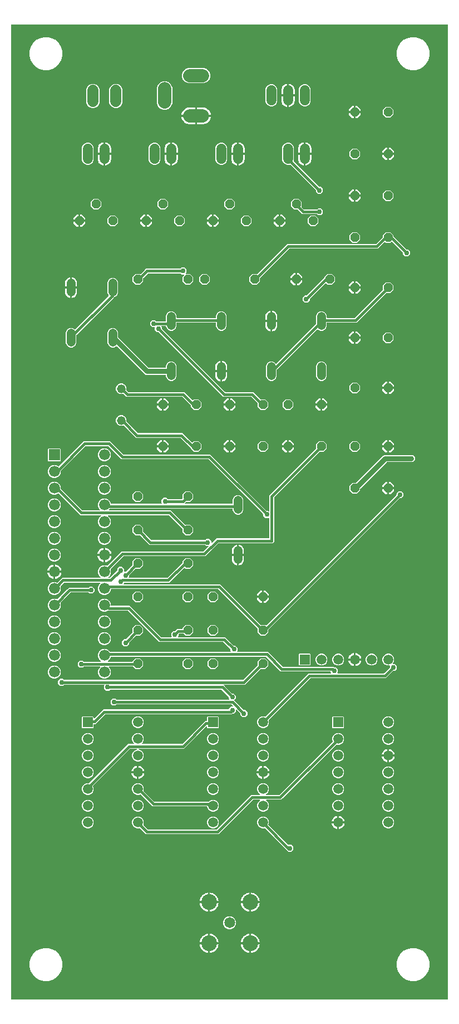
<source format=gbr>
G04 EAGLE Gerber RS-274X export*
G75*
%MOMM*%
%FSLAX34Y34*%
%LPD*%
%INBottom Copper*%
%IPPOS*%
%AMOC8*
5,1,8,0,0,1.08239X$1,22.5*%
G01*
%ADD10P,1.429621X8X22.500000*%
%ADD11C,2.000000*%
%ADD12P,1.429621X8X202.500000*%
%ADD13C,1.320800*%
%ADD14C,1.508000*%
%ADD15R,1.508000X1.508000*%
%ADD16C,1.524000*%
%ADD17C,1.650000*%
%ADD18C,2.400000*%
%ADD19C,1.320800*%
%ADD20C,1.700000*%
%ADD21R,1.498600X1.498600*%
%ADD22C,1.498600*%
%ADD23R,1.676400X1.676400*%
%ADD24C,1.676400*%
%ADD25C,0.406400*%
%ADD26C,0.756400*%
%ADD27C,0.762000*%

G36*
X700098Y327664D02*
X700098Y327664D01*
X700117Y327662D01*
X700219Y327684D01*
X700321Y327700D01*
X700338Y327710D01*
X700358Y327714D01*
X700447Y327767D01*
X700538Y327816D01*
X700552Y327830D01*
X700569Y327840D01*
X700636Y327919D01*
X700708Y327994D01*
X700716Y328012D01*
X700729Y328027D01*
X700768Y328123D01*
X700811Y328217D01*
X700813Y328237D01*
X700821Y328255D01*
X700839Y328422D01*
X700839Y1809078D01*
X700838Y1809088D01*
X700838Y1809093D01*
X700836Y1809101D01*
X700838Y1809117D01*
X700816Y1809219D01*
X700800Y1809321D01*
X700790Y1809338D01*
X700786Y1809358D01*
X700733Y1809447D01*
X700684Y1809538D01*
X700670Y1809552D01*
X700660Y1809569D01*
X700581Y1809636D01*
X700506Y1809708D01*
X700488Y1809716D01*
X700473Y1809729D01*
X700377Y1809768D01*
X700283Y1809811D01*
X700263Y1809813D01*
X700245Y1809821D01*
X700078Y1809839D01*
X36322Y1809839D01*
X36302Y1809836D01*
X36283Y1809838D01*
X36181Y1809816D01*
X36079Y1809800D01*
X36062Y1809790D01*
X36042Y1809786D01*
X35953Y1809733D01*
X35862Y1809684D01*
X35848Y1809670D01*
X35831Y1809660D01*
X35764Y1809581D01*
X35692Y1809506D01*
X35684Y1809488D01*
X35671Y1809473D01*
X35632Y1809377D01*
X35589Y1809283D01*
X35587Y1809263D01*
X35579Y1809245D01*
X35561Y1809078D01*
X35561Y328422D01*
X35564Y328402D01*
X35562Y328383D01*
X35584Y328281D01*
X35600Y328179D01*
X35610Y328162D01*
X35614Y328142D01*
X35667Y328053D01*
X35716Y327962D01*
X35730Y327948D01*
X35740Y327931D01*
X35819Y327864D01*
X35894Y327792D01*
X35912Y327784D01*
X35927Y327771D01*
X36023Y327732D01*
X36117Y327689D01*
X36137Y327687D01*
X36155Y327679D01*
X36322Y327661D01*
X700078Y327661D01*
X700098Y327664D01*
G37*
%LPC*%
G36*
X415733Y880871D02*
X415733Y880871D01*
X410971Y885633D01*
X410971Y891183D01*
X410957Y891274D01*
X410949Y891364D01*
X410937Y891394D01*
X410932Y891426D01*
X410889Y891507D01*
X410853Y891591D01*
X410827Y891623D01*
X410816Y891644D01*
X410793Y891666D01*
X410748Y891722D01*
X351250Y951220D01*
X351176Y951273D01*
X351106Y951333D01*
X351076Y951345D01*
X351050Y951364D01*
X350963Y951391D01*
X350878Y951425D01*
X350837Y951429D01*
X350815Y951436D01*
X350783Y951435D01*
X350711Y951443D01*
X188468Y951443D01*
X188448Y951440D01*
X188429Y951442D01*
X188327Y951420D01*
X188225Y951404D01*
X188208Y951394D01*
X188188Y951390D01*
X188099Y951337D01*
X188008Y951288D01*
X187994Y951274D01*
X187977Y951264D01*
X187910Y951185D01*
X187838Y951110D01*
X187830Y951092D01*
X187817Y951077D01*
X187778Y950981D01*
X187735Y950887D01*
X187733Y950867D01*
X187725Y950849D01*
X187707Y950682D01*
X187707Y950529D01*
X186199Y946888D01*
X183412Y944101D01*
X179771Y942593D01*
X175829Y942593D01*
X172188Y944101D01*
X169401Y946888D01*
X167893Y950529D01*
X167893Y954471D01*
X169401Y958112D01*
X171434Y960144D01*
X171475Y960202D01*
X171525Y960254D01*
X171547Y960301D01*
X171577Y960343D01*
X171598Y960412D01*
X171628Y960477D01*
X171634Y960529D01*
X171649Y960579D01*
X171648Y960650D01*
X171655Y960721D01*
X171644Y960772D01*
X171643Y960824D01*
X171618Y960892D01*
X171603Y960962D01*
X171576Y961007D01*
X171559Y961055D01*
X171514Y961111D01*
X171477Y961173D01*
X171437Y961207D01*
X171405Y961247D01*
X171345Y961286D01*
X171290Y961333D01*
X171242Y961352D01*
X171198Y961380D01*
X171129Y961398D01*
X171062Y961425D01*
X170991Y961433D01*
X170959Y961441D01*
X170936Y961439D01*
X170895Y961443D01*
X116789Y961443D01*
X116698Y961429D01*
X116608Y961421D01*
X116578Y961409D01*
X116546Y961404D01*
X116465Y961361D01*
X116381Y961325D01*
X116349Y961299D01*
X116328Y961288D01*
X116306Y961265D01*
X116250Y961220D01*
X111279Y956249D01*
X111210Y956154D01*
X111141Y956060D01*
X111139Y956054D01*
X111135Y956049D01*
X111101Y955937D01*
X111065Y955826D01*
X111065Y955820D01*
X111063Y955814D01*
X111066Y955697D01*
X111066Y955667D01*
X111065Y955653D01*
X111066Y955644D01*
X111067Y955580D01*
X111069Y955573D01*
X111069Y955568D01*
X111076Y955551D01*
X111114Y955419D01*
X111507Y954471D01*
X111507Y950529D01*
X109999Y946888D01*
X107212Y944101D01*
X103571Y942593D01*
X99629Y942593D01*
X95988Y944101D01*
X93201Y946888D01*
X91693Y950529D01*
X91693Y954471D01*
X93201Y958112D01*
X95988Y960899D01*
X99629Y962407D01*
X103571Y962407D01*
X105792Y961487D01*
X105906Y961460D01*
X106019Y961431D01*
X106025Y961432D01*
X106031Y961430D01*
X106148Y961441D01*
X106264Y961450D01*
X106270Y961453D01*
X106276Y961453D01*
X106384Y961501D01*
X106491Y961547D01*
X106496Y961551D01*
X106501Y961553D01*
X106515Y961566D01*
X106622Y961652D01*
X111220Y966250D01*
X113527Y968557D01*
X171295Y968557D01*
X171366Y968568D01*
X171438Y968570D01*
X171487Y968588D01*
X171538Y968596D01*
X171601Y968630D01*
X171669Y968655D01*
X171709Y968687D01*
X171755Y968712D01*
X171805Y968764D01*
X171861Y968808D01*
X171889Y968852D01*
X171925Y968890D01*
X171955Y968955D01*
X171994Y969015D01*
X172006Y969066D01*
X172028Y969113D01*
X172036Y969184D01*
X172054Y969254D01*
X172050Y969306D01*
X172055Y969357D01*
X172040Y969428D01*
X172035Y969499D01*
X172014Y969547D01*
X172003Y969598D01*
X171966Y969659D01*
X171938Y969725D01*
X171894Y969781D01*
X171877Y969809D01*
X171859Y969824D01*
X171834Y969856D01*
X169401Y972288D01*
X167893Y975929D01*
X167893Y979871D01*
X169401Y983512D01*
X172188Y986299D01*
X175829Y987807D01*
X179771Y987807D01*
X181426Y987121D01*
X181540Y987094D01*
X181653Y987066D01*
X181660Y987066D01*
X181666Y987065D01*
X181782Y987076D01*
X181899Y987085D01*
X181904Y987087D01*
X181911Y987088D01*
X182018Y987136D01*
X182125Y987181D01*
X182131Y987186D01*
X182135Y987188D01*
X182149Y987201D01*
X182256Y987286D01*
X203527Y1008557D01*
X328211Y1008557D01*
X328302Y1008571D01*
X328392Y1008579D01*
X328422Y1008591D01*
X328454Y1008596D01*
X328535Y1008639D01*
X328619Y1008675D01*
X328651Y1008701D01*
X328672Y1008712D01*
X328694Y1008735D01*
X328750Y1008780D01*
X335864Y1015894D01*
X335906Y1015952D01*
X335955Y1016004D01*
X335977Y1016051D01*
X336007Y1016093D01*
X336028Y1016162D01*
X336059Y1016227D01*
X336064Y1016279D01*
X336080Y1016329D01*
X336078Y1016400D01*
X336086Y1016471D01*
X336075Y1016522D01*
X336073Y1016574D01*
X336049Y1016642D01*
X336033Y1016712D01*
X336007Y1016757D01*
X335989Y1016805D01*
X335944Y1016861D01*
X335907Y1016923D01*
X335868Y1016957D01*
X335835Y1016997D01*
X335775Y1017036D01*
X335720Y1017083D01*
X335672Y1017102D01*
X335628Y1017130D01*
X335559Y1017148D01*
X335492Y1017175D01*
X335421Y1017183D01*
X335390Y1017191D01*
X335366Y1017189D01*
X335325Y1017193D01*
X332802Y1017193D01*
X331275Y1018720D01*
X331201Y1018773D01*
X331131Y1018833D01*
X331101Y1018845D01*
X331075Y1018864D01*
X330988Y1018891D01*
X330903Y1018925D01*
X330862Y1018929D01*
X330840Y1018936D01*
X330808Y1018935D01*
X330737Y1018943D01*
X246027Y1018943D01*
X243720Y1021250D01*
X231922Y1033048D01*
X231848Y1033101D01*
X231778Y1033161D01*
X231748Y1033173D01*
X231722Y1033192D01*
X231635Y1033219D01*
X231550Y1033253D01*
X231509Y1033257D01*
X231487Y1033264D01*
X231455Y1033263D01*
X231383Y1033271D01*
X225233Y1033271D01*
X220471Y1038033D01*
X220471Y1044767D01*
X225233Y1049529D01*
X231967Y1049529D01*
X236729Y1044767D01*
X236729Y1038617D01*
X236743Y1038526D01*
X236751Y1038436D01*
X236763Y1038406D01*
X236768Y1038374D01*
X236811Y1038293D01*
X236847Y1038209D01*
X236873Y1038177D01*
X236884Y1038156D01*
X236907Y1038134D01*
X236952Y1038078D01*
X248750Y1026280D01*
X248824Y1026227D01*
X248894Y1026167D01*
X248924Y1026155D01*
X248950Y1026136D01*
X249037Y1026109D01*
X249122Y1026075D01*
X249163Y1026071D01*
X249185Y1026064D01*
X249217Y1026065D01*
X249289Y1026057D01*
X330737Y1026057D01*
X330827Y1026071D01*
X330918Y1026079D01*
X330947Y1026091D01*
X330979Y1026096D01*
X331060Y1026139D01*
X331144Y1026175D01*
X331176Y1026201D01*
X331197Y1026212D01*
X331219Y1026235D01*
X331275Y1026280D01*
X332802Y1027807D01*
X337198Y1027807D01*
X340307Y1024698D01*
X340307Y1022175D01*
X340318Y1022104D01*
X340320Y1022032D01*
X340338Y1021983D01*
X340346Y1021932D01*
X340380Y1021868D01*
X340405Y1021801D01*
X340437Y1021760D01*
X340462Y1021714D01*
X340514Y1021665D01*
X340558Y1021609D01*
X340602Y1021581D01*
X340640Y1021545D01*
X340705Y1021515D01*
X340765Y1021476D01*
X340816Y1021463D01*
X340863Y1021441D01*
X340934Y1021433D01*
X341004Y1021416D01*
X341056Y1021420D01*
X341107Y1021414D01*
X341178Y1021430D01*
X341249Y1021435D01*
X341297Y1021455D01*
X341348Y1021467D01*
X341409Y1021503D01*
X341475Y1021531D01*
X341531Y1021576D01*
X341559Y1021593D01*
X341574Y1021611D01*
X341606Y1021636D01*
X348527Y1028557D01*
X428182Y1028557D01*
X428202Y1028560D01*
X428221Y1028558D01*
X428323Y1028580D01*
X428425Y1028596D01*
X428442Y1028606D01*
X428462Y1028610D01*
X428551Y1028663D01*
X428642Y1028712D01*
X428656Y1028726D01*
X428673Y1028736D01*
X428740Y1028815D01*
X428812Y1028890D01*
X428820Y1028908D01*
X428833Y1028923D01*
X428872Y1029019D01*
X428915Y1029113D01*
X428917Y1029133D01*
X428925Y1029151D01*
X428943Y1029318D01*
X428943Y1059601D01*
X428932Y1059671D01*
X428930Y1059743D01*
X428912Y1059792D01*
X428904Y1059843D01*
X428870Y1059907D01*
X428845Y1059974D01*
X428813Y1060015D01*
X428788Y1060061D01*
X428737Y1060110D01*
X428692Y1060166D01*
X428648Y1060194D01*
X428610Y1060230D01*
X428545Y1060260D01*
X428485Y1060299D01*
X428434Y1060312D01*
X428387Y1060334D01*
X428316Y1060342D01*
X428246Y1060359D01*
X428194Y1060355D01*
X428143Y1060361D01*
X428072Y1060346D01*
X428001Y1060340D01*
X427953Y1060320D01*
X427902Y1060309D01*
X427841Y1060272D01*
X427775Y1060244D01*
X427719Y1060199D01*
X427691Y1060182D01*
X427676Y1060165D01*
X427644Y1060139D01*
X427198Y1059693D01*
X422802Y1059693D01*
X419693Y1062802D01*
X419693Y1064961D01*
X419679Y1065052D01*
X419671Y1065142D01*
X419659Y1065172D01*
X419654Y1065204D01*
X419611Y1065285D01*
X419575Y1065369D01*
X419549Y1065401D01*
X419538Y1065422D01*
X419515Y1065444D01*
X419470Y1065500D01*
X336250Y1148720D01*
X336176Y1148773D01*
X336106Y1148833D01*
X336076Y1148845D01*
X336050Y1148864D01*
X335963Y1148891D01*
X335878Y1148925D01*
X335837Y1148929D01*
X335815Y1148936D01*
X335783Y1148935D01*
X335711Y1148943D01*
X203527Y1148943D01*
X183750Y1168720D01*
X183676Y1168773D01*
X183606Y1168833D01*
X183576Y1168845D01*
X183550Y1168864D01*
X183463Y1168891D01*
X183378Y1168925D01*
X183337Y1168929D01*
X183315Y1168936D01*
X183283Y1168935D01*
X183211Y1168943D01*
X149289Y1168943D01*
X149198Y1168929D01*
X149108Y1168921D01*
X149078Y1168909D01*
X149046Y1168904D01*
X148965Y1168861D01*
X148881Y1168825D01*
X148849Y1168799D01*
X148828Y1168788D01*
X148806Y1168765D01*
X148750Y1168720D01*
X111730Y1131700D01*
X111677Y1131626D01*
X111617Y1131556D01*
X111605Y1131526D01*
X111586Y1131500D01*
X111559Y1131413D01*
X111525Y1131328D01*
X111521Y1131287D01*
X111514Y1131265D01*
X111515Y1131233D01*
X111507Y1131161D01*
X111507Y1128329D01*
X109999Y1124688D01*
X107212Y1121901D01*
X103571Y1120393D01*
X99629Y1120393D01*
X95988Y1121901D01*
X93201Y1124688D01*
X91693Y1128329D01*
X91693Y1132271D01*
X93201Y1135912D01*
X95988Y1138699D01*
X99629Y1140207D01*
X103571Y1140207D01*
X107212Y1138699D01*
X107402Y1138508D01*
X107418Y1138497D01*
X107430Y1138481D01*
X107518Y1138425D01*
X107602Y1138365D01*
X107621Y1138359D01*
X107637Y1138348D01*
X107738Y1138323D01*
X107837Y1138292D01*
X107857Y1138293D01*
X107876Y1138288D01*
X107979Y1138296D01*
X108083Y1138299D01*
X108101Y1138306D01*
X108121Y1138307D01*
X108216Y1138348D01*
X108314Y1138383D01*
X108329Y1138396D01*
X108347Y1138404D01*
X108478Y1138508D01*
X146027Y1176057D01*
X186473Y1176057D01*
X206250Y1156280D01*
X206324Y1156227D01*
X206394Y1156167D01*
X206424Y1156155D01*
X206450Y1156136D01*
X206537Y1156109D01*
X206622Y1156075D01*
X206663Y1156071D01*
X206685Y1156064D01*
X206717Y1156065D01*
X206789Y1156057D01*
X338973Y1156057D01*
X341280Y1153750D01*
X424500Y1070530D01*
X424574Y1070477D01*
X424644Y1070417D01*
X424674Y1070405D01*
X424700Y1070386D01*
X424787Y1070359D01*
X424872Y1070325D01*
X424913Y1070321D01*
X424935Y1070314D01*
X424967Y1070315D01*
X425039Y1070307D01*
X427198Y1070307D01*
X427644Y1069861D01*
X427702Y1069819D01*
X427754Y1069770D01*
X427801Y1069748D01*
X427843Y1069718D01*
X427912Y1069696D01*
X427977Y1069666D01*
X428029Y1069661D01*
X428079Y1069645D01*
X428150Y1069647D01*
X428221Y1069639D01*
X428272Y1069650D01*
X428324Y1069652D01*
X428392Y1069676D01*
X428462Y1069691D01*
X428507Y1069718D01*
X428555Y1069736D01*
X428611Y1069781D01*
X428673Y1069818D01*
X428707Y1069857D01*
X428747Y1069890D01*
X428786Y1069950D01*
X428833Y1070005D01*
X428852Y1070053D01*
X428880Y1070097D01*
X428898Y1070166D01*
X428925Y1070233D01*
X428933Y1070304D01*
X428941Y1070335D01*
X428939Y1070358D01*
X428943Y1070399D01*
X428943Y1093973D01*
X499648Y1164678D01*
X499701Y1164752D01*
X499761Y1164822D01*
X499773Y1164852D01*
X499792Y1164878D01*
X499818Y1164965D01*
X499853Y1165050D01*
X499857Y1165091D01*
X499864Y1165113D01*
X499863Y1165145D01*
X499871Y1165217D01*
X499871Y1171767D01*
X504633Y1176529D01*
X511367Y1176529D01*
X516129Y1171767D01*
X516129Y1165033D01*
X511367Y1160271D01*
X505617Y1160271D01*
X505526Y1160257D01*
X505436Y1160249D01*
X505406Y1160237D01*
X505374Y1160232D01*
X505293Y1160189D01*
X505209Y1160153D01*
X505177Y1160127D01*
X505156Y1160116D01*
X505134Y1160093D01*
X505078Y1160048D01*
X436280Y1091250D01*
X436227Y1091176D01*
X436167Y1091106D01*
X436155Y1091076D01*
X436136Y1091050D01*
X436109Y1090963D01*
X436075Y1090878D01*
X436071Y1090837D01*
X436064Y1090815D01*
X436065Y1090783D01*
X436057Y1090711D01*
X436057Y1023527D01*
X433973Y1021443D01*
X351789Y1021443D01*
X351698Y1021429D01*
X351608Y1021421D01*
X351578Y1021409D01*
X351546Y1021404D01*
X351465Y1021361D01*
X351381Y1021325D01*
X351349Y1021299D01*
X351328Y1021288D01*
X351306Y1021265D01*
X351250Y1021220D01*
X331473Y1001443D01*
X206789Y1001443D01*
X206698Y1001429D01*
X206608Y1001421D01*
X206578Y1001409D01*
X206546Y1001404D01*
X206465Y1001361D01*
X206381Y1001325D01*
X206349Y1001299D01*
X206328Y1001288D01*
X206306Y1001265D01*
X206250Y1001220D01*
X187244Y982215D01*
X187176Y982120D01*
X187107Y982026D01*
X187105Y982020D01*
X187101Y982015D01*
X187067Y981904D01*
X187030Y981792D01*
X187030Y981786D01*
X187029Y981780D01*
X187032Y981663D01*
X187033Y981546D01*
X187035Y981539D01*
X187035Y981534D01*
X187041Y981516D01*
X187079Y981385D01*
X187707Y979871D01*
X187707Y975929D01*
X186199Y972288D01*
X183766Y969856D01*
X183725Y969798D01*
X183675Y969746D01*
X183653Y969699D01*
X183623Y969657D01*
X183602Y969588D01*
X183572Y969523D01*
X183566Y969471D01*
X183551Y969421D01*
X183552Y969350D01*
X183545Y969279D01*
X183556Y969228D01*
X183557Y969176D01*
X183582Y969108D01*
X183597Y969038D01*
X183624Y968993D01*
X183641Y968945D01*
X183686Y968889D01*
X183723Y968827D01*
X183763Y968793D01*
X183795Y968753D01*
X183855Y968714D01*
X183910Y968667D01*
X183958Y968648D01*
X184002Y968620D01*
X184071Y968602D01*
X184138Y968575D01*
X184209Y968567D01*
X184241Y968559D01*
X184264Y968561D01*
X184305Y968557D01*
X185711Y968557D01*
X185802Y968571D01*
X185892Y968579D01*
X185922Y968591D01*
X185954Y968596D01*
X186035Y968639D01*
X186119Y968675D01*
X186151Y968701D01*
X186172Y968712D01*
X186194Y968735D01*
X186250Y968780D01*
X196970Y979500D01*
X197023Y979574D01*
X197083Y979644D01*
X197095Y979674D01*
X197114Y979700D01*
X197141Y979787D01*
X197162Y979841D01*
X197165Y979847D01*
X197165Y979848D01*
X197175Y979872D01*
X197179Y979913D01*
X197186Y979935D01*
X197185Y979967D01*
X197193Y980039D01*
X197193Y982198D01*
X200302Y985307D01*
X204698Y985307D01*
X207807Y982198D01*
X207807Y978568D01*
X207810Y978548D01*
X207808Y978529D01*
X207830Y978427D01*
X207846Y978325D01*
X207856Y978308D01*
X207860Y978288D01*
X207913Y978199D01*
X207962Y978108D01*
X207976Y978094D01*
X207986Y978077D01*
X208065Y978010D01*
X208140Y977938D01*
X208158Y977930D01*
X208173Y977917D01*
X208269Y977878D01*
X208363Y977835D01*
X208383Y977833D01*
X208401Y977825D01*
X208568Y977807D01*
X209961Y977807D01*
X210052Y977821D01*
X210142Y977829D01*
X210172Y977841D01*
X210204Y977846D01*
X210285Y977889D01*
X210369Y977925D01*
X210401Y977951D01*
X210422Y977962D01*
X210444Y977985D01*
X210500Y978030D01*
X220248Y987778D01*
X220301Y987852D01*
X220361Y987922D01*
X220373Y987952D01*
X220392Y987978D01*
X220419Y988065D01*
X220453Y988150D01*
X220457Y988191D01*
X220464Y988213D01*
X220463Y988245D01*
X220471Y988317D01*
X220471Y993967D01*
X225233Y998729D01*
X231967Y998729D01*
X236729Y993967D01*
X236729Y987233D01*
X231967Y982471D01*
X225317Y982471D01*
X225226Y982457D01*
X225136Y982449D01*
X225106Y982437D01*
X225074Y982432D01*
X224993Y982389D01*
X224909Y982353D01*
X224877Y982327D01*
X224856Y982316D01*
X224834Y982293D01*
X224778Y982248D01*
X215530Y973000D01*
X215477Y972926D01*
X215417Y972856D01*
X215405Y972826D01*
X215386Y972800D01*
X215359Y972713D01*
X215325Y972628D01*
X215321Y972587D01*
X215314Y972565D01*
X215315Y972533D01*
X215307Y972461D01*
X215307Y970302D01*
X214861Y969856D01*
X214819Y969798D01*
X214770Y969746D01*
X214748Y969699D01*
X214718Y969657D01*
X214696Y969588D01*
X214666Y969523D01*
X214661Y969471D01*
X214645Y969421D01*
X214647Y969350D01*
X214639Y969279D01*
X214650Y969228D01*
X214652Y969176D01*
X214676Y969108D01*
X214691Y969038D01*
X214718Y968993D01*
X214736Y968945D01*
X214781Y968889D01*
X214818Y968827D01*
X214857Y968793D01*
X214890Y968753D01*
X214950Y968714D01*
X215005Y968667D01*
X215053Y968648D01*
X215097Y968620D01*
X215166Y968602D01*
X215233Y968575D01*
X215304Y968567D01*
X215335Y968559D01*
X215358Y968561D01*
X215399Y968557D01*
X273211Y968557D01*
X273302Y968571D01*
X273392Y968579D01*
X273422Y968591D01*
X273454Y968596D01*
X273535Y968639D01*
X273619Y968675D01*
X273651Y968701D01*
X273672Y968712D01*
X273694Y968735D01*
X273750Y968780D01*
X296220Y991250D01*
X296448Y991478D01*
X296501Y991552D01*
X296561Y991622D01*
X296573Y991652D01*
X296592Y991678D01*
X296619Y991765D01*
X296653Y991850D01*
X296657Y991891D01*
X296664Y991913D01*
X296663Y991945D01*
X296671Y992017D01*
X296671Y993967D01*
X301433Y998729D01*
X308167Y998729D01*
X312929Y993967D01*
X312929Y987233D01*
X308167Y982471D01*
X301433Y982471D01*
X300005Y983899D01*
X299989Y983910D01*
X299977Y983926D01*
X299890Y983982D01*
X299806Y984042D01*
X299787Y984048D01*
X299770Y984059D01*
X299669Y984084D01*
X299571Y984115D01*
X299551Y984114D01*
X299531Y984119D01*
X299428Y984111D01*
X299325Y984108D01*
X299306Y984102D01*
X299286Y984100D01*
X299191Y984060D01*
X299094Y984024D01*
X299078Y984011D01*
X299060Y984004D01*
X298929Y983899D01*
X276473Y961443D01*
X208568Y961443D01*
X208548Y961440D01*
X208529Y961442D01*
X208427Y961420D01*
X208325Y961404D01*
X208308Y961394D01*
X208288Y961390D01*
X208199Y961337D01*
X208108Y961288D01*
X208094Y961274D01*
X208077Y961264D01*
X208010Y961185D01*
X207938Y961110D01*
X207930Y961092D01*
X207917Y961077D01*
X207878Y960981D01*
X207835Y960887D01*
X207833Y960867D01*
X207825Y960849D01*
X207807Y960682D01*
X207807Y960302D01*
X207361Y959856D01*
X207319Y959798D01*
X207270Y959746D01*
X207248Y959699D01*
X207218Y959657D01*
X207196Y959588D01*
X207166Y959523D01*
X207161Y959471D01*
X207145Y959421D01*
X207147Y959350D01*
X207139Y959279D01*
X207150Y959228D01*
X207152Y959176D01*
X207176Y959108D01*
X207191Y959038D01*
X207218Y958993D01*
X207236Y958945D01*
X207281Y958889D01*
X207318Y958827D01*
X207357Y958793D01*
X207390Y958753D01*
X207450Y958714D01*
X207505Y958667D01*
X207553Y958648D01*
X207597Y958620D01*
X207666Y958602D01*
X207733Y958575D01*
X207804Y958567D01*
X207835Y958559D01*
X207858Y958561D01*
X207899Y958557D01*
X353973Y958557D01*
X415178Y897352D01*
X415252Y897299D01*
X415322Y897239D01*
X415352Y897227D01*
X415378Y897208D01*
X415465Y897181D01*
X415550Y897147D01*
X415591Y897143D01*
X415613Y897136D01*
X415645Y897137D01*
X415717Y897129D01*
X422467Y897129D01*
X422995Y896601D01*
X423011Y896590D01*
X423023Y896574D01*
X423110Y896518D01*
X423194Y896458D01*
X423213Y896452D01*
X423230Y896441D01*
X423331Y896416D01*
X423429Y896385D01*
X423449Y896386D01*
X423469Y896381D01*
X423572Y896389D01*
X423675Y896392D01*
X423694Y896398D01*
X423714Y896400D01*
X423809Y896440D01*
X423906Y896476D01*
X423922Y896489D01*
X423940Y896496D01*
X424071Y896601D01*
X621970Y1094500D01*
X622018Y1094567D01*
X622024Y1094573D01*
X622026Y1094577D01*
X622083Y1094644D01*
X622095Y1094674D01*
X622114Y1094700D01*
X622141Y1094787D01*
X622175Y1094872D01*
X622179Y1094913D01*
X622186Y1094935D01*
X622185Y1094967D01*
X622193Y1095039D01*
X622193Y1097198D01*
X625302Y1100307D01*
X629698Y1100307D01*
X632807Y1097198D01*
X632807Y1092802D01*
X629698Y1089693D01*
X627539Y1089693D01*
X627448Y1089679D01*
X627358Y1089671D01*
X627328Y1089659D01*
X627296Y1089654D01*
X627215Y1089611D01*
X627131Y1089575D01*
X627099Y1089549D01*
X627078Y1089538D01*
X627059Y1089518D01*
X627057Y1089517D01*
X627052Y1089512D01*
X627000Y1089470D01*
X427452Y889922D01*
X427399Y889848D01*
X427339Y889778D01*
X427327Y889748D01*
X427308Y889722D01*
X427281Y889635D01*
X427247Y889550D01*
X427243Y889509D01*
X427236Y889487D01*
X427237Y889455D01*
X427229Y889383D01*
X427229Y885633D01*
X422467Y880871D01*
X415733Y880871D01*
G37*
%LPD*%
%LPC*%
G36*
X417306Y740282D02*
X417306Y740282D01*
X413992Y741655D01*
X411455Y744192D01*
X410082Y747506D01*
X410082Y751094D01*
X411455Y754408D01*
X413992Y756945D01*
X417306Y758318D01*
X420894Y758318D01*
X422117Y757811D01*
X422183Y757796D01*
X422208Y757785D01*
X422241Y757782D01*
X422344Y757756D01*
X422350Y757756D01*
X422356Y757755D01*
X422473Y757766D01*
X422589Y757775D01*
X422595Y757778D01*
X422601Y757778D01*
X422709Y757826D01*
X422815Y757871D01*
X422821Y757876D01*
X422826Y757878D01*
X422839Y757891D01*
X422871Y757916D01*
X422882Y757922D01*
X422893Y757934D01*
X422946Y757976D01*
X488527Y823557D01*
X522101Y823557D01*
X522171Y823568D01*
X522243Y823570D01*
X522292Y823588D01*
X522343Y823596D01*
X522407Y823630D01*
X522474Y823655D01*
X522515Y823687D01*
X522561Y823712D01*
X522610Y823763D01*
X522666Y823808D01*
X522694Y823852D01*
X522730Y823890D01*
X522760Y823955D01*
X522799Y824015D01*
X522812Y824066D01*
X522834Y824113D01*
X522842Y824184D01*
X522859Y824254D01*
X522855Y824306D01*
X522861Y824357D01*
X522846Y824428D01*
X522840Y824499D01*
X522820Y824547D01*
X522809Y824598D01*
X522772Y824659D01*
X522744Y824725D01*
X522699Y824781D01*
X522682Y824809D01*
X522665Y824824D01*
X522639Y824856D01*
X522193Y825302D01*
X522193Y825682D01*
X522190Y825702D01*
X522192Y825721D01*
X522170Y825823D01*
X522154Y825925D01*
X522144Y825942D01*
X522140Y825962D01*
X522087Y826051D01*
X522038Y826142D01*
X522024Y826156D01*
X522014Y826173D01*
X521935Y826240D01*
X521860Y826312D01*
X521842Y826320D01*
X521827Y826333D01*
X521731Y826372D01*
X521637Y826415D01*
X521617Y826417D01*
X521599Y826425D01*
X521432Y826443D01*
X446027Y826443D01*
X423750Y848720D01*
X423676Y848773D01*
X423606Y848833D01*
X423576Y848845D01*
X423550Y848864D01*
X423463Y848891D01*
X423378Y848925D01*
X423337Y848929D01*
X423315Y848936D01*
X423283Y848935D01*
X423211Y848943D01*
X188221Y848943D01*
X188106Y848924D01*
X187990Y848907D01*
X187985Y848905D01*
X187978Y848904D01*
X187876Y848849D01*
X187771Y848796D01*
X187766Y848791D01*
X187761Y848788D01*
X187681Y848704D01*
X187599Y848620D01*
X187595Y848614D01*
X187592Y848610D01*
X187584Y848593D01*
X187518Y848473D01*
X186199Y845288D01*
X183386Y842476D01*
X183377Y842470D01*
X183291Y842424D01*
X183273Y842406D01*
X183251Y842392D01*
X183188Y842317D01*
X183121Y842246D01*
X183110Y842222D01*
X183094Y842202D01*
X183059Y842111D01*
X183018Y842023D01*
X183015Y841997D01*
X183005Y841973D01*
X183001Y841875D01*
X182991Y841779D01*
X182996Y841753D01*
X182995Y841727D01*
X183022Y841634D01*
X183043Y841538D01*
X183056Y841516D01*
X183064Y841491D01*
X183119Y841411D01*
X183169Y841327D01*
X183189Y841310D01*
X183204Y841289D01*
X183282Y841230D01*
X183356Y841167D01*
X183380Y841157D01*
X183401Y841142D01*
X183494Y841112D01*
X183584Y841075D01*
X183616Y841072D01*
X183635Y841066D01*
X183668Y841066D01*
X183751Y841057D01*
X219710Y841057D01*
X219730Y841060D01*
X219749Y841058D01*
X219851Y841080D01*
X219953Y841096D01*
X219970Y841106D01*
X219990Y841110D01*
X220079Y841163D01*
X220170Y841212D01*
X220184Y841226D01*
X220201Y841236D01*
X220268Y841315D01*
X220340Y841390D01*
X220348Y841408D01*
X220361Y841423D01*
X220383Y841479D01*
X225233Y846329D01*
X231967Y846329D01*
X236729Y841567D01*
X236729Y834833D01*
X231967Y830071D01*
X225233Y830071D01*
X221584Y833720D01*
X221510Y833773D01*
X221441Y833833D01*
X221410Y833845D01*
X221384Y833864D01*
X221297Y833891D01*
X221212Y833925D01*
X221171Y833929D01*
X221149Y833936D01*
X221117Y833935D01*
X221046Y833943D01*
X185205Y833943D01*
X185134Y833932D01*
X185062Y833930D01*
X185013Y833912D01*
X184962Y833904D01*
X184899Y833870D01*
X184831Y833845D01*
X184791Y833813D01*
X184745Y833788D01*
X184695Y833736D01*
X184639Y833692D01*
X184611Y833648D01*
X184575Y833610D01*
X184545Y833545D01*
X184506Y833485D01*
X184494Y833434D01*
X184472Y833387D01*
X184464Y833316D01*
X184446Y833246D01*
X184450Y833194D01*
X184445Y833143D01*
X184460Y833072D01*
X184465Y833001D01*
X184486Y832953D01*
X184497Y832902D01*
X184534Y832841D01*
X184562Y832775D01*
X184606Y832719D01*
X184623Y832691D01*
X184641Y832676D01*
X184666Y832644D01*
X186199Y831112D01*
X187707Y827471D01*
X187707Y823529D01*
X186199Y819888D01*
X183412Y817101D01*
X179771Y815593D01*
X175829Y815593D01*
X172188Y817101D01*
X169401Y819888D01*
X167893Y823529D01*
X167893Y827471D01*
X169401Y831112D01*
X170934Y832644D01*
X170975Y832702D01*
X171025Y832754D01*
X171047Y832801D01*
X171077Y832843D01*
X171098Y832912D01*
X171128Y832977D01*
X171134Y833029D01*
X171149Y833079D01*
X171148Y833150D01*
X171155Y833221D01*
X171144Y833272D01*
X171143Y833324D01*
X171118Y833392D01*
X171103Y833462D01*
X171076Y833507D01*
X171059Y833555D01*
X171014Y833611D01*
X170977Y833673D01*
X170937Y833707D01*
X170905Y833747D01*
X170845Y833786D01*
X170790Y833833D01*
X170742Y833852D01*
X170698Y833880D01*
X170629Y833898D01*
X170562Y833925D01*
X170491Y833933D01*
X170459Y833941D01*
X170436Y833939D01*
X170395Y833943D01*
X146763Y833943D01*
X146673Y833929D01*
X146582Y833921D01*
X146553Y833909D01*
X146521Y833904D01*
X146440Y833861D01*
X146356Y833825D01*
X146324Y833799D01*
X146303Y833788D01*
X146281Y833765D01*
X146225Y833720D01*
X144698Y832193D01*
X140302Y832193D01*
X137193Y835302D01*
X137193Y839698D01*
X140302Y842807D01*
X144698Y842807D01*
X146225Y841280D01*
X146299Y841227D01*
X146369Y841167D01*
X146399Y841155D01*
X146425Y841136D01*
X146512Y841109D01*
X146597Y841075D01*
X146638Y841071D01*
X146660Y841064D01*
X146692Y841065D01*
X146763Y841057D01*
X171849Y841057D01*
X171945Y841072D01*
X172042Y841082D01*
X172066Y841092D01*
X172092Y841096D01*
X172178Y841142D01*
X172267Y841182D01*
X172286Y841199D01*
X172309Y841212D01*
X172376Y841282D01*
X172448Y841348D01*
X172461Y841371D01*
X172479Y841390D01*
X172520Y841478D01*
X172567Y841564D01*
X172571Y841589D01*
X172582Y841613D01*
X172593Y841709D01*
X172610Y841806D01*
X172607Y841832D01*
X172609Y841857D01*
X172589Y841953D01*
X172574Y842049D01*
X172563Y842072D01*
X172557Y842098D01*
X172507Y842181D01*
X172463Y842268D01*
X172444Y842287D01*
X172431Y842309D01*
X172357Y842372D01*
X172287Y842440D01*
X172259Y842456D01*
X172244Y842469D01*
X172213Y842481D01*
X172203Y842487D01*
X169401Y845288D01*
X167893Y848929D01*
X167893Y852871D01*
X169401Y856512D01*
X172188Y859299D01*
X175829Y860807D01*
X179771Y860807D01*
X183412Y859299D01*
X186207Y856504D01*
X186254Y856427D01*
X186314Y856327D01*
X186319Y856323D01*
X186322Y856318D01*
X186412Y856243D01*
X186501Y856167D01*
X186507Y856165D01*
X186511Y856161D01*
X186620Y856119D01*
X186729Y856075D01*
X186736Y856074D01*
X186741Y856073D01*
X186759Y856072D01*
X186896Y856057D01*
X369601Y856057D01*
X369671Y856068D01*
X369743Y856070D01*
X369792Y856088D01*
X369843Y856096D01*
X369907Y856130D01*
X369974Y856155D01*
X370015Y856187D01*
X370061Y856212D01*
X370110Y856263D01*
X370166Y856308D01*
X370194Y856352D01*
X370230Y856390D01*
X370260Y856455D01*
X370299Y856515D01*
X370312Y856566D01*
X370334Y856613D01*
X370342Y856684D01*
X370359Y856754D01*
X370355Y856806D01*
X370361Y856857D01*
X370346Y856928D01*
X370340Y856999D01*
X370320Y857047D01*
X370309Y857098D01*
X370272Y857159D01*
X370244Y857225D01*
X370199Y857281D01*
X370182Y857309D01*
X370165Y857324D01*
X370139Y857356D01*
X369693Y857802D01*
X369693Y859961D01*
X369679Y860052D01*
X369671Y860142D01*
X369659Y860172D01*
X369654Y860204D01*
X369611Y860285D01*
X369575Y860369D01*
X369549Y860401D01*
X369538Y860422D01*
X369515Y860444D01*
X369470Y860500D01*
X358750Y871220D01*
X358676Y871273D01*
X358606Y871333D01*
X358576Y871345D01*
X358550Y871364D01*
X358463Y871391D01*
X358378Y871425D01*
X358337Y871429D01*
X358315Y871436D01*
X358283Y871435D01*
X358211Y871443D01*
X261027Y871443D01*
X213750Y918720D01*
X213676Y918773D01*
X213606Y918833D01*
X213576Y918845D01*
X213550Y918864D01*
X213463Y918891D01*
X213378Y918925D01*
X213337Y918929D01*
X213315Y918936D01*
X213283Y918935D01*
X213211Y918943D01*
X183969Y918943D01*
X183879Y918929D01*
X183788Y918921D01*
X183758Y918909D01*
X183726Y918904D01*
X183645Y918861D01*
X183562Y918825D01*
X183529Y918799D01*
X183509Y918788D01*
X183487Y918765D01*
X183431Y918720D01*
X183412Y918701D01*
X179771Y917193D01*
X175829Y917193D01*
X172188Y918701D01*
X169401Y921488D01*
X167893Y925129D01*
X167893Y929071D01*
X169401Y932712D01*
X172188Y935499D01*
X175829Y937007D01*
X179771Y937007D01*
X183412Y935499D01*
X186199Y932712D01*
X187707Y929071D01*
X187707Y926818D01*
X187710Y926798D01*
X187708Y926779D01*
X187730Y926677D01*
X187746Y926575D01*
X187756Y926558D01*
X187760Y926538D01*
X187813Y926449D01*
X187862Y926358D01*
X187876Y926344D01*
X187886Y926327D01*
X187965Y926260D01*
X188040Y926188D01*
X188058Y926180D01*
X188073Y926167D01*
X188169Y926128D01*
X188263Y926085D01*
X188283Y926083D01*
X188301Y926075D01*
X188468Y926057D01*
X216473Y926057D01*
X263750Y878780D01*
X263824Y878727D01*
X263894Y878667D01*
X263924Y878655D01*
X263950Y878636D01*
X264037Y878609D01*
X264122Y878575D01*
X264163Y878571D01*
X264185Y878564D01*
X264217Y878565D01*
X264289Y878557D01*
X279601Y878557D01*
X279671Y878568D01*
X279743Y878570D01*
X279792Y878588D01*
X279843Y878596D01*
X279907Y878630D01*
X279974Y878655D01*
X280015Y878687D01*
X280061Y878712D01*
X280110Y878763D01*
X280166Y878808D01*
X280194Y878852D01*
X280230Y878890D01*
X280260Y878955D01*
X280299Y879015D01*
X280312Y879066D01*
X280334Y879113D01*
X280342Y879184D01*
X280359Y879254D01*
X280355Y879306D01*
X280361Y879357D01*
X280346Y879428D01*
X280340Y879499D01*
X280320Y879547D01*
X280309Y879598D01*
X280272Y879659D01*
X280244Y879725D01*
X280199Y879781D01*
X280182Y879809D01*
X280165Y879824D01*
X280139Y879856D01*
X279693Y880302D01*
X279693Y884698D01*
X282802Y887807D01*
X284961Y887807D01*
X285052Y887821D01*
X285142Y887829D01*
X285172Y887841D01*
X285204Y887846D01*
X285285Y887889D01*
X285369Y887925D01*
X285401Y887951D01*
X285422Y887962D01*
X285444Y887985D01*
X285500Y888030D01*
X288527Y891057D01*
X295910Y891057D01*
X295930Y891060D01*
X295949Y891058D01*
X296051Y891080D01*
X296153Y891096D01*
X296170Y891106D01*
X296190Y891110D01*
X296279Y891163D01*
X296370Y891212D01*
X296384Y891226D01*
X296401Y891236D01*
X296468Y891315D01*
X296540Y891390D01*
X296548Y891408D01*
X296561Y891423D01*
X296600Y891519D01*
X296643Y891613D01*
X296645Y891633D01*
X296653Y891651D01*
X296671Y891818D01*
X296671Y892367D01*
X301433Y897129D01*
X308167Y897129D01*
X312929Y892367D01*
X312929Y885633D01*
X308167Y880871D01*
X301433Y880871D01*
X298584Y883720D01*
X298510Y883773D01*
X298441Y883833D01*
X298410Y883845D01*
X298384Y883864D01*
X298297Y883891D01*
X298212Y883925D01*
X298171Y883929D01*
X298149Y883936D01*
X298117Y883935D01*
X298046Y883943D01*
X291789Y883943D01*
X291698Y883929D01*
X291608Y883921D01*
X291578Y883909D01*
X291546Y883904D01*
X291465Y883861D01*
X291381Y883825D01*
X291349Y883799D01*
X291328Y883788D01*
X291306Y883765D01*
X291250Y883720D01*
X290530Y883000D01*
X290477Y882926D01*
X290417Y882856D01*
X290405Y882826D01*
X290386Y882800D01*
X290359Y882713D01*
X290325Y882628D01*
X290321Y882587D01*
X290314Y882565D01*
X290315Y882533D01*
X290307Y882461D01*
X290307Y880302D01*
X289861Y879856D01*
X289819Y879798D01*
X289770Y879746D01*
X289748Y879699D01*
X289718Y879657D01*
X289696Y879588D01*
X289666Y879523D01*
X289661Y879471D01*
X289645Y879421D01*
X289647Y879350D01*
X289639Y879279D01*
X289650Y879228D01*
X289652Y879176D01*
X289676Y879108D01*
X289691Y879038D01*
X289718Y878993D01*
X289736Y878945D01*
X289781Y878889D01*
X289818Y878827D01*
X289857Y878793D01*
X289890Y878753D01*
X289950Y878714D01*
X290005Y878667D01*
X290053Y878648D01*
X290097Y878620D01*
X290166Y878602D01*
X290233Y878575D01*
X290304Y878567D01*
X290335Y878559D01*
X290358Y878561D01*
X290399Y878557D01*
X361473Y878557D01*
X363780Y876250D01*
X374500Y865530D01*
X374574Y865477D01*
X374644Y865417D01*
X374674Y865405D01*
X374700Y865386D01*
X374787Y865359D01*
X374872Y865325D01*
X374913Y865321D01*
X374935Y865314D01*
X374967Y865315D01*
X375039Y865307D01*
X377198Y865307D01*
X380307Y862198D01*
X380307Y857802D01*
X379861Y857356D01*
X379819Y857298D01*
X379770Y857246D01*
X379748Y857199D01*
X379718Y857157D01*
X379696Y857088D01*
X379666Y857023D01*
X379661Y856971D01*
X379645Y856921D01*
X379647Y856850D01*
X379639Y856779D01*
X379650Y856728D01*
X379652Y856676D01*
X379676Y856608D01*
X379691Y856538D01*
X379718Y856493D01*
X379736Y856445D01*
X379781Y856389D01*
X379818Y856327D01*
X379857Y856293D01*
X379890Y856253D01*
X379950Y856214D01*
X380005Y856167D01*
X380053Y856148D01*
X380097Y856120D01*
X380166Y856102D01*
X380233Y856075D01*
X380304Y856067D01*
X380335Y856059D01*
X380358Y856061D01*
X380399Y856057D01*
X426473Y856057D01*
X448750Y833780D01*
X448824Y833727D01*
X448894Y833667D01*
X448924Y833655D01*
X448950Y833636D01*
X449037Y833609D01*
X449122Y833575D01*
X449163Y833571D01*
X449185Y833564D01*
X449217Y833565D01*
X449289Y833557D01*
X526473Y833557D01*
X527000Y833030D01*
X527074Y832977D01*
X527144Y832917D01*
X527174Y832905D01*
X527200Y832886D01*
X527287Y832859D01*
X527372Y832825D01*
X527413Y832821D01*
X527435Y832814D01*
X527467Y832815D01*
X527539Y832807D01*
X529698Y832807D01*
X532807Y829698D01*
X532807Y825302D01*
X532361Y824856D01*
X532319Y824798D01*
X532270Y824746D01*
X532248Y824699D01*
X532218Y824657D01*
X532196Y824588D01*
X532166Y824523D01*
X532161Y824471D01*
X532145Y824421D01*
X532147Y824350D01*
X532139Y824279D01*
X532150Y824228D01*
X532152Y824176D01*
X532176Y824108D01*
X532191Y824038D01*
X532218Y823993D01*
X532236Y823945D01*
X532281Y823889D01*
X532318Y823827D01*
X532357Y823793D01*
X532390Y823753D01*
X532450Y823714D01*
X532505Y823667D01*
X532553Y823648D01*
X532597Y823620D01*
X532666Y823602D01*
X532733Y823575D01*
X532804Y823567D01*
X532835Y823559D01*
X532858Y823561D01*
X532899Y823557D01*
X603211Y823557D01*
X603302Y823571D01*
X603392Y823579D01*
X603422Y823591D01*
X603454Y823596D01*
X603535Y823639D01*
X603619Y823675D01*
X603651Y823701D01*
X603672Y823712D01*
X603694Y823735D01*
X603750Y823780D01*
X611970Y832000D01*
X612023Y832074D01*
X612083Y832144D01*
X612095Y832174D01*
X612114Y832200D01*
X612141Y832287D01*
X612175Y832372D01*
X612179Y832413D01*
X612186Y832435D01*
X612185Y832467D01*
X612193Y832539D01*
X612193Y834724D01*
X612190Y834744D01*
X612192Y834763D01*
X612170Y834865D01*
X612154Y834967D01*
X612144Y834984D01*
X612140Y835004D01*
X612087Y835093D01*
X612038Y835184D01*
X612024Y835198D01*
X612014Y835215D01*
X611935Y835282D01*
X611860Y835354D01*
X611842Y835362D01*
X611827Y835375D01*
X611731Y835414D01*
X611637Y835457D01*
X611617Y835459D01*
X611599Y835467D01*
X611432Y835485D01*
X607797Y835485D01*
X604465Y836865D01*
X601915Y839415D01*
X600535Y842747D01*
X600535Y846353D01*
X601915Y849685D01*
X604465Y852235D01*
X607797Y853615D01*
X611403Y853615D01*
X614735Y852235D01*
X617285Y849685D01*
X618665Y846353D01*
X618665Y842747D01*
X617285Y839415D01*
X616976Y839106D01*
X616934Y839048D01*
X616885Y838996D01*
X616863Y838949D01*
X616832Y838907D01*
X616811Y838838D01*
X616781Y838773D01*
X616775Y838721D01*
X616760Y838671D01*
X616762Y838600D01*
X616754Y838529D01*
X616765Y838478D01*
X616766Y838426D01*
X616791Y838358D01*
X616806Y838288D01*
X616833Y838243D01*
X616851Y838195D01*
X616895Y838139D01*
X616932Y838077D01*
X616972Y838043D01*
X617004Y838003D01*
X617065Y837964D01*
X617119Y837917D01*
X617168Y837898D01*
X617211Y837870D01*
X617281Y837852D01*
X617347Y837825D01*
X617419Y837817D01*
X617450Y837809D01*
X617473Y837811D01*
X617514Y837807D01*
X619698Y837807D01*
X622807Y834698D01*
X622807Y830302D01*
X619698Y827193D01*
X617539Y827193D01*
X617448Y827179D01*
X617358Y827171D01*
X617328Y827159D01*
X617296Y827154D01*
X617215Y827111D01*
X617131Y827075D01*
X617099Y827049D01*
X617078Y827038D01*
X617056Y827015D01*
X617000Y826970D01*
X606473Y816443D01*
X491789Y816443D01*
X491698Y816429D01*
X491608Y816421D01*
X491578Y816409D01*
X491546Y816404D01*
X491465Y816361D01*
X491381Y816325D01*
X491349Y816299D01*
X491328Y816288D01*
X491306Y816265D01*
X491250Y816220D01*
X427893Y752863D01*
X427825Y752768D01*
X427755Y752675D01*
X427753Y752669D01*
X427750Y752664D01*
X427716Y752552D01*
X427679Y752441D01*
X427679Y752435D01*
X427677Y752429D01*
X427680Y752312D01*
X427682Y752195D01*
X427684Y752188D01*
X427684Y752183D01*
X427690Y752165D01*
X427728Y752034D01*
X428118Y751094D01*
X428118Y747506D01*
X426745Y744192D01*
X424208Y741655D01*
X420894Y740282D01*
X417306Y740282D01*
G37*
%LPD*%
%LPC*%
G36*
X144275Y740282D02*
X144275Y740282D01*
X143382Y741175D01*
X143382Y757425D01*
X144275Y758318D01*
X160525Y758318D01*
X161418Y757425D01*
X161418Y755786D01*
X161429Y755715D01*
X161431Y755643D01*
X161449Y755594D01*
X161457Y755543D01*
X161491Y755479D01*
X161516Y755412D01*
X161548Y755371D01*
X161573Y755325D01*
X161625Y755276D01*
X161669Y755220D01*
X161713Y755192D01*
X161751Y755156D01*
X161816Y755126D01*
X161876Y755087D01*
X161927Y755074D01*
X161974Y755052D01*
X162045Y755044D01*
X162115Y755027D01*
X162167Y755031D01*
X162218Y755025D01*
X162289Y755041D01*
X162360Y755046D01*
X162408Y755066D01*
X162459Y755078D01*
X162520Y755114D01*
X162586Y755142D01*
X162642Y755187D01*
X162670Y755204D01*
X162685Y755222D01*
X162717Y755247D01*
X176027Y768557D01*
X366432Y768557D01*
X366452Y768560D01*
X366471Y768558D01*
X366573Y768580D01*
X366675Y768596D01*
X366692Y768606D01*
X366712Y768610D01*
X366801Y768663D01*
X366892Y768712D01*
X366906Y768726D01*
X366923Y768736D01*
X366990Y768815D01*
X367062Y768890D01*
X367070Y768908D01*
X367083Y768923D01*
X367122Y769019D01*
X367165Y769113D01*
X367167Y769133D01*
X367175Y769151D01*
X367193Y769318D01*
X367193Y769698D01*
X370302Y772807D01*
X372825Y772807D01*
X372896Y772818D01*
X372968Y772820D01*
X373017Y772838D01*
X373068Y772846D01*
X373132Y772880D01*
X373199Y772905D01*
X373240Y772937D01*
X373286Y772962D01*
X373335Y773014D01*
X373391Y773058D01*
X373419Y773102D01*
X373455Y773140D01*
X373485Y773205D01*
X373524Y773265D01*
X373537Y773316D01*
X373559Y773363D01*
X373567Y773434D01*
X373584Y773504D01*
X373580Y773556D01*
X373586Y773607D01*
X373570Y773678D01*
X373565Y773749D01*
X373545Y773797D01*
X373533Y773848D01*
X373497Y773909D01*
X373469Y773975D01*
X373424Y774031D01*
X373407Y774059D01*
X373389Y774074D01*
X373364Y774106D01*
X371250Y776220D01*
X371176Y776273D01*
X371106Y776333D01*
X371076Y776345D01*
X371050Y776364D01*
X370963Y776391D01*
X370878Y776425D01*
X370837Y776429D01*
X370815Y776436D01*
X370783Y776435D01*
X370711Y776443D01*
X196763Y776443D01*
X196673Y776429D01*
X196582Y776421D01*
X196553Y776409D01*
X196521Y776404D01*
X196440Y776361D01*
X196356Y776325D01*
X196324Y776299D01*
X196303Y776288D01*
X196281Y776265D01*
X196225Y776220D01*
X194698Y774693D01*
X190302Y774693D01*
X187193Y777802D01*
X187193Y782198D01*
X190302Y785307D01*
X194698Y785307D01*
X196225Y783780D01*
X196299Y783727D01*
X196369Y783667D01*
X196399Y783655D01*
X196425Y783636D01*
X196512Y783609D01*
X196597Y783575D01*
X196638Y783571D01*
X196660Y783564D01*
X196692Y783565D01*
X196763Y783557D01*
X367101Y783557D01*
X367171Y783568D01*
X367243Y783570D01*
X367292Y783588D01*
X367343Y783596D01*
X367407Y783630D01*
X367474Y783655D01*
X367515Y783687D01*
X367561Y783712D01*
X367610Y783763D01*
X367666Y783808D01*
X367694Y783852D01*
X367730Y783890D01*
X367760Y783955D01*
X367799Y784015D01*
X367812Y784066D01*
X367834Y784113D01*
X367842Y784184D01*
X367859Y784254D01*
X367855Y784306D01*
X367861Y784357D01*
X367846Y784428D01*
X367840Y784499D01*
X367820Y784547D01*
X367809Y784598D01*
X367772Y784659D01*
X367744Y784725D01*
X367699Y784781D01*
X367682Y784809D01*
X367665Y784824D01*
X367639Y784856D01*
X367193Y785302D01*
X367193Y787461D01*
X367190Y787479D01*
X367192Y787495D01*
X367178Y787562D01*
X367171Y787642D01*
X367159Y787672D01*
X367154Y787704D01*
X367142Y787726D01*
X367140Y787736D01*
X367113Y787780D01*
X367111Y787785D01*
X367075Y787869D01*
X367049Y787901D01*
X367038Y787922D01*
X367016Y787943D01*
X367014Y787947D01*
X367011Y787949D01*
X366970Y788000D01*
X356250Y798720D01*
X356176Y798773D01*
X356106Y798833D01*
X356076Y798845D01*
X356050Y798864D01*
X355963Y798891D01*
X355878Y798925D01*
X355837Y798929D01*
X355815Y798936D01*
X355783Y798935D01*
X355711Y798943D01*
X186763Y798943D01*
X186673Y798929D01*
X186582Y798921D01*
X186553Y798909D01*
X186521Y798904D01*
X186440Y798861D01*
X186356Y798825D01*
X186324Y798799D01*
X186303Y798788D01*
X186281Y798765D01*
X186225Y798720D01*
X184698Y797193D01*
X180302Y797193D01*
X177193Y800302D01*
X177193Y804698D01*
X177639Y805144D01*
X177681Y805202D01*
X177730Y805254D01*
X177752Y805301D01*
X177782Y805343D01*
X177804Y805412D01*
X177834Y805477D01*
X177839Y805529D01*
X177855Y805579D01*
X177853Y805650D01*
X177861Y805721D01*
X177850Y805772D01*
X177848Y805824D01*
X177824Y805892D01*
X177809Y805962D01*
X177782Y806007D01*
X177764Y806055D01*
X177719Y806111D01*
X177682Y806173D01*
X177643Y806207D01*
X177610Y806247D01*
X177550Y806286D01*
X177495Y806333D01*
X177447Y806352D01*
X177403Y806380D01*
X177334Y806398D01*
X177267Y806425D01*
X177196Y806433D01*
X177165Y806441D01*
X177142Y806439D01*
X177101Y806443D01*
X116763Y806443D01*
X116673Y806429D01*
X116582Y806421D01*
X116553Y806409D01*
X116521Y806404D01*
X116440Y806361D01*
X116356Y806325D01*
X116324Y806299D01*
X116303Y806288D01*
X116281Y806265D01*
X116225Y806220D01*
X114698Y804693D01*
X110302Y804693D01*
X107193Y807802D01*
X107193Y812198D01*
X110302Y815307D01*
X114698Y815307D01*
X116225Y813780D01*
X116299Y813727D01*
X116369Y813667D01*
X116399Y813655D01*
X116425Y813636D01*
X116512Y813609D01*
X116597Y813575D01*
X116638Y813571D01*
X116660Y813564D01*
X116692Y813565D01*
X116763Y813557D01*
X388211Y813557D01*
X388302Y813571D01*
X388392Y813579D01*
X388422Y813591D01*
X388454Y813596D01*
X388535Y813639D01*
X388619Y813675D01*
X388651Y813701D01*
X388672Y813712D01*
X388694Y813735D01*
X388750Y813780D01*
X410748Y835778D01*
X410801Y835852D01*
X410861Y835922D01*
X410873Y835952D01*
X410892Y835978D01*
X410919Y836065D01*
X410953Y836150D01*
X410957Y836191D01*
X410964Y836213D01*
X410963Y836245D01*
X410971Y836317D01*
X410971Y841567D01*
X415733Y846329D01*
X422467Y846329D01*
X427229Y841567D01*
X427229Y834833D01*
X422467Y830071D01*
X415418Y830071D01*
X415361Y830062D01*
X415296Y830062D01*
X415267Y830052D01*
X415236Y830050D01*
X415204Y830036D01*
X415175Y830032D01*
X415125Y830005D01*
X415063Y829984D01*
X415038Y829966D01*
X415010Y829954D01*
X414975Y829925D01*
X414958Y829916D01*
X414939Y829897D01*
X414879Y829849D01*
X393780Y808750D01*
X391473Y806443D01*
X360425Y806443D01*
X360354Y806432D01*
X360282Y806430D01*
X360233Y806412D01*
X360182Y806404D01*
X360118Y806370D01*
X360051Y806345D01*
X360010Y806313D01*
X359964Y806288D01*
X359915Y806236D01*
X359859Y806192D01*
X359831Y806148D01*
X359795Y806110D01*
X359765Y806045D01*
X359726Y805985D01*
X359713Y805934D01*
X359691Y805887D01*
X359683Y805816D01*
X359666Y805746D01*
X359670Y805694D01*
X359664Y805643D01*
X359680Y805572D01*
X359685Y805501D01*
X359705Y805453D01*
X359717Y805402D01*
X359753Y805341D01*
X359781Y805275D01*
X359826Y805219D01*
X359843Y805191D01*
X359861Y805176D01*
X359886Y805144D01*
X361280Y803750D01*
X372000Y793030D01*
X372074Y792977D01*
X372144Y792917D01*
X372174Y792905D01*
X372200Y792886D01*
X372287Y792859D01*
X372372Y792825D01*
X372413Y792821D01*
X372435Y792814D01*
X372467Y792815D01*
X372539Y792807D01*
X374698Y792807D01*
X377807Y789698D01*
X377807Y785302D01*
X375556Y783051D01*
X375544Y783035D01*
X375529Y783022D01*
X375472Y782935D01*
X375412Y782851D01*
X375406Y782832D01*
X375396Y782815D01*
X375370Y782715D01*
X375340Y782616D01*
X375340Y782596D01*
X375335Y782577D01*
X375343Y782474D01*
X375346Y782370D01*
X375353Y782351D01*
X375355Y782332D01*
X375395Y782237D01*
X375431Y782139D01*
X375443Y782123D01*
X375451Y782105D01*
X375556Y781974D01*
X389500Y768030D01*
X389574Y767977D01*
X389644Y767917D01*
X389674Y767905D01*
X389700Y767886D01*
X389787Y767859D01*
X389872Y767825D01*
X389913Y767821D01*
X389935Y767814D01*
X389967Y767815D01*
X390039Y767807D01*
X392198Y767807D01*
X395307Y764698D01*
X395307Y760302D01*
X392198Y757193D01*
X387802Y757193D01*
X384693Y760302D01*
X384693Y762461D01*
X384679Y762552D01*
X384671Y762642D01*
X384659Y762672D01*
X384654Y762704D01*
X384611Y762785D01*
X384575Y762869D01*
X384549Y762901D01*
X384538Y762922D01*
X384515Y762944D01*
X384470Y763000D01*
X379106Y768364D01*
X379048Y768406D01*
X378996Y768455D01*
X378949Y768477D01*
X378907Y768507D01*
X378838Y768528D01*
X378773Y768559D01*
X378721Y768564D01*
X378671Y768580D01*
X378600Y768578D01*
X378529Y768586D01*
X378478Y768575D01*
X378426Y768573D01*
X378358Y768549D01*
X378288Y768533D01*
X378243Y768507D01*
X378195Y768489D01*
X378139Y768444D01*
X378077Y768407D01*
X378043Y768368D01*
X378003Y768335D01*
X377964Y768275D01*
X377917Y768220D01*
X377898Y768172D01*
X377870Y768128D01*
X377852Y768059D01*
X377825Y767992D01*
X377817Y767921D01*
X377809Y767890D01*
X377811Y767866D01*
X377807Y767825D01*
X377807Y765302D01*
X374698Y762193D01*
X372539Y762193D01*
X372448Y762179D01*
X372358Y762171D01*
X372328Y762159D01*
X372296Y762154D01*
X372215Y762111D01*
X372131Y762075D01*
X372099Y762049D01*
X372078Y762038D01*
X372056Y762015D01*
X372000Y761970D01*
X371473Y761443D01*
X179289Y761443D01*
X179198Y761429D01*
X179108Y761421D01*
X179078Y761409D01*
X179046Y761404D01*
X178965Y761361D01*
X178881Y761325D01*
X178849Y761299D01*
X178828Y761288D01*
X178806Y761265D01*
X178750Y761220D01*
X163973Y746443D01*
X162179Y746443D01*
X162159Y746440D01*
X162140Y746442D01*
X162038Y746420D01*
X161936Y746404D01*
X161919Y746394D01*
X161899Y746390D01*
X161810Y746337D01*
X161719Y746288D01*
X161705Y746274D01*
X161688Y746264D01*
X161621Y746185D01*
X161549Y746110D01*
X161541Y746092D01*
X161528Y746077D01*
X161489Y745981D01*
X161446Y745887D01*
X161444Y745867D01*
X161436Y745849D01*
X161418Y745682D01*
X161418Y741175D01*
X160525Y740282D01*
X144275Y740282D01*
G37*
%LPD*%
%LPC*%
G36*
X301433Y1033271D02*
X301433Y1033271D01*
X296671Y1038033D01*
X296671Y1042983D01*
X296657Y1043074D01*
X296649Y1043164D01*
X296637Y1043194D01*
X296632Y1043226D01*
X296589Y1043307D01*
X296553Y1043391D01*
X296527Y1043423D01*
X296516Y1043444D01*
X296493Y1043466D01*
X296448Y1043522D01*
X276250Y1063720D01*
X276176Y1063773D01*
X276106Y1063833D01*
X276076Y1063845D01*
X276050Y1063864D01*
X275963Y1063891D01*
X275878Y1063925D01*
X275837Y1063929D01*
X275815Y1063936D01*
X275783Y1063935D01*
X275711Y1063943D01*
X183751Y1063943D01*
X183655Y1063928D01*
X183558Y1063918D01*
X183534Y1063908D01*
X183508Y1063904D01*
X183422Y1063858D01*
X183333Y1063818D01*
X183314Y1063801D01*
X183291Y1063788D01*
X183224Y1063718D01*
X183152Y1063652D01*
X183139Y1063629D01*
X183121Y1063610D01*
X183080Y1063522D01*
X183033Y1063436D01*
X183029Y1063411D01*
X183018Y1063387D01*
X183007Y1063290D01*
X182990Y1063194D01*
X182993Y1063168D01*
X182991Y1063143D01*
X183011Y1063047D01*
X183026Y1062951D01*
X183037Y1062928D01*
X183043Y1062902D01*
X183093Y1062819D01*
X183137Y1062732D01*
X183156Y1062713D01*
X183169Y1062691D01*
X183243Y1062628D01*
X183313Y1062560D01*
X183341Y1062544D01*
X183356Y1062531D01*
X183387Y1062519D01*
X183397Y1062513D01*
X186199Y1059712D01*
X187707Y1056071D01*
X187707Y1052129D01*
X186199Y1048488D01*
X183412Y1045701D01*
X179771Y1044193D01*
X175829Y1044193D01*
X172188Y1045701D01*
X169401Y1048488D01*
X167893Y1052129D01*
X167893Y1056071D01*
X169401Y1059712D01*
X172214Y1062524D01*
X172223Y1062530D01*
X172309Y1062576D01*
X172327Y1062594D01*
X172349Y1062608D01*
X172412Y1062683D01*
X172479Y1062754D01*
X172490Y1062778D01*
X172506Y1062798D01*
X172541Y1062889D01*
X172582Y1062977D01*
X172585Y1063003D01*
X172595Y1063027D01*
X172599Y1063125D01*
X172609Y1063221D01*
X172604Y1063247D01*
X172605Y1063273D01*
X172578Y1063366D01*
X172557Y1063462D01*
X172544Y1063484D01*
X172536Y1063509D01*
X172481Y1063589D01*
X172431Y1063673D01*
X172411Y1063690D01*
X172396Y1063711D01*
X172318Y1063770D01*
X172244Y1063833D01*
X172220Y1063843D01*
X172199Y1063858D01*
X172106Y1063888D01*
X172016Y1063925D01*
X171984Y1063928D01*
X171965Y1063934D01*
X171932Y1063934D01*
X171849Y1063943D01*
X141027Y1063943D01*
X108378Y1096592D01*
X108362Y1096603D01*
X108350Y1096619D01*
X108262Y1096675D01*
X108179Y1096735D01*
X108160Y1096741D01*
X108143Y1096752D01*
X108042Y1096777D01*
X107944Y1096808D01*
X107924Y1096807D01*
X107904Y1096812D01*
X107801Y1096804D01*
X107698Y1096801D01*
X107679Y1096794D01*
X107659Y1096793D01*
X107564Y1096752D01*
X107467Y1096717D01*
X107451Y1096704D01*
X107433Y1096696D01*
X107302Y1096592D01*
X107212Y1096501D01*
X103571Y1094993D01*
X99629Y1094993D01*
X95988Y1096501D01*
X93201Y1099288D01*
X91693Y1102929D01*
X91693Y1106871D01*
X93201Y1110512D01*
X95988Y1113299D01*
X99629Y1114807D01*
X103571Y1114807D01*
X107212Y1113299D01*
X109999Y1110512D01*
X111507Y1106871D01*
X111507Y1103839D01*
X111521Y1103748D01*
X111529Y1103658D01*
X111541Y1103628D01*
X111546Y1103596D01*
X111589Y1103515D01*
X111625Y1103431D01*
X111651Y1103399D01*
X111662Y1103378D01*
X111685Y1103356D01*
X111730Y1103300D01*
X143750Y1071280D01*
X143824Y1071227D01*
X143894Y1071167D01*
X143924Y1071155D01*
X143950Y1071136D01*
X144037Y1071109D01*
X144122Y1071075D01*
X144163Y1071071D01*
X144185Y1071064D01*
X144217Y1071065D01*
X144289Y1071057D01*
X170395Y1071057D01*
X170466Y1071068D01*
X170538Y1071070D01*
X170587Y1071088D01*
X170638Y1071096D01*
X170701Y1071130D01*
X170769Y1071155D01*
X170809Y1071187D01*
X170855Y1071212D01*
X170905Y1071264D01*
X170961Y1071308D01*
X170989Y1071352D01*
X171025Y1071390D01*
X171055Y1071455D01*
X171094Y1071515D01*
X171106Y1071566D01*
X171128Y1071613D01*
X171136Y1071684D01*
X171154Y1071754D01*
X171150Y1071806D01*
X171155Y1071857D01*
X171140Y1071928D01*
X171135Y1071999D01*
X171114Y1072047D01*
X171103Y1072098D01*
X171066Y1072159D01*
X171038Y1072225D01*
X170994Y1072281D01*
X170977Y1072309D01*
X170959Y1072324D01*
X170934Y1072356D01*
X169401Y1073888D01*
X167893Y1077529D01*
X167893Y1081471D01*
X169401Y1085112D01*
X172188Y1087899D01*
X175829Y1089407D01*
X179771Y1089407D01*
X183412Y1087899D01*
X186199Y1085112D01*
X187683Y1081527D01*
X187745Y1081427D01*
X187805Y1081327D01*
X187810Y1081323D01*
X187813Y1081318D01*
X187903Y1081243D01*
X187992Y1081167D01*
X187998Y1081165D01*
X188003Y1081161D01*
X188111Y1081119D01*
X188220Y1081075D01*
X188228Y1081074D01*
X188232Y1081073D01*
X188250Y1081072D01*
X188387Y1081057D01*
X264601Y1081057D01*
X264671Y1081068D01*
X264743Y1081070D01*
X264792Y1081088D01*
X264843Y1081096D01*
X264907Y1081130D01*
X264974Y1081155D01*
X265015Y1081187D01*
X265061Y1081212D01*
X265110Y1081263D01*
X265166Y1081308D01*
X265194Y1081352D01*
X265230Y1081390D01*
X265260Y1081455D01*
X265299Y1081515D01*
X265312Y1081566D01*
X265334Y1081613D01*
X265342Y1081684D01*
X265359Y1081754D01*
X265355Y1081806D01*
X265361Y1081857D01*
X265346Y1081928D01*
X265340Y1081999D01*
X265320Y1082047D01*
X265309Y1082098D01*
X265272Y1082159D01*
X265244Y1082225D01*
X265199Y1082281D01*
X265182Y1082309D01*
X265165Y1082324D01*
X265139Y1082356D01*
X264693Y1082802D01*
X264693Y1087198D01*
X267802Y1090307D01*
X272198Y1090307D01*
X273725Y1088780D01*
X273799Y1088727D01*
X273869Y1088667D01*
X273899Y1088655D01*
X273925Y1088636D01*
X274012Y1088609D01*
X274097Y1088575D01*
X274138Y1088571D01*
X274160Y1088564D01*
X274192Y1088565D01*
X274263Y1088557D01*
X295711Y1088557D01*
X295802Y1088571D01*
X295892Y1088579D01*
X295922Y1088591D01*
X295954Y1088596D01*
X296035Y1088639D01*
X296119Y1088675D01*
X296151Y1088701D01*
X296172Y1088712D01*
X296194Y1088735D01*
X296250Y1088780D01*
X296448Y1088978D01*
X296501Y1089052D01*
X296561Y1089122D01*
X296573Y1089152D01*
X296592Y1089178D01*
X296619Y1089265D01*
X296653Y1089350D01*
X296657Y1089391D01*
X296664Y1089413D01*
X296663Y1089445D01*
X296671Y1089517D01*
X296671Y1095567D01*
X301433Y1100329D01*
X308167Y1100329D01*
X312929Y1095567D01*
X312929Y1088833D01*
X308167Y1084071D01*
X301917Y1084071D01*
X301826Y1084057D01*
X301736Y1084049D01*
X301706Y1084037D01*
X301674Y1084032D01*
X301593Y1083989D01*
X301509Y1083953D01*
X301477Y1083927D01*
X301456Y1083916D01*
X301434Y1083893D01*
X301378Y1083848D01*
X299886Y1082356D01*
X299844Y1082298D01*
X299795Y1082246D01*
X299773Y1082199D01*
X299743Y1082157D01*
X299722Y1082088D01*
X299691Y1082023D01*
X299686Y1081971D01*
X299670Y1081921D01*
X299672Y1081850D01*
X299664Y1081779D01*
X299675Y1081728D01*
X299677Y1081676D01*
X299701Y1081608D01*
X299717Y1081538D01*
X299743Y1081493D01*
X299761Y1081445D01*
X299806Y1081389D01*
X299843Y1081327D01*
X299882Y1081293D01*
X299915Y1081253D01*
X299975Y1081214D01*
X300030Y1081167D01*
X300078Y1081148D01*
X300122Y1081120D01*
X300191Y1081102D01*
X300258Y1081075D01*
X300329Y1081067D01*
X300360Y1081059D01*
X300384Y1081061D01*
X300425Y1081057D01*
X372110Y1081057D01*
X372130Y1081060D01*
X372149Y1081058D01*
X372251Y1081080D01*
X372353Y1081096D01*
X372370Y1081106D01*
X372390Y1081110D01*
X372479Y1081163D01*
X372570Y1081212D01*
X372584Y1081226D01*
X372601Y1081236D01*
X372668Y1081315D01*
X372740Y1081390D01*
X372748Y1081408D01*
X372761Y1081423D01*
X372800Y1081519D01*
X372843Y1081613D01*
X372845Y1081633D01*
X372853Y1081651D01*
X372871Y1081818D01*
X372871Y1087721D01*
X374109Y1090709D01*
X376395Y1092995D01*
X379383Y1094233D01*
X382617Y1094233D01*
X385605Y1092995D01*
X387891Y1090709D01*
X389129Y1087721D01*
X389129Y1071279D01*
X387891Y1068291D01*
X385605Y1066005D01*
X382617Y1064767D01*
X379383Y1064767D01*
X376395Y1066005D01*
X374109Y1068291D01*
X372871Y1071279D01*
X372871Y1073182D01*
X372868Y1073202D01*
X372870Y1073221D01*
X372848Y1073323D01*
X372832Y1073425D01*
X372822Y1073442D01*
X372818Y1073462D01*
X372765Y1073551D01*
X372716Y1073642D01*
X372702Y1073656D01*
X372692Y1073673D01*
X372613Y1073740D01*
X372538Y1073812D01*
X372520Y1073820D01*
X372505Y1073833D01*
X372409Y1073872D01*
X372315Y1073915D01*
X372295Y1073917D01*
X372277Y1073925D01*
X372110Y1073943D01*
X186569Y1073943D01*
X186479Y1073929D01*
X186388Y1073921D01*
X186358Y1073909D01*
X186326Y1073904D01*
X186245Y1073861D01*
X186161Y1073825D01*
X186129Y1073799D01*
X186109Y1073788D01*
X186086Y1073765D01*
X186031Y1073720D01*
X184666Y1072356D01*
X184625Y1072298D01*
X184575Y1072246D01*
X184553Y1072199D01*
X184523Y1072157D01*
X184502Y1072088D01*
X184472Y1072023D01*
X184466Y1071971D01*
X184451Y1071921D01*
X184452Y1071850D01*
X184445Y1071779D01*
X184456Y1071728D01*
X184457Y1071676D01*
X184482Y1071608D01*
X184497Y1071538D01*
X184523Y1071494D01*
X184541Y1071445D01*
X184586Y1071389D01*
X184623Y1071327D01*
X184663Y1071293D01*
X184695Y1071253D01*
X184755Y1071214D01*
X184810Y1071167D01*
X184858Y1071148D01*
X184902Y1071120D01*
X184971Y1071102D01*
X185038Y1071075D01*
X185109Y1071067D01*
X185141Y1071059D01*
X185164Y1071061D01*
X185205Y1071057D01*
X278973Y1071057D01*
X281280Y1068750D01*
X300429Y1049601D01*
X300445Y1049590D01*
X300458Y1049574D01*
X300545Y1049518D01*
X300629Y1049458D01*
X300648Y1049452D01*
X300664Y1049441D01*
X300765Y1049416D01*
X300864Y1049385D01*
X300884Y1049386D01*
X300903Y1049381D01*
X301006Y1049389D01*
X301110Y1049392D01*
X301128Y1049398D01*
X301148Y1049400D01*
X301243Y1049440D01*
X301341Y1049476D01*
X301356Y1049489D01*
X301375Y1049496D01*
X301415Y1049529D01*
X308167Y1049529D01*
X312929Y1044767D01*
X312929Y1038033D01*
X308167Y1033271D01*
X301433Y1033271D01*
G37*
%LPD*%
%LPC*%
G36*
X241027Y578943D02*
X241027Y578943D01*
X231951Y588019D01*
X231856Y588087D01*
X231763Y588157D01*
X231757Y588159D01*
X231752Y588162D01*
X231640Y588197D01*
X231529Y588233D01*
X231522Y588233D01*
X231516Y588235D01*
X231400Y588232D01*
X231283Y588231D01*
X231276Y588228D01*
X231271Y588228D01*
X231253Y588222D01*
X231122Y588184D01*
X230394Y587882D01*
X226806Y587882D01*
X223492Y589255D01*
X220955Y591792D01*
X219582Y595106D01*
X219582Y598694D01*
X220955Y602008D01*
X223492Y604545D01*
X226806Y605918D01*
X230394Y605918D01*
X233708Y604545D01*
X236245Y602008D01*
X237618Y598694D01*
X237618Y595106D01*
X237023Y593671D01*
X236997Y593558D01*
X236968Y593444D01*
X236969Y593438D01*
X236967Y593432D01*
X236978Y593315D01*
X236987Y593199D01*
X236990Y593193D01*
X236990Y593187D01*
X237038Y593079D01*
X237084Y592973D01*
X237088Y592967D01*
X237090Y592962D01*
X237103Y592948D01*
X237188Y592842D01*
X243750Y586280D01*
X243824Y586227D01*
X243894Y586167D01*
X243924Y586155D01*
X243950Y586136D01*
X244037Y586109D01*
X244122Y586075D01*
X244163Y586071D01*
X244185Y586064D01*
X244217Y586065D01*
X244289Y586057D01*
X348211Y586057D01*
X348302Y586071D01*
X348392Y586079D01*
X348422Y586091D01*
X348454Y586096D01*
X348535Y586139D01*
X348619Y586175D01*
X348651Y586201D01*
X348672Y586212D01*
X348694Y586235D01*
X348750Y586280D01*
X401027Y638557D01*
X413782Y638557D01*
X413878Y638572D01*
X413975Y638582D01*
X413999Y638592D01*
X414025Y638596D01*
X414111Y638642D01*
X414200Y638682D01*
X414219Y638699D01*
X414242Y638712D01*
X414309Y638782D01*
X414381Y638848D01*
X414394Y638871D01*
X414412Y638890D01*
X414453Y638978D01*
X414500Y639064D01*
X414504Y639089D01*
X414515Y639113D01*
X414526Y639210D01*
X414543Y639306D01*
X414540Y639332D01*
X414542Y639357D01*
X414522Y639453D01*
X414508Y639549D01*
X414496Y639572D01*
X414490Y639598D01*
X414440Y639681D01*
X414396Y639768D01*
X414377Y639787D01*
X414364Y639809D01*
X414290Y639872D01*
X414220Y639940D01*
X414192Y639956D01*
X414177Y639969D01*
X414146Y639981D01*
X414074Y640021D01*
X413992Y640055D01*
X411455Y642592D01*
X410082Y645906D01*
X410082Y649494D01*
X411455Y652808D01*
X413992Y655345D01*
X417306Y656718D01*
X420894Y656718D01*
X424208Y655345D01*
X426745Y652808D01*
X428118Y649494D01*
X428118Y645906D01*
X426745Y642592D01*
X424208Y640055D01*
X424126Y640021D01*
X424043Y639970D01*
X423958Y639924D01*
X423940Y639906D01*
X423917Y639892D01*
X423855Y639817D01*
X423788Y639746D01*
X423777Y639722D01*
X423761Y639702D01*
X423726Y639611D01*
X423685Y639523D01*
X423682Y639497D01*
X423672Y639473D01*
X423668Y639375D01*
X423658Y639279D01*
X423663Y639253D01*
X423662Y639227D01*
X423689Y639133D01*
X423710Y639038D01*
X423723Y639016D01*
X423730Y638991D01*
X423786Y638911D01*
X423836Y638827D01*
X423856Y638810D01*
X423871Y638789D01*
X423949Y638730D01*
X424023Y638667D01*
X424047Y638657D01*
X424068Y638642D01*
X424161Y638612D01*
X424251Y638575D01*
X424283Y638572D01*
X424302Y638566D01*
X424335Y638566D01*
X424418Y638557D01*
X443211Y638557D01*
X443302Y638571D01*
X443392Y638579D01*
X443422Y638591D01*
X443454Y638596D01*
X443535Y638639D01*
X443619Y638675D01*
X443651Y638701D01*
X443672Y638712D01*
X443694Y638735D01*
X443750Y638780D01*
X524812Y719842D01*
X524880Y719937D01*
X524950Y720030D01*
X524952Y720036D01*
X524955Y720041D01*
X524990Y720153D01*
X525026Y720264D01*
X525026Y720270D01*
X525028Y720276D01*
X525025Y720393D01*
X525023Y720510D01*
X525021Y720517D01*
X525021Y720522D01*
X525015Y720540D01*
X524977Y720671D01*
X524382Y722106D01*
X524382Y725694D01*
X525755Y729008D01*
X528292Y731545D01*
X531606Y732918D01*
X535194Y732918D01*
X538508Y731545D01*
X541045Y729008D01*
X542418Y725694D01*
X542418Y722106D01*
X541045Y718792D01*
X538508Y716255D01*
X535194Y714882D01*
X531606Y714882D01*
X530878Y715184D01*
X530765Y715210D01*
X530651Y715239D01*
X530645Y715239D01*
X530639Y715240D01*
X530522Y715229D01*
X530406Y715220D01*
X530400Y715217D01*
X530394Y715217D01*
X530286Y715169D01*
X530180Y715124D01*
X530174Y715119D01*
X530169Y715117D01*
X530155Y715104D01*
X530049Y715019D01*
X448780Y633750D01*
X446473Y631443D01*
X424418Y631443D01*
X424322Y631428D01*
X424225Y631418D01*
X424201Y631408D01*
X424175Y631404D01*
X424089Y631358D01*
X424000Y631318D01*
X423981Y631301D01*
X423958Y631288D01*
X423891Y631218D01*
X423819Y631152D01*
X423806Y631129D01*
X423788Y631110D01*
X423747Y631022D01*
X423700Y630936D01*
X423696Y630911D01*
X423685Y630887D01*
X423674Y630790D01*
X423657Y630694D01*
X423660Y630668D01*
X423658Y630643D01*
X423678Y630547D01*
X423692Y630451D01*
X423704Y630428D01*
X423710Y630402D01*
X423760Y630319D01*
X423804Y630232D01*
X423823Y630213D01*
X423836Y630191D01*
X423910Y630128D01*
X423980Y630060D01*
X424008Y630044D01*
X424023Y630031D01*
X424054Y630019D01*
X424126Y629979D01*
X424208Y629945D01*
X426745Y627408D01*
X428118Y624094D01*
X428118Y620506D01*
X426745Y617192D01*
X424208Y614655D01*
X420894Y613282D01*
X417306Y613282D01*
X413992Y614655D01*
X411455Y617192D01*
X410082Y620506D01*
X410082Y624094D01*
X411455Y627408D01*
X413992Y629945D01*
X414074Y629979D01*
X414157Y630030D01*
X414242Y630076D01*
X414260Y630094D01*
X414283Y630108D01*
X414345Y630183D01*
X414412Y630254D01*
X414423Y630278D01*
X414439Y630298D01*
X414474Y630389D01*
X414515Y630477D01*
X414518Y630503D01*
X414528Y630527D01*
X414532Y630625D01*
X414542Y630721D01*
X414537Y630747D01*
X414538Y630773D01*
X414511Y630867D01*
X414490Y630962D01*
X414477Y630984D01*
X414470Y631009D01*
X414414Y631089D01*
X414364Y631173D01*
X414344Y631190D01*
X414329Y631211D01*
X414251Y631270D01*
X414177Y631333D01*
X414153Y631343D01*
X414132Y631358D01*
X414039Y631388D01*
X413949Y631425D01*
X413917Y631428D01*
X413898Y631434D01*
X413865Y631434D01*
X413782Y631443D01*
X404289Y631443D01*
X404198Y631429D01*
X404108Y631421D01*
X404078Y631409D01*
X404046Y631404D01*
X403965Y631361D01*
X403881Y631325D01*
X403849Y631299D01*
X403828Y631288D01*
X403806Y631265D01*
X403750Y631220D01*
X351473Y578943D01*
X241027Y578943D01*
G37*
%LPD*%
%LPC*%
G36*
X415733Y1223771D02*
X415733Y1223771D01*
X410971Y1228533D01*
X410971Y1233683D01*
X410957Y1233774D01*
X410949Y1233864D01*
X410937Y1233894D01*
X410932Y1233926D01*
X410889Y1234007D01*
X410853Y1234091D01*
X410827Y1234123D01*
X410816Y1234144D01*
X410793Y1234166D01*
X410748Y1234222D01*
X401250Y1243720D01*
X401176Y1243773D01*
X401106Y1243833D01*
X401076Y1243845D01*
X401050Y1243864D01*
X400963Y1243891D01*
X400878Y1243925D01*
X400837Y1243929D01*
X400815Y1243936D01*
X400783Y1243935D01*
X400711Y1243943D01*
X358527Y1243943D01*
X260500Y1341970D01*
X260426Y1342023D01*
X260356Y1342083D01*
X260326Y1342095D01*
X260300Y1342114D01*
X260213Y1342141D01*
X260128Y1342175D01*
X260087Y1342179D01*
X260065Y1342186D01*
X260033Y1342185D01*
X259961Y1342193D01*
X257802Y1342193D01*
X254693Y1345302D01*
X254693Y1348932D01*
X254690Y1348952D01*
X254692Y1348971D01*
X254670Y1349073D01*
X254654Y1349175D01*
X254644Y1349192D01*
X254640Y1349212D01*
X254587Y1349301D01*
X254538Y1349392D01*
X254524Y1349406D01*
X254514Y1349423D01*
X254435Y1349490D01*
X254360Y1349562D01*
X254342Y1349570D01*
X254327Y1349583D01*
X254231Y1349622D01*
X254137Y1349665D01*
X254117Y1349667D01*
X254099Y1349675D01*
X253932Y1349693D01*
X250302Y1349693D01*
X247193Y1352802D01*
X247193Y1357198D01*
X250302Y1360307D01*
X254698Y1360307D01*
X256225Y1358780D01*
X256299Y1358726D01*
X256369Y1358667D01*
X256399Y1358655D01*
X256425Y1358636D01*
X256512Y1358609D01*
X256597Y1358575D01*
X256638Y1358571D01*
X256660Y1358564D01*
X256692Y1358565D01*
X256763Y1358557D01*
X270510Y1358557D01*
X270530Y1358560D01*
X270549Y1358558D01*
X270651Y1358580D01*
X270753Y1358596D01*
X270770Y1358606D01*
X270790Y1358610D01*
X270879Y1358663D01*
X270970Y1358712D01*
X270984Y1358726D01*
X271001Y1358736D01*
X271068Y1358815D01*
X271140Y1358890D01*
X271148Y1358908D01*
X271161Y1358923D01*
X271200Y1359019D01*
X271243Y1359113D01*
X271245Y1359133D01*
X271253Y1359151D01*
X271271Y1359318D01*
X271271Y1367121D01*
X272509Y1370109D01*
X274795Y1372395D01*
X277783Y1373633D01*
X281017Y1373633D01*
X284005Y1372395D01*
X286291Y1370109D01*
X287529Y1367121D01*
X287529Y1364318D01*
X287532Y1364298D01*
X287530Y1364279D01*
X287552Y1364177D01*
X287568Y1364075D01*
X287578Y1364058D01*
X287582Y1364038D01*
X287635Y1363949D01*
X287684Y1363858D01*
X287698Y1363844D01*
X287708Y1363827D01*
X287787Y1363760D01*
X287862Y1363688D01*
X287880Y1363680D01*
X287895Y1363667D01*
X287991Y1363628D01*
X288085Y1363585D01*
X288105Y1363583D01*
X288123Y1363575D01*
X288290Y1363557D01*
X346710Y1363557D01*
X346730Y1363560D01*
X346749Y1363558D01*
X346851Y1363580D01*
X346953Y1363596D01*
X346970Y1363606D01*
X346990Y1363610D01*
X347079Y1363663D01*
X347170Y1363712D01*
X347184Y1363726D01*
X347201Y1363736D01*
X347268Y1363815D01*
X347340Y1363890D01*
X347348Y1363908D01*
X347361Y1363923D01*
X347400Y1364019D01*
X347443Y1364113D01*
X347445Y1364133D01*
X347453Y1364151D01*
X347471Y1364318D01*
X347471Y1367121D01*
X348709Y1370109D01*
X350995Y1372395D01*
X353983Y1373633D01*
X357217Y1373633D01*
X360205Y1372395D01*
X362491Y1370109D01*
X363729Y1367121D01*
X363729Y1350679D01*
X362491Y1347691D01*
X360205Y1345405D01*
X357217Y1344167D01*
X353983Y1344167D01*
X350995Y1345405D01*
X348709Y1347691D01*
X347471Y1350679D01*
X347471Y1355682D01*
X347468Y1355702D01*
X347470Y1355721D01*
X347448Y1355823D01*
X347432Y1355925D01*
X347422Y1355942D01*
X347418Y1355962D01*
X347365Y1356051D01*
X347316Y1356142D01*
X347302Y1356156D01*
X347292Y1356173D01*
X347213Y1356240D01*
X347138Y1356312D01*
X347120Y1356320D01*
X347105Y1356333D01*
X347009Y1356372D01*
X346915Y1356415D01*
X346895Y1356417D01*
X346877Y1356425D01*
X346710Y1356443D01*
X288290Y1356443D01*
X288270Y1356440D01*
X288251Y1356442D01*
X288149Y1356420D01*
X288047Y1356404D01*
X288030Y1356394D01*
X288010Y1356390D01*
X287921Y1356337D01*
X287830Y1356288D01*
X287816Y1356274D01*
X287799Y1356264D01*
X287732Y1356185D01*
X287660Y1356110D01*
X287652Y1356092D01*
X287639Y1356077D01*
X287600Y1355981D01*
X287557Y1355887D01*
X287555Y1355867D01*
X287547Y1355849D01*
X287529Y1355682D01*
X287529Y1350679D01*
X286291Y1347691D01*
X284005Y1345405D01*
X281017Y1344167D01*
X277783Y1344167D01*
X274795Y1345405D01*
X272509Y1347691D01*
X271271Y1350679D01*
X271271Y1350682D01*
X271268Y1350702D01*
X271270Y1350721D01*
X271248Y1350823D01*
X271232Y1350925D01*
X271222Y1350942D01*
X271218Y1350962D01*
X271165Y1351051D01*
X271116Y1351142D01*
X271102Y1351156D01*
X271092Y1351173D01*
X271013Y1351240D01*
X270938Y1351312D01*
X270920Y1351320D01*
X270905Y1351333D01*
X270809Y1351372D01*
X270715Y1351415D01*
X270695Y1351417D01*
X270677Y1351425D01*
X270510Y1351443D01*
X265399Y1351443D01*
X265329Y1351432D01*
X265257Y1351430D01*
X265208Y1351412D01*
X265157Y1351404D01*
X265093Y1351370D01*
X265026Y1351345D01*
X264985Y1351313D01*
X264939Y1351288D01*
X264890Y1351237D01*
X264834Y1351192D01*
X264806Y1351148D01*
X264770Y1351110D01*
X264740Y1351045D01*
X264701Y1350985D01*
X264688Y1350934D01*
X264666Y1350887D01*
X264658Y1350816D01*
X264641Y1350746D01*
X264645Y1350694D01*
X264639Y1350643D01*
X264654Y1350572D01*
X264660Y1350501D01*
X264680Y1350453D01*
X264691Y1350402D01*
X264728Y1350341D01*
X264756Y1350275D01*
X264801Y1350219D01*
X264818Y1350191D01*
X264835Y1350176D01*
X264861Y1350144D01*
X265307Y1349698D01*
X265307Y1347539D01*
X265321Y1347448D01*
X265329Y1347358D01*
X265341Y1347328D01*
X265346Y1347296D01*
X265389Y1347215D01*
X265425Y1347131D01*
X265451Y1347099D01*
X265462Y1347078D01*
X265485Y1347056D01*
X265530Y1347000D01*
X361250Y1251280D01*
X361324Y1251227D01*
X361394Y1251167D01*
X361424Y1251155D01*
X361450Y1251136D01*
X361537Y1251109D01*
X361622Y1251075D01*
X361663Y1251071D01*
X361685Y1251064D01*
X361717Y1251065D01*
X361789Y1251057D01*
X403973Y1251057D01*
X414829Y1240201D01*
X414845Y1240189D01*
X414858Y1240174D01*
X414945Y1240118D01*
X415029Y1240058D01*
X415048Y1240052D01*
X415065Y1240041D01*
X415165Y1240016D01*
X415264Y1239985D01*
X415284Y1239986D01*
X415303Y1239981D01*
X415406Y1239989D01*
X415510Y1239992D01*
X415528Y1239998D01*
X415548Y1240000D01*
X415616Y1240029D01*
X422467Y1240029D01*
X427229Y1235267D01*
X427229Y1228533D01*
X422467Y1223771D01*
X415733Y1223771D01*
G37*
%LPD*%
%LPC*%
G36*
X150606Y638682D02*
X150606Y638682D01*
X147292Y640055D01*
X144755Y642592D01*
X143382Y645906D01*
X143382Y649494D01*
X144755Y652808D01*
X147292Y655345D01*
X150606Y656718D01*
X153872Y656718D01*
X153963Y656732D01*
X154053Y656740D01*
X154083Y656752D01*
X154115Y656757D01*
X154196Y656800D01*
X154280Y656836D01*
X154312Y656862D01*
X154333Y656873D01*
X154355Y656896D01*
X154411Y656941D01*
X211220Y713750D01*
X213527Y716057D01*
X221852Y716057D01*
X221923Y716068D01*
X221995Y716070D01*
X222044Y716088D01*
X222095Y716096D01*
X222159Y716130D01*
X222226Y716155D01*
X222267Y716187D01*
X222313Y716212D01*
X222362Y716264D01*
X222418Y716308D01*
X222446Y716352D01*
X222482Y716390D01*
X222512Y716455D01*
X222551Y716515D01*
X222564Y716566D01*
X222586Y716613D01*
X222593Y716684D01*
X222611Y716754D01*
X222607Y716806D01*
X222613Y716857D01*
X222597Y716928D01*
X222592Y716999D01*
X222572Y717047D01*
X222560Y717098D01*
X222524Y717159D01*
X222496Y717225D01*
X222451Y717281D01*
X222434Y717309D01*
X222416Y717324D01*
X222391Y717356D01*
X220955Y718792D01*
X219582Y722106D01*
X219582Y725694D01*
X220955Y729008D01*
X223492Y731545D01*
X226806Y732918D01*
X230394Y732918D01*
X233708Y731545D01*
X236245Y729008D01*
X237618Y725694D01*
X237618Y722106D01*
X236245Y718792D01*
X234809Y717356D01*
X234767Y717298D01*
X234718Y717246D01*
X234696Y717199D01*
X234666Y717157D01*
X234645Y717088D01*
X234614Y717023D01*
X234609Y716971D01*
X234593Y716921D01*
X234595Y716850D01*
X234587Y716779D01*
X234598Y716728D01*
X234600Y716676D01*
X234624Y716608D01*
X234640Y716538D01*
X234666Y716493D01*
X234684Y716445D01*
X234729Y716389D01*
X234766Y716327D01*
X234805Y716293D01*
X234838Y716253D01*
X234898Y716214D01*
X234953Y716167D01*
X235001Y716148D01*
X235045Y716120D01*
X235114Y716102D01*
X235181Y716075D01*
X235252Y716067D01*
X235283Y716059D01*
X235307Y716061D01*
X235348Y716057D01*
X295711Y716057D01*
X295802Y716071D01*
X295892Y716079D01*
X295922Y716091D01*
X295954Y716096D01*
X296035Y716139D01*
X296119Y716175D01*
X296151Y716201D01*
X296172Y716212D01*
X296194Y716235D01*
X296250Y716280D01*
X331027Y751057D01*
X333121Y751057D01*
X333141Y751060D01*
X333160Y751058D01*
X333262Y751080D01*
X333364Y751096D01*
X333381Y751106D01*
X333401Y751110D01*
X333490Y751163D01*
X333581Y751212D01*
X333595Y751226D01*
X333612Y751236D01*
X333679Y751315D01*
X333751Y751390D01*
X333759Y751408D01*
X333772Y751423D01*
X333811Y751519D01*
X333854Y751613D01*
X333856Y751633D01*
X333864Y751651D01*
X333882Y751818D01*
X333882Y757425D01*
X334775Y758318D01*
X351025Y758318D01*
X351918Y757425D01*
X351918Y741175D01*
X351025Y740282D01*
X334775Y740282D01*
X333882Y741175D01*
X333882Y742014D01*
X333871Y742085D01*
X333869Y742157D01*
X333851Y742206D01*
X333843Y742257D01*
X333809Y742321D01*
X333784Y742388D01*
X333752Y742429D01*
X333727Y742475D01*
X333675Y742524D01*
X333631Y742580D01*
X333587Y742608D01*
X333549Y742644D01*
X333484Y742674D01*
X333424Y742713D01*
X333373Y742726D01*
X333326Y742748D01*
X333255Y742756D01*
X333185Y742773D01*
X333133Y742769D01*
X333082Y742775D01*
X333011Y742759D01*
X332940Y742754D01*
X332892Y742734D01*
X332841Y742722D01*
X332780Y742686D01*
X332714Y742658D01*
X332658Y742613D01*
X332630Y742596D01*
X332615Y742578D01*
X332583Y742553D01*
X298973Y708943D01*
X230779Y708943D01*
X230683Y708928D01*
X230586Y708918D01*
X230562Y708908D01*
X230536Y708904D01*
X230450Y708858D01*
X230361Y708818D01*
X230342Y708801D01*
X230319Y708788D01*
X230252Y708718D01*
X230180Y708652D01*
X230168Y708629D01*
X230150Y708610D01*
X230109Y708522D01*
X230062Y708436D01*
X230057Y708411D01*
X230046Y708387D01*
X230035Y708290D01*
X230018Y708194D01*
X230022Y708168D01*
X230019Y708143D01*
X230040Y708047D01*
X230054Y707951D01*
X230066Y707928D01*
X230071Y707902D01*
X230121Y707819D01*
X230165Y707732D01*
X230184Y707713D01*
X230197Y707691D01*
X230271Y707628D01*
X230341Y707560D01*
X230370Y707544D01*
X230384Y707531D01*
X230415Y707519D01*
X230488Y707479D01*
X233708Y706145D01*
X236245Y703608D01*
X237618Y700294D01*
X237618Y696706D01*
X236245Y693392D01*
X233708Y690855D01*
X230394Y689482D01*
X226806Y689482D01*
X223492Y690855D01*
X220955Y693392D01*
X219582Y696706D01*
X219582Y700294D01*
X220955Y703608D01*
X223492Y706145D01*
X226712Y707479D01*
X226795Y707530D01*
X226881Y707576D01*
X226899Y707594D01*
X226921Y707608D01*
X226983Y707684D01*
X227050Y707754D01*
X227061Y707778D01*
X227078Y707798D01*
X227113Y707889D01*
X227154Y707977D01*
X227157Y708003D01*
X227166Y708027D01*
X227170Y708124D01*
X227181Y708221D01*
X227175Y708247D01*
X227177Y708273D01*
X227149Y708367D01*
X227129Y708462D01*
X227115Y708484D01*
X227108Y708509D01*
X227053Y708589D01*
X227003Y708673D01*
X226983Y708690D01*
X226968Y708711D01*
X226890Y708770D01*
X226816Y708833D01*
X226791Y708843D01*
X226770Y708858D01*
X226678Y708888D01*
X226588Y708925D01*
X226555Y708928D01*
X226537Y708934D01*
X226504Y708934D01*
X226421Y708943D01*
X216789Y708943D01*
X216698Y708929D01*
X216608Y708921D01*
X216578Y708909D01*
X216546Y708904D01*
X216465Y708861D01*
X216381Y708825D01*
X216349Y708799D01*
X216328Y708788D01*
X216306Y708765D01*
X216250Y708720D01*
X160490Y652960D01*
X160422Y652866D01*
X160352Y652772D01*
X160351Y652766D01*
X160347Y652761D01*
X160313Y652650D01*
X160276Y652538D01*
X160276Y652532D01*
X160275Y652526D01*
X160278Y652409D01*
X160279Y652292D01*
X160281Y652285D01*
X160281Y652280D01*
X160287Y652262D01*
X160325Y652131D01*
X161418Y649494D01*
X161418Y645906D01*
X160045Y642592D01*
X157508Y640055D01*
X154194Y638682D01*
X150606Y638682D01*
G37*
%LPD*%
%LPC*%
G36*
X430183Y1267967D02*
X430183Y1267967D01*
X427195Y1269205D01*
X424909Y1271491D01*
X423671Y1274479D01*
X423671Y1290921D01*
X424909Y1293909D01*
X427195Y1296195D01*
X430183Y1297433D01*
X433417Y1297433D01*
X436405Y1296195D01*
X438247Y1294353D01*
X438263Y1294342D01*
X438275Y1294326D01*
X438362Y1294270D01*
X438446Y1294210D01*
X438465Y1294204D01*
X438482Y1294193D01*
X438583Y1294168D01*
X438681Y1294137D01*
X438701Y1294138D01*
X438721Y1294133D01*
X438824Y1294141D01*
X438927Y1294144D01*
X438946Y1294150D01*
X438966Y1294152D01*
X439061Y1294192D01*
X439158Y1294228D01*
X439174Y1294241D01*
X439192Y1294248D01*
X439323Y1294353D01*
X499648Y1354678D01*
X499701Y1354752D01*
X499761Y1354822D01*
X499773Y1354852D01*
X499792Y1354878D01*
X499819Y1354965D01*
X499853Y1355050D01*
X499857Y1355091D01*
X499864Y1355113D01*
X499863Y1355145D01*
X499871Y1355217D01*
X499871Y1367121D01*
X501109Y1370109D01*
X503395Y1372395D01*
X506383Y1373633D01*
X509617Y1373633D01*
X512605Y1372395D01*
X514891Y1370109D01*
X516129Y1367121D01*
X516129Y1364318D01*
X516132Y1364298D01*
X516130Y1364279D01*
X516152Y1364177D01*
X516168Y1364075D01*
X516178Y1364058D01*
X516182Y1364038D01*
X516235Y1363949D01*
X516284Y1363858D01*
X516298Y1363844D01*
X516308Y1363827D01*
X516387Y1363760D01*
X516462Y1363688D01*
X516480Y1363680D01*
X516495Y1363667D01*
X516591Y1363628D01*
X516685Y1363585D01*
X516705Y1363583D01*
X516723Y1363575D01*
X516890Y1363557D01*
X558211Y1363557D01*
X558302Y1363571D01*
X558392Y1363579D01*
X558422Y1363591D01*
X558454Y1363596D01*
X558535Y1363639D01*
X558619Y1363675D01*
X558651Y1363701D01*
X558672Y1363712D01*
X558694Y1363735D01*
X558750Y1363780D01*
X601248Y1406278D01*
X601301Y1406352D01*
X601361Y1406422D01*
X601373Y1406452D01*
X601392Y1406478D01*
X601419Y1406565D01*
X601453Y1406650D01*
X601457Y1406691D01*
X601464Y1406713D01*
X601463Y1406745D01*
X601471Y1406817D01*
X601471Y1413067D01*
X606233Y1417829D01*
X612967Y1417829D01*
X617729Y1413067D01*
X617729Y1406333D01*
X612967Y1401571D01*
X606917Y1401571D01*
X606826Y1401557D01*
X606736Y1401549D01*
X606706Y1401537D01*
X606674Y1401532D01*
X606593Y1401489D01*
X606509Y1401453D01*
X606477Y1401427D01*
X606456Y1401416D01*
X606434Y1401393D01*
X606378Y1401348D01*
X563780Y1358750D01*
X561473Y1356443D01*
X516890Y1356443D01*
X516870Y1356440D01*
X516851Y1356442D01*
X516749Y1356420D01*
X516647Y1356404D01*
X516630Y1356394D01*
X516610Y1356390D01*
X516521Y1356337D01*
X516430Y1356288D01*
X516416Y1356274D01*
X516399Y1356264D01*
X516332Y1356185D01*
X516260Y1356110D01*
X516252Y1356092D01*
X516239Y1356077D01*
X516200Y1355981D01*
X516157Y1355887D01*
X516155Y1355867D01*
X516147Y1355849D01*
X516129Y1355682D01*
X516129Y1350679D01*
X514891Y1347691D01*
X512605Y1345405D01*
X509617Y1344167D01*
X506383Y1344167D01*
X503395Y1345405D01*
X502453Y1346347D01*
X502437Y1346358D01*
X502425Y1346374D01*
X502338Y1346430D01*
X502254Y1346490D01*
X502235Y1346496D01*
X502218Y1346507D01*
X502117Y1346532D01*
X502019Y1346563D01*
X501999Y1346562D01*
X501979Y1346567D01*
X501876Y1346559D01*
X501773Y1346556D01*
X501754Y1346550D01*
X501734Y1346548D01*
X501639Y1346508D01*
X501542Y1346472D01*
X501526Y1346459D01*
X501508Y1346452D01*
X501377Y1346347D01*
X440152Y1285122D01*
X440099Y1285048D01*
X440039Y1284978D01*
X440027Y1284948D01*
X440008Y1284922D01*
X439981Y1284835D01*
X439947Y1284750D01*
X439943Y1284709D01*
X439936Y1284687D01*
X439937Y1284655D01*
X439929Y1284583D01*
X439929Y1274479D01*
X438691Y1271491D01*
X436405Y1269205D01*
X433417Y1267967D01*
X430183Y1267967D01*
G37*
%LPD*%
%LPC*%
G36*
X403033Y1414271D02*
X403033Y1414271D01*
X398271Y1419033D01*
X398271Y1425767D01*
X403033Y1430529D01*
X409879Y1430529D01*
X409930Y1430516D01*
X410029Y1430485D01*
X410049Y1430486D01*
X410069Y1430481D01*
X410172Y1430489D01*
X410275Y1430492D01*
X410294Y1430498D01*
X410314Y1430500D01*
X410409Y1430540D01*
X410506Y1430576D01*
X410522Y1430588D01*
X410540Y1430596D01*
X410671Y1430701D01*
X453720Y1473750D01*
X456027Y1476057D01*
X590711Y1476057D01*
X590802Y1476071D01*
X590892Y1476079D01*
X590922Y1476091D01*
X590954Y1476096D01*
X591035Y1476139D01*
X591119Y1476175D01*
X591151Y1476201D01*
X591172Y1476212D01*
X591194Y1476235D01*
X591250Y1476280D01*
X601248Y1486278D01*
X601301Y1486352D01*
X601361Y1486422D01*
X601373Y1486452D01*
X601392Y1486478D01*
X601419Y1486565D01*
X601453Y1486650D01*
X601457Y1486691D01*
X601464Y1486713D01*
X601463Y1486745D01*
X601471Y1486817D01*
X601471Y1489267D01*
X606233Y1494029D01*
X612967Y1494029D01*
X617729Y1489267D01*
X617729Y1487617D01*
X617743Y1487526D01*
X617751Y1487436D01*
X617763Y1487406D01*
X617768Y1487374D01*
X617811Y1487293D01*
X617847Y1487209D01*
X617873Y1487177D01*
X617884Y1487156D01*
X617907Y1487134D01*
X617952Y1487078D01*
X637000Y1468030D01*
X637074Y1467977D01*
X637144Y1467917D01*
X637174Y1467905D01*
X637200Y1467886D01*
X637287Y1467859D01*
X637372Y1467825D01*
X637413Y1467821D01*
X637435Y1467814D01*
X637467Y1467815D01*
X637539Y1467807D01*
X639698Y1467807D01*
X642807Y1464698D01*
X642807Y1460302D01*
X639698Y1457193D01*
X635302Y1457193D01*
X632193Y1460302D01*
X632193Y1462461D01*
X632179Y1462552D01*
X632171Y1462642D01*
X632159Y1462672D01*
X632154Y1462704D01*
X632111Y1462785D01*
X632075Y1462869D01*
X632049Y1462901D01*
X632038Y1462922D01*
X632015Y1462944D01*
X631970Y1463000D01*
X615621Y1479349D01*
X615605Y1479360D01*
X615593Y1479376D01*
X615505Y1479432D01*
X615421Y1479492D01*
X615402Y1479498D01*
X615386Y1479509D01*
X615285Y1479534D01*
X615186Y1479565D01*
X615166Y1479564D01*
X615147Y1479569D01*
X615044Y1479561D01*
X614940Y1479558D01*
X614922Y1479552D01*
X614902Y1479550D01*
X614807Y1479510D01*
X614709Y1479474D01*
X614694Y1479461D01*
X614676Y1479454D01*
X614545Y1479349D01*
X612967Y1477771D01*
X606233Y1477771D01*
X605055Y1478949D01*
X605039Y1478960D01*
X605027Y1478976D01*
X604940Y1479032D01*
X604856Y1479092D01*
X604837Y1479098D01*
X604820Y1479109D01*
X604719Y1479134D01*
X604621Y1479165D01*
X604601Y1479164D01*
X604581Y1479169D01*
X604478Y1479161D01*
X604375Y1479158D01*
X604356Y1479152D01*
X604336Y1479150D01*
X604241Y1479110D01*
X604144Y1479074D01*
X604128Y1479061D01*
X604110Y1479054D01*
X603979Y1478949D01*
X593973Y1468943D01*
X459289Y1468943D01*
X459198Y1468929D01*
X459108Y1468921D01*
X459078Y1468909D01*
X459046Y1468904D01*
X458965Y1468861D01*
X458881Y1468825D01*
X458849Y1468799D01*
X458828Y1468788D01*
X458806Y1468765D01*
X458750Y1468720D01*
X414752Y1424722D01*
X414699Y1424648D01*
X414639Y1424578D01*
X414627Y1424548D01*
X414608Y1424522D01*
X414581Y1424435D01*
X414547Y1424350D01*
X414543Y1424309D01*
X414536Y1424287D01*
X414537Y1424255D01*
X414529Y1424183D01*
X414529Y1419033D01*
X409767Y1414271D01*
X403033Y1414271D01*
G37*
%LPD*%
%LPC*%
G36*
X644388Y1740139D02*
X644388Y1740139D01*
X637988Y1741854D01*
X632251Y1745166D01*
X627566Y1749851D01*
X624254Y1755588D01*
X622539Y1761988D01*
X622539Y1768612D01*
X624254Y1775012D01*
X627566Y1780749D01*
X632251Y1785434D01*
X637988Y1788746D01*
X644388Y1790461D01*
X651012Y1790461D01*
X657412Y1788746D01*
X663149Y1785434D01*
X667834Y1780749D01*
X671146Y1775012D01*
X672861Y1768612D01*
X672861Y1761988D01*
X671146Y1755588D01*
X667834Y1749851D01*
X663149Y1745166D01*
X657412Y1741854D01*
X651012Y1740139D01*
X644388Y1740139D01*
G37*
%LPD*%
%LPC*%
G36*
X85588Y1740139D02*
X85588Y1740139D01*
X79188Y1741854D01*
X73451Y1745166D01*
X68766Y1749851D01*
X65454Y1755588D01*
X63739Y1761988D01*
X63739Y1768612D01*
X65454Y1775012D01*
X68766Y1780749D01*
X73451Y1785434D01*
X79188Y1788746D01*
X85588Y1790461D01*
X92212Y1790461D01*
X98612Y1788746D01*
X104349Y1785434D01*
X109034Y1780749D01*
X112346Y1775012D01*
X114061Y1768612D01*
X114061Y1761988D01*
X112346Y1755588D01*
X109034Y1749851D01*
X104349Y1745166D01*
X98612Y1741854D01*
X92212Y1740139D01*
X85588Y1740139D01*
G37*
%LPD*%
%LPC*%
G36*
X85588Y355839D02*
X85588Y355839D01*
X79188Y357554D01*
X73451Y360866D01*
X68766Y365551D01*
X65454Y371288D01*
X63739Y377688D01*
X63739Y384312D01*
X65454Y390712D01*
X68766Y396449D01*
X73451Y401134D01*
X79188Y404446D01*
X85588Y406161D01*
X92212Y406161D01*
X98612Y404446D01*
X104349Y401134D01*
X109034Y396449D01*
X112346Y390712D01*
X114061Y384312D01*
X114061Y377688D01*
X112346Y371288D01*
X109034Y365551D01*
X104349Y360866D01*
X98612Y357554D01*
X92212Y355839D01*
X85588Y355839D01*
G37*
%LPD*%
%LPC*%
G36*
X644388Y355839D02*
X644388Y355839D01*
X637988Y357554D01*
X632251Y360866D01*
X627566Y365551D01*
X624254Y371288D01*
X622539Y377688D01*
X622539Y384312D01*
X624254Y390712D01*
X627566Y396449D01*
X632251Y401134D01*
X637988Y404446D01*
X644388Y406161D01*
X651012Y406161D01*
X657412Y404446D01*
X663149Y401134D01*
X667834Y396449D01*
X671146Y390712D01*
X672861Y384312D01*
X672861Y377688D01*
X671146Y371288D01*
X667834Y365551D01*
X663149Y360866D01*
X657412Y357554D01*
X651012Y355839D01*
X644388Y355839D01*
G37*
%LPD*%
%LPC*%
G36*
X277783Y1267967D02*
X277783Y1267967D01*
X274795Y1269205D01*
X272509Y1271491D01*
X271271Y1274479D01*
X271271Y1276404D01*
X271268Y1276424D01*
X271270Y1276443D01*
X271248Y1276545D01*
X271232Y1276647D01*
X271222Y1276664D01*
X271218Y1276684D01*
X271165Y1276773D01*
X271116Y1276864D01*
X271102Y1276878D01*
X271092Y1276895D01*
X271013Y1276962D01*
X270938Y1277034D01*
X270920Y1277042D01*
X270905Y1277055D01*
X270809Y1277094D01*
X270715Y1277137D01*
X270695Y1277139D01*
X270677Y1277147D01*
X270510Y1277165D01*
X241439Y1277165D01*
X239478Y1277977D01*
X237870Y1279585D01*
X196816Y1320640D01*
X196800Y1320651D01*
X196787Y1320667D01*
X196700Y1320723D01*
X196616Y1320783D01*
X196597Y1320789D01*
X196580Y1320800D01*
X196480Y1320825D01*
X196381Y1320856D01*
X196361Y1320855D01*
X196342Y1320860D01*
X196239Y1320852D01*
X196135Y1320849D01*
X196116Y1320842D01*
X196097Y1320841D01*
X196002Y1320800D01*
X195904Y1320765D01*
X195889Y1320752D01*
X195870Y1320744D01*
X195739Y1320640D01*
X195105Y1320005D01*
X192117Y1318767D01*
X188883Y1318767D01*
X185895Y1320005D01*
X183609Y1322291D01*
X182371Y1325279D01*
X182371Y1341721D01*
X183609Y1344709D01*
X185895Y1346995D01*
X188883Y1348233D01*
X192117Y1348233D01*
X195105Y1346995D01*
X197391Y1344709D01*
X198629Y1341721D01*
X198629Y1334231D01*
X198643Y1334141D01*
X198651Y1334050D01*
X198663Y1334020D01*
X198668Y1333988D01*
X198711Y1333908D01*
X198747Y1333824D01*
X198773Y1333792D01*
X198784Y1333771D01*
X198807Y1333749D01*
X198852Y1333693D01*
X244487Y1288058D01*
X244561Y1288005D01*
X244630Y1287945D01*
X244660Y1287933D01*
X244687Y1287914D01*
X244773Y1287887D01*
X244858Y1287853D01*
X244899Y1287849D01*
X244922Y1287842D01*
X244954Y1287843D01*
X245025Y1287835D01*
X270510Y1287835D01*
X270530Y1287838D01*
X270549Y1287836D01*
X270651Y1287858D01*
X270753Y1287874D01*
X270770Y1287884D01*
X270790Y1287888D01*
X270879Y1287941D01*
X270970Y1287990D01*
X270984Y1288004D01*
X271001Y1288014D01*
X271068Y1288093D01*
X271140Y1288168D01*
X271148Y1288186D01*
X271161Y1288201D01*
X271200Y1288297D01*
X271243Y1288391D01*
X271245Y1288411D01*
X271253Y1288429D01*
X271271Y1288596D01*
X271271Y1290921D01*
X272509Y1293909D01*
X274795Y1296195D01*
X277783Y1297433D01*
X281017Y1297433D01*
X284005Y1296195D01*
X286291Y1293909D01*
X287529Y1290921D01*
X287529Y1274479D01*
X286291Y1271491D01*
X284005Y1269205D01*
X281017Y1267967D01*
X277783Y1267967D01*
G37*
%LPD*%
%LPC*%
G36*
X125383Y1318767D02*
X125383Y1318767D01*
X122395Y1320005D01*
X120109Y1322291D01*
X118871Y1325279D01*
X118871Y1341721D01*
X120109Y1344709D01*
X122395Y1346995D01*
X125383Y1348233D01*
X128617Y1348233D01*
X131605Y1346995D01*
X132497Y1346103D01*
X132513Y1346092D01*
X132525Y1346076D01*
X132612Y1346020D01*
X132696Y1345960D01*
X132715Y1345954D01*
X132732Y1345943D01*
X132833Y1345918D01*
X132931Y1345887D01*
X132951Y1345888D01*
X132971Y1345883D01*
X133074Y1345891D01*
X133177Y1345894D01*
X133196Y1345900D01*
X133216Y1345902D01*
X133311Y1345942D01*
X133408Y1345978D01*
X133424Y1345991D01*
X133442Y1345998D01*
X133573Y1346103D01*
X184247Y1396777D01*
X184258Y1396793D01*
X184274Y1396805D01*
X184330Y1396893D01*
X184390Y1396977D01*
X184396Y1396996D01*
X184407Y1397012D01*
X184432Y1397113D01*
X184463Y1397212D01*
X184462Y1397232D01*
X184467Y1397251D01*
X184459Y1397354D01*
X184456Y1397458D01*
X184450Y1397476D01*
X184448Y1397496D01*
X184408Y1397591D01*
X184372Y1397689D01*
X184359Y1397704D01*
X184352Y1397722D01*
X184247Y1397853D01*
X183609Y1398491D01*
X182371Y1401479D01*
X182371Y1417921D01*
X183609Y1420909D01*
X185895Y1423195D01*
X188883Y1424433D01*
X192117Y1424433D01*
X195105Y1423195D01*
X197391Y1420909D01*
X198629Y1417921D01*
X198629Y1401479D01*
X197391Y1398491D01*
X195105Y1396205D01*
X192906Y1395294D01*
X192850Y1395260D01*
X192790Y1395234D01*
X192725Y1395182D01*
X192697Y1395165D01*
X192685Y1395149D01*
X192659Y1395129D01*
X191250Y1393720D01*
X135352Y1337822D01*
X135299Y1337748D01*
X135239Y1337678D01*
X135227Y1337648D01*
X135208Y1337622D01*
X135181Y1337535D01*
X135147Y1337450D01*
X135143Y1337409D01*
X135136Y1337387D01*
X135137Y1337355D01*
X135129Y1337283D01*
X135129Y1325279D01*
X133891Y1322291D01*
X131605Y1320005D01*
X128617Y1318767D01*
X125383Y1318767D01*
G37*
%LPD*%
%LPC*%
G36*
X555433Y1096771D02*
X555433Y1096771D01*
X550671Y1101533D01*
X550671Y1108267D01*
X555433Y1113029D01*
X560169Y1113029D01*
X560259Y1113043D01*
X560350Y1113051D01*
X560380Y1113063D01*
X560412Y1113068D01*
X560492Y1113111D01*
X560576Y1113147D01*
X560608Y1113173D01*
X560629Y1113184D01*
X560651Y1113207D01*
X560707Y1113252D01*
X601978Y1154523D01*
X603939Y1155335D01*
X646090Y1155335D01*
X646113Y1155325D01*
X646196Y1155316D01*
X646228Y1155309D01*
X646248Y1155310D01*
X646280Y1155307D01*
X647198Y1155307D01*
X647847Y1154658D01*
X647901Y1154619D01*
X647947Y1154573D01*
X648000Y1154544D01*
X649543Y1153002D01*
X649553Y1152978D01*
X649605Y1152913D01*
X649622Y1152885D01*
X649637Y1152873D01*
X649658Y1152847D01*
X650307Y1152198D01*
X650307Y1151280D01*
X650317Y1151216D01*
X650318Y1151150D01*
X650335Y1151092D01*
X650335Y1148910D01*
X650325Y1148887D01*
X650316Y1148804D01*
X650309Y1148772D01*
X650310Y1148752D01*
X650307Y1148720D01*
X650307Y1147802D01*
X649658Y1147153D01*
X649619Y1147099D01*
X649573Y1147053D01*
X649544Y1147000D01*
X648002Y1145457D01*
X647978Y1145447D01*
X647913Y1145395D01*
X647885Y1145378D01*
X647873Y1145363D01*
X647847Y1145342D01*
X647198Y1144693D01*
X646280Y1144693D01*
X646216Y1144683D01*
X646150Y1144682D01*
X646092Y1144665D01*
X607525Y1144665D01*
X607435Y1144651D01*
X607344Y1144643D01*
X607314Y1144631D01*
X607282Y1144626D01*
X607202Y1144583D01*
X607118Y1144547D01*
X607086Y1144521D01*
X607065Y1144510D01*
X607043Y1144487D01*
X606987Y1144442D01*
X567152Y1104607D01*
X567099Y1104533D01*
X567039Y1104464D01*
X567027Y1104434D01*
X567008Y1104407D01*
X566981Y1104321D01*
X566947Y1104236D01*
X566943Y1104195D01*
X566936Y1104172D01*
X566937Y1104140D01*
X566929Y1104069D01*
X566929Y1101533D01*
X562167Y1096771D01*
X555433Y1096771D01*
G37*
%LPD*%
%LPC*%
G36*
X341106Y613282D02*
X341106Y613282D01*
X337792Y614655D01*
X335255Y617192D01*
X333882Y620506D01*
X333882Y620682D01*
X333879Y620702D01*
X333881Y620721D01*
X333859Y620823D01*
X333843Y620925D01*
X333833Y620942D01*
X333829Y620962D01*
X333776Y621051D01*
X333727Y621142D01*
X333713Y621156D01*
X333703Y621173D01*
X333624Y621240D01*
X333549Y621312D01*
X333531Y621320D01*
X333516Y621333D01*
X333420Y621372D01*
X333326Y621415D01*
X333306Y621417D01*
X333288Y621425D01*
X333121Y621443D01*
X251027Y621443D01*
X248720Y623750D01*
X233153Y639317D01*
X233059Y639384D01*
X232965Y639455D01*
X232959Y639457D01*
X232954Y639460D01*
X232843Y639494D01*
X232731Y639531D01*
X232725Y639531D01*
X232719Y639533D01*
X232602Y639530D01*
X232485Y639528D01*
X232478Y639526D01*
X232473Y639526D01*
X232455Y639520D01*
X232324Y639482D01*
X230394Y638682D01*
X226806Y638682D01*
X223492Y640055D01*
X220955Y642592D01*
X219582Y645906D01*
X219582Y649494D01*
X220955Y652808D01*
X223492Y655345D01*
X226806Y656718D01*
X230394Y656718D01*
X233708Y655345D01*
X236245Y652808D01*
X237618Y649494D01*
X237618Y645906D01*
X237521Y645673D01*
X237495Y645560D01*
X237466Y645446D01*
X237467Y645440D01*
X237465Y645434D01*
X237476Y645317D01*
X237485Y645201D01*
X237488Y645195D01*
X237488Y645189D01*
X237536Y645081D01*
X237581Y644975D01*
X237586Y644969D01*
X237588Y644964D01*
X237601Y644950D01*
X237686Y644844D01*
X253750Y628780D01*
X253824Y628727D01*
X253894Y628667D01*
X253924Y628655D01*
X253950Y628636D01*
X254037Y628609D01*
X254122Y628575D01*
X254163Y628571D01*
X254185Y628564D01*
X254217Y628565D01*
X254289Y628557D01*
X336088Y628557D01*
X336178Y628571D01*
X336269Y628579D01*
X336299Y628591D01*
X336331Y628596D01*
X336412Y628639D01*
X336496Y628675D01*
X336528Y628701D01*
X336549Y628712D01*
X336571Y628735D01*
X336627Y628780D01*
X337792Y629945D01*
X341106Y631318D01*
X344694Y631318D01*
X348008Y629945D01*
X350545Y627408D01*
X351918Y624094D01*
X351918Y620506D01*
X350545Y617192D01*
X348008Y614655D01*
X344694Y613282D01*
X341106Y613282D01*
G37*
%LPD*%
%LPC*%
G36*
X314133Y1160271D02*
X314133Y1160271D01*
X309371Y1165033D01*
X309371Y1165283D01*
X309357Y1165374D01*
X309349Y1165464D01*
X309337Y1165494D01*
X309332Y1165526D01*
X309289Y1165607D01*
X309253Y1165691D01*
X309227Y1165723D01*
X309216Y1165744D01*
X309193Y1165766D01*
X309148Y1165822D01*
X308720Y1166250D01*
X293750Y1181220D01*
X293676Y1181273D01*
X293606Y1181333D01*
X293576Y1181345D01*
X293550Y1181364D01*
X293463Y1181391D01*
X293378Y1181425D01*
X293337Y1181429D01*
X293315Y1181436D01*
X293283Y1181435D01*
X293211Y1181443D01*
X226027Y1181443D01*
X223720Y1183750D01*
X207306Y1200164D01*
X207211Y1200232D01*
X207118Y1200302D01*
X207112Y1200304D01*
X207107Y1200307D01*
X206995Y1200342D01*
X206884Y1200378D01*
X206877Y1200378D01*
X206871Y1200380D01*
X206755Y1200377D01*
X206638Y1200376D01*
X206631Y1200373D01*
X206626Y1200373D01*
X206608Y1200367D01*
X206477Y1200329D01*
X204817Y1199641D01*
X201583Y1199641D01*
X198595Y1200879D01*
X196309Y1203165D01*
X195071Y1206153D01*
X195071Y1209387D01*
X196309Y1212375D01*
X198595Y1214661D01*
X201583Y1215899D01*
X204817Y1215899D01*
X207805Y1214661D01*
X210091Y1212375D01*
X211329Y1209387D01*
X211329Y1206517D01*
X211343Y1206426D01*
X211351Y1206336D01*
X211363Y1206306D01*
X211368Y1206274D01*
X211411Y1206193D01*
X211447Y1206109D01*
X211473Y1206077D01*
X211484Y1206056D01*
X211507Y1206034D01*
X211552Y1205978D01*
X228750Y1188780D01*
X228824Y1188727D01*
X228894Y1188667D01*
X228924Y1188655D01*
X228950Y1188636D01*
X229037Y1188609D01*
X229122Y1188575D01*
X229163Y1188571D01*
X229185Y1188564D01*
X229217Y1188565D01*
X229289Y1188557D01*
X296473Y1188557D01*
X310779Y1174251D01*
X310795Y1174240D01*
X310807Y1174224D01*
X310895Y1174168D01*
X310979Y1174108D01*
X310998Y1174102D01*
X311014Y1174091D01*
X311115Y1174066D01*
X311214Y1174035D01*
X311234Y1174036D01*
X311253Y1174031D01*
X311356Y1174039D01*
X311460Y1174042D01*
X311478Y1174048D01*
X311498Y1174050D01*
X311593Y1174090D01*
X311691Y1174126D01*
X311706Y1174139D01*
X311724Y1174146D01*
X311855Y1174251D01*
X314133Y1176529D01*
X320867Y1176529D01*
X325629Y1171767D01*
X325629Y1165033D01*
X320867Y1160271D01*
X314133Y1160271D01*
G37*
%LPD*%
%LPC*%
G36*
X314133Y1223771D02*
X314133Y1223771D01*
X309371Y1228533D01*
X309371Y1230283D01*
X309357Y1230374D01*
X309349Y1230464D01*
X309337Y1230494D01*
X309332Y1230526D01*
X309289Y1230607D01*
X309253Y1230691D01*
X309227Y1230723D01*
X309216Y1230744D01*
X309193Y1230766D01*
X309148Y1230822D01*
X296250Y1243720D01*
X296176Y1243773D01*
X296106Y1243833D01*
X296076Y1243845D01*
X296050Y1243864D01*
X295963Y1243891D01*
X295878Y1243925D01*
X295837Y1243929D01*
X295815Y1243936D01*
X295783Y1243935D01*
X295711Y1243943D01*
X211027Y1243943D01*
X206769Y1248201D01*
X206675Y1248269D01*
X206580Y1248339D01*
X206574Y1248341D01*
X206569Y1248345D01*
X206458Y1248379D01*
X206346Y1248415D01*
X206340Y1248415D01*
X206334Y1248417D01*
X206217Y1248414D01*
X206100Y1248413D01*
X206093Y1248411D01*
X206088Y1248411D01*
X206071Y1248404D01*
X205939Y1248366D01*
X204817Y1247901D01*
X201583Y1247901D01*
X198595Y1249139D01*
X196309Y1251425D01*
X195071Y1254413D01*
X195071Y1257647D01*
X196309Y1260635D01*
X198595Y1262921D01*
X201583Y1264159D01*
X204817Y1264159D01*
X207805Y1262921D01*
X210091Y1260635D01*
X211329Y1257647D01*
X211329Y1254413D01*
X211315Y1254380D01*
X211305Y1254338D01*
X211291Y1254307D01*
X211285Y1254251D01*
X211260Y1254153D01*
X211260Y1254146D01*
X211259Y1254140D01*
X211265Y1254074D01*
X211264Y1254063D01*
X211268Y1254043D01*
X211270Y1254023D01*
X211279Y1253907D01*
X211281Y1253902D01*
X211282Y1253895D01*
X211330Y1253788D01*
X211375Y1253681D01*
X211380Y1253675D01*
X211382Y1253671D01*
X211394Y1253657D01*
X211480Y1253550D01*
X213750Y1251280D01*
X213824Y1251227D01*
X213894Y1251167D01*
X213924Y1251155D01*
X213950Y1251136D01*
X214037Y1251109D01*
X214122Y1251075D01*
X214163Y1251071D01*
X214185Y1251064D01*
X214217Y1251065D01*
X214289Y1251057D01*
X298973Y1251057D01*
X311529Y1238501D01*
X311545Y1238490D01*
X311557Y1238474D01*
X311645Y1238418D01*
X311729Y1238358D01*
X311748Y1238352D01*
X311764Y1238341D01*
X311865Y1238316D01*
X311964Y1238285D01*
X311984Y1238286D01*
X312003Y1238281D01*
X312106Y1238289D01*
X312210Y1238292D01*
X312228Y1238298D01*
X312248Y1238300D01*
X312343Y1238340D01*
X312441Y1238376D01*
X312456Y1238389D01*
X312474Y1238396D01*
X312605Y1238501D01*
X314133Y1240029D01*
X320867Y1240029D01*
X325629Y1235267D01*
X325629Y1228533D01*
X320867Y1223771D01*
X314133Y1223771D01*
G37*
%LPD*%
%LPC*%
G36*
X502802Y1552193D02*
X502802Y1552193D01*
X499693Y1555302D01*
X499693Y1557461D01*
X499679Y1557552D01*
X499671Y1557642D01*
X499659Y1557672D01*
X499654Y1557704D01*
X499611Y1557785D01*
X499575Y1557869D01*
X499549Y1557901D01*
X499538Y1557922D01*
X499515Y1557944D01*
X499470Y1558000D01*
X461016Y1596454D01*
X460929Y1596516D01*
X460885Y1596554D01*
X460870Y1596560D01*
X460827Y1596592D01*
X460821Y1596594D01*
X460816Y1596597D01*
X460706Y1596632D01*
X460594Y1596668D01*
X460587Y1596668D01*
X460581Y1596670D01*
X460465Y1596667D01*
X460348Y1596666D01*
X460340Y1596664D01*
X460335Y1596663D01*
X460318Y1596657D01*
X460209Y1596625D01*
X460205Y1596625D01*
X460204Y1596624D01*
X460187Y1596619D01*
X459019Y1596135D01*
X455381Y1596135D01*
X452020Y1597527D01*
X449447Y1600100D01*
X448055Y1603461D01*
X448055Y1622339D01*
X449447Y1625700D01*
X452020Y1628273D01*
X455381Y1629665D01*
X459019Y1629665D01*
X462380Y1628273D01*
X464953Y1625700D01*
X466345Y1622339D01*
X466345Y1603461D01*
X465873Y1602322D01*
X465846Y1602208D01*
X465818Y1602095D01*
X465818Y1602088D01*
X465817Y1602082D01*
X465828Y1601965D01*
X465837Y1601849D01*
X465839Y1601844D01*
X465840Y1601837D01*
X465888Y1601730D01*
X465933Y1601623D01*
X465938Y1601617D01*
X465940Y1601613D01*
X465952Y1601599D01*
X466038Y1601492D01*
X504500Y1563030D01*
X504574Y1562977D01*
X504644Y1562917D01*
X504674Y1562905D01*
X504700Y1562886D01*
X504787Y1562859D01*
X504872Y1562825D01*
X504913Y1562821D01*
X504935Y1562814D01*
X504967Y1562815D01*
X505039Y1562807D01*
X507198Y1562807D01*
X510307Y1559698D01*
X510307Y1555302D01*
X507198Y1552193D01*
X502802Y1552193D01*
G37*
%LPD*%
%LPC*%
G36*
X225233Y1414271D02*
X225233Y1414271D01*
X220471Y1419033D01*
X220471Y1425767D01*
X225233Y1430529D01*
X231969Y1430529D01*
X231973Y1430524D01*
X232060Y1430468D01*
X232144Y1430408D01*
X232163Y1430402D01*
X232180Y1430391D01*
X232280Y1430366D01*
X232379Y1430335D01*
X232399Y1430336D01*
X232419Y1430331D01*
X232522Y1430339D01*
X232625Y1430342D01*
X232644Y1430348D01*
X232664Y1430350D01*
X232759Y1430391D01*
X232856Y1430426D01*
X232872Y1430439D01*
X232890Y1430446D01*
X233021Y1430551D01*
X238720Y1436250D01*
X241027Y1438557D01*
X293237Y1438557D01*
X293327Y1438571D01*
X293418Y1438579D01*
X293447Y1438591D01*
X293479Y1438596D01*
X293560Y1438639D01*
X293644Y1438675D01*
X293676Y1438701D01*
X293697Y1438712D01*
X293719Y1438735D01*
X293775Y1438780D01*
X295302Y1440307D01*
X299698Y1440307D01*
X302807Y1437198D01*
X302807Y1432802D01*
X301833Y1431828D01*
X301791Y1431770D01*
X301742Y1431718D01*
X301720Y1431671D01*
X301690Y1431629D01*
X301668Y1431560D01*
X301638Y1431495D01*
X301633Y1431443D01*
X301617Y1431393D01*
X301619Y1431322D01*
X301611Y1431251D01*
X301622Y1431200D01*
X301624Y1431148D01*
X301648Y1431080D01*
X301663Y1431010D01*
X301690Y1430965D01*
X301708Y1430917D01*
X301753Y1430861D01*
X301790Y1430799D01*
X301829Y1430765D01*
X301862Y1430725D01*
X301922Y1430686D01*
X301977Y1430639D01*
X302025Y1430620D01*
X302069Y1430592D01*
X302138Y1430574D01*
X302205Y1430547D01*
X302276Y1430539D01*
X302307Y1430531D01*
X302330Y1430533D01*
X302371Y1430529D01*
X308167Y1430529D01*
X312929Y1425767D01*
X312929Y1419033D01*
X308167Y1414271D01*
X301433Y1414271D01*
X296671Y1419033D01*
X296671Y1425767D01*
X299298Y1428394D01*
X299340Y1428452D01*
X299389Y1428504D01*
X299411Y1428551D01*
X299442Y1428593D01*
X299463Y1428662D01*
X299493Y1428727D01*
X299499Y1428779D01*
X299514Y1428829D01*
X299512Y1428900D01*
X299520Y1428971D01*
X299509Y1429022D01*
X299508Y1429074D01*
X299483Y1429142D01*
X299468Y1429212D01*
X299441Y1429257D01*
X299423Y1429305D01*
X299378Y1429361D01*
X299341Y1429423D01*
X299302Y1429457D01*
X299269Y1429497D01*
X299209Y1429536D01*
X299155Y1429583D01*
X299106Y1429602D01*
X299062Y1429630D01*
X298993Y1429648D01*
X298926Y1429675D01*
X298855Y1429683D01*
X298824Y1429691D01*
X298801Y1429689D01*
X298760Y1429693D01*
X295302Y1429693D01*
X293775Y1431220D01*
X293701Y1431273D01*
X293631Y1431333D01*
X293601Y1431345D01*
X293575Y1431364D01*
X293488Y1431391D01*
X293403Y1431425D01*
X293362Y1431429D01*
X293340Y1431436D01*
X293308Y1431435D01*
X293237Y1431443D01*
X244289Y1431443D01*
X244198Y1431429D01*
X244108Y1431421D01*
X244078Y1431409D01*
X244046Y1431404D01*
X243965Y1431361D01*
X243881Y1431325D01*
X243849Y1431299D01*
X243828Y1431288D01*
X243806Y1431265D01*
X243750Y1431220D01*
X236952Y1424422D01*
X236899Y1424348D01*
X236839Y1424278D01*
X236827Y1424248D01*
X236808Y1424222D01*
X236781Y1424135D01*
X236747Y1424050D01*
X236743Y1424009D01*
X236736Y1423987D01*
X236737Y1423955D01*
X236729Y1423883D01*
X236729Y1419033D01*
X231967Y1414271D01*
X225233Y1414271D01*
G37*
%LPD*%
%LPC*%
G36*
X305208Y1720275D02*
X305208Y1720275D01*
X300972Y1722030D01*
X297730Y1725272D01*
X295975Y1729508D01*
X295975Y1734092D01*
X297730Y1738328D01*
X300972Y1741570D01*
X305208Y1743325D01*
X329792Y1743325D01*
X334028Y1741570D01*
X337270Y1738328D01*
X339025Y1734092D01*
X339025Y1729508D01*
X337270Y1725272D01*
X334028Y1722030D01*
X329792Y1720275D01*
X305208Y1720275D01*
G37*
%LPD*%
%LPC*%
G36*
X267208Y1680275D02*
X267208Y1680275D01*
X262972Y1682030D01*
X259730Y1685272D01*
X257975Y1689508D01*
X257975Y1714092D01*
X259730Y1718328D01*
X262972Y1721570D01*
X267208Y1723325D01*
X271792Y1723325D01*
X276028Y1721570D01*
X279270Y1718328D01*
X281025Y1714092D01*
X281025Y1689508D01*
X279270Y1685272D01*
X276028Y1682030D01*
X271792Y1680275D01*
X267208Y1680275D01*
G37*
%LPD*%
%LPC*%
G36*
X99629Y917193D02*
X99629Y917193D01*
X95988Y918701D01*
X93201Y921488D01*
X91693Y925129D01*
X91693Y929071D01*
X93201Y932712D01*
X95988Y935499D01*
X99629Y937007D01*
X103571Y937007D01*
X105509Y936204D01*
X105623Y936177D01*
X105736Y936148D01*
X105743Y936149D01*
X105749Y936148D01*
X105865Y936159D01*
X105981Y936168D01*
X105987Y936170D01*
X105994Y936171D01*
X106101Y936218D01*
X106208Y936264D01*
X106214Y936269D01*
X106218Y936271D01*
X106232Y936283D01*
X106339Y936369D01*
X121220Y951250D01*
X123527Y953557D01*
X153237Y953557D01*
X153327Y953571D01*
X153418Y953579D01*
X153447Y953591D01*
X153479Y953596D01*
X153560Y953639D01*
X153644Y953675D01*
X153676Y953701D01*
X153697Y953712D01*
X153719Y953735D01*
X153775Y953780D01*
X155302Y955307D01*
X159698Y955307D01*
X162807Y952198D01*
X162807Y947802D01*
X159698Y944693D01*
X155302Y944693D01*
X153775Y946220D01*
X153701Y946273D01*
X153631Y946333D01*
X153601Y946345D01*
X153575Y946364D01*
X153488Y946391D01*
X153403Y946425D01*
X153362Y946429D01*
X153340Y946436D01*
X153308Y946435D01*
X153237Y946443D01*
X126789Y946443D01*
X126698Y946429D01*
X126608Y946421D01*
X126578Y946409D01*
X126546Y946404D01*
X126465Y946361D01*
X126381Y946325D01*
X126349Y946299D01*
X126328Y946288D01*
X126306Y946265D01*
X126250Y946220D01*
X111162Y931132D01*
X111093Y931037D01*
X111024Y930943D01*
X111022Y930937D01*
X111018Y930932D01*
X110984Y930821D01*
X110948Y930709D01*
X110948Y930703D01*
X110946Y930697D01*
X110949Y930580D01*
X110949Y930532D01*
X110949Y930531D01*
X110950Y930463D01*
X110952Y930456D01*
X110952Y930451D01*
X110958Y930434D01*
X110997Y930302D01*
X111507Y929071D01*
X111507Y925129D01*
X109999Y921488D01*
X107212Y918701D01*
X103571Y917193D01*
X99629Y917193D01*
G37*
%LPD*%
%LPC*%
G36*
X457802Y552193D02*
X457802Y552193D01*
X456275Y553720D01*
X456201Y553773D01*
X456171Y553799D01*
X453720Y556250D01*
X422098Y587872D01*
X422003Y587940D01*
X421909Y588010D01*
X421903Y588012D01*
X421898Y588016D01*
X421787Y588050D01*
X421675Y588086D01*
X421669Y588086D01*
X421663Y588088D01*
X421546Y588085D01*
X421429Y588084D01*
X421422Y588082D01*
X421417Y588082D01*
X421400Y588076D01*
X421268Y588037D01*
X420894Y587882D01*
X417306Y587882D01*
X413992Y589255D01*
X411455Y591792D01*
X410082Y595106D01*
X410082Y598694D01*
X411455Y602008D01*
X413992Y604545D01*
X417306Y605918D01*
X420894Y605918D01*
X424208Y604545D01*
X426745Y602008D01*
X428118Y598694D01*
X428118Y595106D01*
X427377Y593318D01*
X427350Y593204D01*
X427322Y593091D01*
X427322Y593084D01*
X427321Y593078D01*
X427332Y592962D01*
X427341Y592845D01*
X427343Y592840D01*
X427344Y592833D01*
X427392Y592726D01*
X427437Y592619D01*
X427442Y592613D01*
X427444Y592609D01*
X427456Y592595D01*
X427542Y592488D01*
X457000Y563030D01*
X457074Y562977D01*
X457144Y562917D01*
X457174Y562905D01*
X457200Y562886D01*
X457287Y562859D01*
X457372Y562825D01*
X457413Y562821D01*
X457435Y562814D01*
X457467Y562815D01*
X457539Y562807D01*
X462198Y562807D01*
X465307Y559698D01*
X465307Y555302D01*
X462198Y552193D01*
X457802Y552193D01*
G37*
%LPD*%
%LPC*%
G36*
X193306Y1682275D02*
X193306Y1682275D01*
X189621Y1683801D01*
X186801Y1686621D01*
X185275Y1690306D01*
X185275Y1711294D01*
X186801Y1714979D01*
X189621Y1717799D01*
X193306Y1719325D01*
X197294Y1719325D01*
X200979Y1717799D01*
X203799Y1714979D01*
X205325Y1711294D01*
X205325Y1690306D01*
X203799Y1686621D01*
X200979Y1683801D01*
X197294Y1682275D01*
X193306Y1682275D01*
G37*
%LPD*%
%LPC*%
G36*
X158306Y1682275D02*
X158306Y1682275D01*
X154621Y1683801D01*
X151801Y1686621D01*
X150275Y1690306D01*
X150275Y1711294D01*
X151801Y1714979D01*
X154621Y1717799D01*
X158306Y1719325D01*
X162294Y1719325D01*
X165979Y1717799D01*
X168799Y1714979D01*
X170325Y1711294D01*
X170325Y1690306D01*
X168799Y1686621D01*
X165979Y1683801D01*
X162294Y1682275D01*
X158306Y1682275D01*
G37*
%LPD*%
%LPC*%
G36*
X482802Y1387193D02*
X482802Y1387193D01*
X479693Y1390302D01*
X479693Y1394698D01*
X482802Y1397807D01*
X484961Y1397807D01*
X485052Y1397821D01*
X485142Y1397829D01*
X485172Y1397841D01*
X485204Y1397846D01*
X485285Y1397889D01*
X485369Y1397925D01*
X485401Y1397951D01*
X485422Y1397962D01*
X485444Y1397985D01*
X485500Y1398030D01*
X511220Y1423750D01*
X512348Y1424878D01*
X512395Y1424944D01*
X512406Y1424955D01*
X512409Y1424961D01*
X512461Y1425022D01*
X512473Y1425052D01*
X512492Y1425078D01*
X512519Y1425165D01*
X512553Y1425250D01*
X512557Y1425291D01*
X512564Y1425313D01*
X512563Y1425345D01*
X512571Y1425417D01*
X512571Y1425767D01*
X517333Y1430529D01*
X524067Y1430529D01*
X528829Y1425767D01*
X528829Y1419033D01*
X524067Y1414271D01*
X517333Y1414271D01*
X515105Y1416499D01*
X515089Y1416510D01*
X515077Y1416526D01*
X514990Y1416582D01*
X514906Y1416642D01*
X514887Y1416648D01*
X514870Y1416659D01*
X514769Y1416684D01*
X514671Y1416715D01*
X514651Y1416714D01*
X514631Y1416719D01*
X514528Y1416711D01*
X514425Y1416708D01*
X514406Y1416702D01*
X514386Y1416700D01*
X514291Y1416660D01*
X514194Y1416624D01*
X514178Y1416611D01*
X514160Y1416604D01*
X514029Y1416499D01*
X490530Y1393000D01*
X490477Y1392926D01*
X490417Y1392856D01*
X490405Y1392826D01*
X490386Y1392800D01*
X490359Y1392713D01*
X490325Y1392628D01*
X490321Y1392587D01*
X490314Y1392565D01*
X490315Y1392533D01*
X490307Y1392461D01*
X490307Y1390302D01*
X487198Y1387193D01*
X482802Y1387193D01*
G37*
%LPD*%
%LPC*%
G36*
X480781Y1685035D02*
X480781Y1685035D01*
X477420Y1686427D01*
X474847Y1689000D01*
X473455Y1692361D01*
X473455Y1711239D01*
X474847Y1714600D01*
X477420Y1717173D01*
X480781Y1718565D01*
X484419Y1718565D01*
X487780Y1717173D01*
X490353Y1714600D01*
X491745Y1711239D01*
X491745Y1692361D01*
X490353Y1689000D01*
X487780Y1686427D01*
X484419Y1685035D01*
X480781Y1685035D01*
G37*
%LPD*%
%LPC*%
G36*
X252181Y1596135D02*
X252181Y1596135D01*
X248820Y1597527D01*
X246247Y1600100D01*
X244855Y1603461D01*
X244855Y1622339D01*
X246247Y1625700D01*
X248820Y1628273D01*
X252181Y1629665D01*
X255819Y1629665D01*
X259180Y1628273D01*
X261753Y1625700D01*
X263145Y1622339D01*
X263145Y1603461D01*
X261753Y1600100D01*
X259180Y1597527D01*
X255819Y1596135D01*
X252181Y1596135D01*
G37*
%LPD*%
%LPC*%
G36*
X353781Y1596135D02*
X353781Y1596135D01*
X350420Y1597527D01*
X347847Y1600100D01*
X346455Y1603461D01*
X346455Y1622339D01*
X347847Y1625700D01*
X350420Y1628273D01*
X353781Y1629665D01*
X357419Y1629665D01*
X360780Y1628273D01*
X363353Y1625700D01*
X364745Y1622339D01*
X364745Y1603461D01*
X363353Y1600100D01*
X360780Y1597527D01*
X357419Y1596135D01*
X353781Y1596135D01*
G37*
%LPD*%
%LPC*%
G36*
X150581Y1596135D02*
X150581Y1596135D01*
X147220Y1597527D01*
X144647Y1600100D01*
X143255Y1603461D01*
X143255Y1622339D01*
X144647Y1625700D01*
X147220Y1628273D01*
X150581Y1629665D01*
X154219Y1629665D01*
X157580Y1628273D01*
X160153Y1625700D01*
X161545Y1622339D01*
X161545Y1603461D01*
X160153Y1600100D01*
X157580Y1597527D01*
X154219Y1596135D01*
X150581Y1596135D01*
G37*
%LPD*%
%LPC*%
G36*
X429981Y1685035D02*
X429981Y1685035D01*
X426620Y1686427D01*
X424047Y1689000D01*
X422655Y1692361D01*
X422655Y1711239D01*
X424047Y1714600D01*
X426620Y1717173D01*
X429981Y1718565D01*
X433619Y1718565D01*
X436980Y1717173D01*
X439553Y1714600D01*
X440945Y1711239D01*
X440945Y1692361D01*
X439553Y1689000D01*
X436980Y1686427D01*
X433619Y1685035D01*
X429981Y1685035D01*
G37*
%LPD*%
%LPC*%
G36*
X502802Y1519693D02*
X502802Y1519693D01*
X501275Y1521220D01*
X501201Y1521273D01*
X501131Y1521333D01*
X501101Y1521345D01*
X501075Y1521364D01*
X500988Y1521391D01*
X500903Y1521425D01*
X500862Y1521429D01*
X500840Y1521436D01*
X500808Y1521435D01*
X500737Y1521443D01*
X478527Y1521443D01*
X471622Y1528348D01*
X471548Y1528401D01*
X471478Y1528461D01*
X471448Y1528473D01*
X471422Y1528492D01*
X471335Y1528519D01*
X471250Y1528553D01*
X471209Y1528557D01*
X471187Y1528564D01*
X471155Y1528563D01*
X471083Y1528571D01*
X466533Y1528571D01*
X461771Y1533333D01*
X461771Y1540067D01*
X466533Y1544829D01*
X473267Y1544829D01*
X478029Y1540067D01*
X478029Y1533333D01*
X477901Y1533205D01*
X477890Y1533189D01*
X477874Y1533177D01*
X477818Y1533090D01*
X477758Y1533006D01*
X477752Y1532987D01*
X477741Y1532970D01*
X477716Y1532870D01*
X477685Y1532771D01*
X477686Y1532751D01*
X477681Y1532731D01*
X477689Y1532628D01*
X477692Y1532525D01*
X477698Y1532506D01*
X477700Y1532486D01*
X477740Y1532391D01*
X477776Y1532294D01*
X477789Y1532278D01*
X477796Y1532260D01*
X477901Y1532129D01*
X481250Y1528780D01*
X481324Y1528727D01*
X481394Y1528667D01*
X481424Y1528655D01*
X481450Y1528636D01*
X481537Y1528609D01*
X481622Y1528575D01*
X481663Y1528571D01*
X481685Y1528564D01*
X481717Y1528565D01*
X481789Y1528557D01*
X500737Y1528557D01*
X500827Y1528571D01*
X500918Y1528579D01*
X500947Y1528591D01*
X500979Y1528596D01*
X501060Y1528639D01*
X501144Y1528675D01*
X501176Y1528701D01*
X501197Y1528712D01*
X501219Y1528735D01*
X501275Y1528780D01*
X502802Y1530307D01*
X507198Y1530307D01*
X510307Y1527198D01*
X510307Y1522802D01*
X507198Y1519693D01*
X502802Y1519693D01*
G37*
%LPD*%
%LPC*%
G36*
X506383Y1267967D02*
X506383Y1267967D01*
X503395Y1269205D01*
X501109Y1271491D01*
X499871Y1274479D01*
X499871Y1290921D01*
X501109Y1293909D01*
X503395Y1296195D01*
X506383Y1297433D01*
X509617Y1297433D01*
X512605Y1296195D01*
X514891Y1293909D01*
X516129Y1290921D01*
X516129Y1274479D01*
X514891Y1271491D01*
X512605Y1269205D01*
X509617Y1267967D01*
X506383Y1267967D01*
G37*
%LPD*%
%LPC*%
G36*
X207802Y864693D02*
X207802Y864693D01*
X204693Y867802D01*
X204693Y872198D01*
X207802Y875307D01*
X209961Y875307D01*
X210052Y875321D01*
X210142Y875329D01*
X210172Y875341D01*
X210204Y875346D01*
X210285Y875389D01*
X210369Y875425D01*
X210401Y875451D01*
X210422Y875462D01*
X210444Y875485D01*
X210500Y875530D01*
X220248Y885278D01*
X220301Y885352D01*
X220361Y885422D01*
X220373Y885452D01*
X220392Y885478D01*
X220419Y885565D01*
X220453Y885650D01*
X220457Y885691D01*
X220464Y885713D01*
X220463Y885745D01*
X220471Y885817D01*
X220471Y892367D01*
X225233Y897129D01*
X231967Y897129D01*
X236729Y892367D01*
X236729Y885633D01*
X231967Y880871D01*
X226217Y880871D01*
X226126Y880857D01*
X226036Y880849D01*
X226006Y880837D01*
X225974Y880832D01*
X225893Y880789D01*
X225809Y880753D01*
X225777Y880727D01*
X225756Y880716D01*
X225734Y880693D01*
X225678Y880648D01*
X215530Y870500D01*
X215477Y870426D01*
X215417Y870356D01*
X215405Y870326D01*
X215386Y870300D01*
X215359Y870213D01*
X215325Y870128D01*
X215321Y870087D01*
X215314Y870065D01*
X215315Y870033D01*
X215307Y869961D01*
X215307Y867802D01*
X212198Y864693D01*
X207802Y864693D01*
G37*
%LPD*%
%LPC*%
G36*
X92586Y1145793D02*
X92586Y1145793D01*
X91693Y1146686D01*
X91693Y1164714D01*
X92586Y1165607D01*
X110614Y1165607D01*
X111507Y1164714D01*
X111507Y1146686D01*
X110614Y1145793D01*
X92586Y1145793D01*
G37*
%LPD*%
%LPC*%
G36*
X474428Y835485D02*
X474428Y835485D01*
X473535Y836378D01*
X473535Y852722D01*
X474428Y853615D01*
X490772Y853615D01*
X491665Y852722D01*
X491665Y836378D01*
X490772Y835485D01*
X474428Y835485D01*
G37*
%LPD*%
%LPC*%
G36*
X525275Y740282D02*
X525275Y740282D01*
X524382Y741175D01*
X524382Y757425D01*
X525275Y758318D01*
X541525Y758318D01*
X542418Y757425D01*
X542418Y741175D01*
X541525Y740282D01*
X525275Y740282D01*
G37*
%LPD*%
%LPC*%
G36*
X175829Y1120393D02*
X175829Y1120393D01*
X172188Y1121901D01*
X169401Y1124688D01*
X167893Y1128329D01*
X167893Y1132271D01*
X169401Y1135912D01*
X172188Y1138699D01*
X175829Y1140207D01*
X179771Y1140207D01*
X183412Y1138699D01*
X186199Y1135912D01*
X187707Y1132271D01*
X187707Y1128329D01*
X186199Y1124688D01*
X183412Y1121901D01*
X179771Y1120393D01*
X175829Y1120393D01*
G37*
%LPD*%
%LPC*%
G36*
X99629Y891793D02*
X99629Y891793D01*
X95988Y893301D01*
X93201Y896088D01*
X91693Y899729D01*
X91693Y903671D01*
X93201Y907312D01*
X95988Y910099D01*
X99629Y911607D01*
X103571Y911607D01*
X107212Y910099D01*
X109999Y907312D01*
X111507Y903671D01*
X111507Y899729D01*
X109999Y896088D01*
X107212Y893301D01*
X103571Y891793D01*
X99629Y891793D01*
G37*
%LPD*%
%LPC*%
G36*
X175829Y1145793D02*
X175829Y1145793D01*
X172188Y1147301D01*
X169401Y1150088D01*
X167893Y1153729D01*
X167893Y1157671D01*
X169401Y1161312D01*
X172188Y1164099D01*
X175829Y1165607D01*
X179771Y1165607D01*
X183412Y1164099D01*
X186199Y1161312D01*
X187707Y1157671D01*
X187707Y1153729D01*
X186199Y1150088D01*
X183412Y1147301D01*
X179771Y1145793D01*
X175829Y1145793D01*
G37*
%LPD*%
%LPC*%
G36*
X99629Y815593D02*
X99629Y815593D01*
X95988Y817101D01*
X93201Y819888D01*
X91693Y823529D01*
X91693Y827471D01*
X93201Y831112D01*
X95988Y833899D01*
X99629Y835407D01*
X103571Y835407D01*
X107212Y833899D01*
X109999Y831112D01*
X111507Y827471D01*
X111507Y823529D01*
X109999Y819888D01*
X107212Y817101D01*
X103571Y815593D01*
X99629Y815593D01*
G37*
%LPD*%
%LPC*%
G36*
X99629Y840993D02*
X99629Y840993D01*
X95988Y842501D01*
X93201Y845288D01*
X91693Y848929D01*
X91693Y852871D01*
X93201Y856512D01*
X95988Y859299D01*
X99629Y860807D01*
X103571Y860807D01*
X107212Y859299D01*
X109999Y856512D01*
X111507Y852871D01*
X111507Y848929D01*
X109999Y845288D01*
X107212Y842501D01*
X103571Y840993D01*
X99629Y840993D01*
G37*
%LPD*%
%LPC*%
G36*
X175829Y866393D02*
X175829Y866393D01*
X172188Y867901D01*
X169401Y870688D01*
X167893Y874329D01*
X167893Y878271D01*
X169401Y881912D01*
X172188Y884699D01*
X175829Y886207D01*
X179771Y886207D01*
X183412Y884699D01*
X186199Y881912D01*
X187707Y878271D01*
X187707Y874329D01*
X186199Y870688D01*
X183412Y867901D01*
X179771Y866393D01*
X175829Y866393D01*
G37*
%LPD*%
%LPC*%
G36*
X99629Y866393D02*
X99629Y866393D01*
X95988Y867901D01*
X93201Y870688D01*
X91693Y874329D01*
X91693Y878271D01*
X93201Y881912D01*
X95988Y884699D01*
X99629Y886207D01*
X103571Y886207D01*
X107212Y884699D01*
X109999Y881912D01*
X111507Y878271D01*
X111507Y874329D01*
X109999Y870688D01*
X107212Y867901D01*
X103571Y866393D01*
X99629Y866393D01*
G37*
%LPD*%
%LPC*%
G36*
X175829Y891793D02*
X175829Y891793D01*
X172188Y893301D01*
X169401Y896088D01*
X167893Y899729D01*
X167893Y903671D01*
X169401Y907312D01*
X172188Y910099D01*
X175829Y911607D01*
X179771Y911607D01*
X183412Y910099D01*
X186199Y907312D01*
X187707Y903671D01*
X187707Y899729D01*
X186199Y896088D01*
X183412Y893301D01*
X179771Y891793D01*
X175829Y891793D01*
G37*
%LPD*%
%LPC*%
G36*
X99629Y993393D02*
X99629Y993393D01*
X95988Y994901D01*
X93201Y997688D01*
X91693Y1001329D01*
X91693Y1005271D01*
X93201Y1008912D01*
X95988Y1011699D01*
X99629Y1013207D01*
X103571Y1013207D01*
X107212Y1011699D01*
X109999Y1008912D01*
X111507Y1005271D01*
X111507Y1001329D01*
X109999Y997688D01*
X107212Y994901D01*
X103571Y993393D01*
X99629Y993393D01*
G37*
%LPD*%
%LPC*%
G36*
X175829Y1018793D02*
X175829Y1018793D01*
X172188Y1020301D01*
X169401Y1023088D01*
X167893Y1026729D01*
X167893Y1030671D01*
X169401Y1034312D01*
X172188Y1037099D01*
X175829Y1038607D01*
X179771Y1038607D01*
X183412Y1037099D01*
X186199Y1034312D01*
X187707Y1030671D01*
X187707Y1026729D01*
X186199Y1023088D01*
X183412Y1020301D01*
X179771Y1018793D01*
X175829Y1018793D01*
G37*
%LPD*%
%LPC*%
G36*
X99629Y1018793D02*
X99629Y1018793D01*
X95988Y1020301D01*
X93201Y1023088D01*
X91693Y1026729D01*
X91693Y1030671D01*
X93201Y1034312D01*
X95988Y1037099D01*
X99629Y1038607D01*
X103571Y1038607D01*
X107212Y1037099D01*
X109999Y1034312D01*
X111507Y1030671D01*
X111507Y1026729D01*
X109999Y1023088D01*
X107212Y1020301D01*
X103571Y1018793D01*
X99629Y1018793D01*
G37*
%LPD*%
%LPC*%
G36*
X99629Y1044193D02*
X99629Y1044193D01*
X95988Y1045701D01*
X93201Y1048488D01*
X91693Y1052129D01*
X91693Y1056071D01*
X93201Y1059712D01*
X95988Y1062499D01*
X99629Y1064007D01*
X103571Y1064007D01*
X107212Y1062499D01*
X109999Y1059712D01*
X111507Y1056071D01*
X111507Y1052129D01*
X109999Y1048488D01*
X107212Y1045701D01*
X103571Y1044193D01*
X99629Y1044193D01*
G37*
%LPD*%
%LPC*%
G36*
X99629Y1069593D02*
X99629Y1069593D01*
X95988Y1071101D01*
X93201Y1073888D01*
X91693Y1077529D01*
X91693Y1081471D01*
X93201Y1085112D01*
X95988Y1087899D01*
X99629Y1089407D01*
X103571Y1089407D01*
X107212Y1087899D01*
X109999Y1085112D01*
X111507Y1081471D01*
X111507Y1077529D01*
X109999Y1073888D01*
X107212Y1071101D01*
X103571Y1069593D01*
X99629Y1069593D01*
G37*
%LPD*%
%LPC*%
G36*
X175829Y1094993D02*
X175829Y1094993D01*
X172188Y1096501D01*
X169401Y1099288D01*
X167893Y1102929D01*
X167893Y1106871D01*
X169401Y1110512D01*
X172188Y1113299D01*
X175829Y1114807D01*
X179771Y1114807D01*
X183412Y1113299D01*
X186199Y1110512D01*
X187707Y1106871D01*
X187707Y1102929D01*
X186199Y1099288D01*
X183412Y1096501D01*
X179771Y1094993D01*
X175829Y1094993D01*
G37*
%LPD*%
%LPC*%
G36*
X366356Y434725D02*
X366356Y434725D01*
X362763Y436213D01*
X360013Y438963D01*
X358525Y442556D01*
X358525Y446444D01*
X360013Y450037D01*
X362763Y452787D01*
X366356Y454275D01*
X370244Y454275D01*
X373837Y452787D01*
X376587Y450037D01*
X378075Y446444D01*
X378075Y442556D01*
X376587Y438963D01*
X373837Y436213D01*
X370244Y434725D01*
X366356Y434725D01*
G37*
%LPD*%
%LPC*%
G36*
X582397Y835485D02*
X582397Y835485D01*
X579065Y836865D01*
X576515Y839415D01*
X575135Y842747D01*
X575135Y846353D01*
X576515Y849685D01*
X579065Y852235D01*
X582397Y853615D01*
X586003Y853615D01*
X589335Y852235D01*
X591885Y849685D01*
X593265Y846353D01*
X593265Y842747D01*
X591885Y839415D01*
X589335Y836865D01*
X586003Y835485D01*
X582397Y835485D01*
G37*
%LPD*%
%LPC*%
G36*
X531597Y835485D02*
X531597Y835485D01*
X528265Y836865D01*
X525715Y839415D01*
X524335Y842747D01*
X524335Y846353D01*
X525715Y849685D01*
X528265Y852235D01*
X531597Y853615D01*
X535203Y853615D01*
X538535Y852235D01*
X541085Y849685D01*
X542465Y846353D01*
X542465Y842747D01*
X541085Y839415D01*
X538535Y836865D01*
X535203Y835485D01*
X531597Y835485D01*
G37*
%LPD*%
%LPC*%
G36*
X506197Y835485D02*
X506197Y835485D01*
X502865Y836865D01*
X500315Y839415D01*
X498935Y842747D01*
X498935Y846353D01*
X500315Y849685D01*
X502865Y852235D01*
X506197Y853615D01*
X509803Y853615D01*
X513135Y852235D01*
X515685Y849685D01*
X517065Y846353D01*
X517065Y842747D01*
X515685Y839415D01*
X513135Y836865D01*
X509803Y835485D01*
X506197Y835485D01*
G37*
%LPD*%
%LPC*%
G36*
X226806Y740282D02*
X226806Y740282D01*
X223492Y741655D01*
X220955Y744192D01*
X219582Y747506D01*
X219582Y751094D01*
X220955Y754408D01*
X223492Y756945D01*
X226806Y758318D01*
X230394Y758318D01*
X233708Y756945D01*
X236245Y754408D01*
X237618Y751094D01*
X237618Y747506D01*
X236245Y744192D01*
X233708Y741655D01*
X230394Y740282D01*
X226806Y740282D01*
G37*
%LPD*%
%LPC*%
G36*
X607806Y714882D02*
X607806Y714882D01*
X604492Y716255D01*
X601955Y718792D01*
X600582Y722106D01*
X600582Y725694D01*
X601955Y729008D01*
X604492Y731545D01*
X607806Y732918D01*
X611394Y732918D01*
X614708Y731545D01*
X617245Y729008D01*
X618618Y725694D01*
X618618Y722106D01*
X617245Y718792D01*
X614708Y716255D01*
X611394Y714882D01*
X607806Y714882D01*
G37*
%LPD*%
%LPC*%
G36*
X150606Y664082D02*
X150606Y664082D01*
X147292Y665455D01*
X144755Y667992D01*
X143382Y671306D01*
X143382Y674894D01*
X144755Y678208D01*
X147292Y680745D01*
X150606Y682118D01*
X154194Y682118D01*
X157508Y680745D01*
X160045Y678208D01*
X161418Y674894D01*
X161418Y671306D01*
X160045Y667992D01*
X157508Y665455D01*
X154194Y664082D01*
X150606Y664082D01*
G37*
%LPD*%
%LPC*%
G36*
X607806Y664082D02*
X607806Y664082D01*
X604492Y665455D01*
X601955Y667992D01*
X600582Y671306D01*
X600582Y674894D01*
X601955Y678208D01*
X604492Y680745D01*
X607806Y682118D01*
X611394Y682118D01*
X614708Y680745D01*
X617245Y678208D01*
X618618Y674894D01*
X618618Y671306D01*
X617245Y667992D01*
X614708Y665455D01*
X611394Y664082D01*
X607806Y664082D01*
G37*
%LPD*%
%LPC*%
G36*
X607806Y638682D02*
X607806Y638682D01*
X604492Y640055D01*
X601955Y642592D01*
X600582Y645906D01*
X600582Y649494D01*
X601955Y652808D01*
X604492Y655345D01*
X607806Y656718D01*
X611394Y656718D01*
X614708Y655345D01*
X617245Y652808D01*
X618618Y649494D01*
X618618Y645906D01*
X617245Y642592D01*
X614708Y640055D01*
X611394Y638682D01*
X607806Y638682D01*
G37*
%LPD*%
%LPC*%
G36*
X531606Y638682D02*
X531606Y638682D01*
X528292Y640055D01*
X525755Y642592D01*
X524382Y645906D01*
X524382Y649494D01*
X525755Y652808D01*
X528292Y655345D01*
X531606Y656718D01*
X535194Y656718D01*
X538508Y655345D01*
X541045Y652808D01*
X542418Y649494D01*
X542418Y645906D01*
X541045Y642592D01*
X538508Y640055D01*
X535194Y638682D01*
X531606Y638682D01*
G37*
%LPD*%
%LPC*%
G36*
X341106Y714882D02*
X341106Y714882D01*
X337792Y716255D01*
X335255Y718792D01*
X333882Y722106D01*
X333882Y725694D01*
X335255Y729008D01*
X337792Y731545D01*
X341106Y732918D01*
X344694Y732918D01*
X348008Y731545D01*
X350545Y729008D01*
X351918Y725694D01*
X351918Y722106D01*
X350545Y718792D01*
X348008Y716255D01*
X344694Y714882D01*
X341106Y714882D01*
G37*
%LPD*%
%LPC*%
G36*
X607806Y613282D02*
X607806Y613282D01*
X604492Y614655D01*
X601955Y617192D01*
X600582Y620506D01*
X600582Y624094D01*
X601955Y627408D01*
X604492Y629945D01*
X607806Y631318D01*
X611394Y631318D01*
X614708Y629945D01*
X617245Y627408D01*
X618618Y624094D01*
X618618Y620506D01*
X617245Y617192D01*
X614708Y614655D01*
X611394Y613282D01*
X607806Y613282D01*
G37*
%LPD*%
%LPC*%
G36*
X531606Y613282D02*
X531606Y613282D01*
X528292Y614655D01*
X525755Y617192D01*
X524382Y620506D01*
X524382Y624094D01*
X525755Y627408D01*
X528292Y629945D01*
X531606Y631318D01*
X535194Y631318D01*
X538508Y629945D01*
X541045Y627408D01*
X542418Y624094D01*
X542418Y620506D01*
X541045Y617192D01*
X538508Y614655D01*
X535194Y613282D01*
X531606Y613282D01*
G37*
%LPD*%
%LPC*%
G36*
X226806Y613282D02*
X226806Y613282D01*
X223492Y614655D01*
X220955Y617192D01*
X219582Y620506D01*
X219582Y624094D01*
X220955Y627408D01*
X223492Y629945D01*
X226806Y631318D01*
X230394Y631318D01*
X233708Y629945D01*
X236245Y627408D01*
X237618Y624094D01*
X237618Y620506D01*
X236245Y617192D01*
X233708Y614655D01*
X230394Y613282D01*
X226806Y613282D01*
G37*
%LPD*%
%LPC*%
G36*
X417306Y689482D02*
X417306Y689482D01*
X413992Y690855D01*
X411455Y693392D01*
X410082Y696706D01*
X410082Y700294D01*
X411455Y703608D01*
X413992Y706145D01*
X417306Y707518D01*
X420894Y707518D01*
X424208Y706145D01*
X426745Y703608D01*
X428118Y700294D01*
X428118Y696706D01*
X426745Y693392D01*
X424208Y690855D01*
X420894Y689482D01*
X417306Y689482D01*
G37*
%LPD*%
%LPC*%
G36*
X417306Y714882D02*
X417306Y714882D01*
X413992Y716255D01*
X411455Y718792D01*
X410082Y722106D01*
X410082Y725694D01*
X411455Y729008D01*
X413992Y731545D01*
X417306Y732918D01*
X420894Y732918D01*
X424208Y731545D01*
X426745Y729008D01*
X428118Y725694D01*
X428118Y722106D01*
X426745Y718792D01*
X424208Y716255D01*
X420894Y714882D01*
X417306Y714882D01*
G37*
%LPD*%
%LPC*%
G36*
X150606Y613282D02*
X150606Y613282D01*
X147292Y614655D01*
X144755Y617192D01*
X143382Y620506D01*
X143382Y624094D01*
X144755Y627408D01*
X147292Y629945D01*
X150606Y631318D01*
X154194Y631318D01*
X157508Y629945D01*
X160045Y627408D01*
X161418Y624094D01*
X161418Y620506D01*
X160045Y617192D01*
X157508Y614655D01*
X154194Y613282D01*
X150606Y613282D01*
G37*
%LPD*%
%LPC*%
G36*
X150606Y714882D02*
X150606Y714882D01*
X147292Y716255D01*
X144755Y718792D01*
X143382Y722106D01*
X143382Y725694D01*
X144755Y729008D01*
X147292Y731545D01*
X150606Y732918D01*
X154194Y732918D01*
X157508Y731545D01*
X160045Y729008D01*
X161418Y725694D01*
X161418Y722106D01*
X160045Y718792D01*
X157508Y716255D01*
X154194Y714882D01*
X150606Y714882D01*
G37*
%LPD*%
%LPC*%
G36*
X341106Y689482D02*
X341106Y689482D01*
X337792Y690855D01*
X335255Y693392D01*
X333882Y696706D01*
X333882Y700294D01*
X335255Y703608D01*
X337792Y706145D01*
X341106Y707518D01*
X344694Y707518D01*
X348008Y706145D01*
X350545Y703608D01*
X351918Y700294D01*
X351918Y696706D01*
X350545Y693392D01*
X348008Y690855D01*
X344694Y689482D01*
X341106Y689482D01*
G37*
%LPD*%
%LPC*%
G36*
X607806Y587882D02*
X607806Y587882D01*
X604492Y589255D01*
X601955Y591792D01*
X600582Y595106D01*
X600582Y598694D01*
X601955Y602008D01*
X604492Y604545D01*
X607806Y605918D01*
X611394Y605918D01*
X614708Y604545D01*
X617245Y602008D01*
X618618Y598694D01*
X618618Y595106D01*
X617245Y591792D01*
X614708Y589255D01*
X611394Y587882D01*
X607806Y587882D01*
G37*
%LPD*%
%LPC*%
G36*
X341106Y587882D02*
X341106Y587882D01*
X337792Y589255D01*
X335255Y591792D01*
X333882Y595106D01*
X333882Y598694D01*
X335255Y602008D01*
X337792Y604545D01*
X341106Y605918D01*
X344694Y605918D01*
X348008Y604545D01*
X350545Y602008D01*
X351918Y598694D01*
X351918Y595106D01*
X350545Y591792D01*
X348008Y589255D01*
X344694Y587882D01*
X341106Y587882D01*
G37*
%LPD*%
%LPC*%
G36*
X531606Y689482D02*
X531606Y689482D01*
X528292Y690855D01*
X525755Y693392D01*
X524382Y696706D01*
X524382Y700294D01*
X525755Y703608D01*
X528292Y706145D01*
X531606Y707518D01*
X535194Y707518D01*
X538508Y706145D01*
X541045Y703608D01*
X542418Y700294D01*
X542418Y696706D01*
X541045Y693392D01*
X538508Y690855D01*
X535194Y689482D01*
X531606Y689482D01*
G37*
%LPD*%
%LPC*%
G36*
X341106Y638682D02*
X341106Y638682D01*
X337792Y640055D01*
X335255Y642592D01*
X333882Y645906D01*
X333882Y649494D01*
X335255Y652808D01*
X337792Y655345D01*
X341106Y656718D01*
X344694Y656718D01*
X348008Y655345D01*
X350545Y652808D01*
X351918Y649494D01*
X351918Y645906D01*
X350545Y642592D01*
X348008Y640055D01*
X344694Y638682D01*
X341106Y638682D01*
G37*
%LPD*%
%LPC*%
G36*
X150606Y587882D02*
X150606Y587882D01*
X147292Y589255D01*
X144755Y591792D01*
X143382Y595106D01*
X143382Y598694D01*
X144755Y602008D01*
X147292Y604545D01*
X150606Y605918D01*
X154194Y605918D01*
X157508Y604545D01*
X160045Y602008D01*
X161418Y598694D01*
X161418Y595106D01*
X160045Y591792D01*
X157508Y589255D01*
X154194Y587882D01*
X150606Y587882D01*
G37*
%LPD*%
%LPC*%
G36*
X341106Y664082D02*
X341106Y664082D01*
X337792Y665455D01*
X335255Y667992D01*
X333882Y671306D01*
X333882Y674894D01*
X335255Y678208D01*
X337792Y680745D01*
X341106Y682118D01*
X344694Y682118D01*
X348008Y680745D01*
X350545Y678208D01*
X351918Y674894D01*
X351918Y671306D01*
X350545Y667992D01*
X348008Y665455D01*
X344694Y664082D01*
X341106Y664082D01*
G37*
%LPD*%
%LPC*%
G36*
X607806Y740282D02*
X607806Y740282D01*
X604492Y741655D01*
X601955Y744192D01*
X600582Y747506D01*
X600582Y751094D01*
X601955Y754408D01*
X604492Y756945D01*
X607806Y758318D01*
X611394Y758318D01*
X614708Y756945D01*
X617245Y754408D01*
X618618Y751094D01*
X618618Y747506D01*
X617245Y744192D01*
X614708Y741655D01*
X611394Y740282D01*
X607806Y740282D01*
G37*
%LPD*%
%LPC*%
G36*
X150606Y689482D02*
X150606Y689482D01*
X147292Y690855D01*
X144755Y693392D01*
X143382Y696706D01*
X143382Y700294D01*
X144755Y703608D01*
X147292Y706145D01*
X150606Y707518D01*
X154194Y707518D01*
X157508Y706145D01*
X160045Y703608D01*
X161418Y700294D01*
X161418Y696706D01*
X160045Y693392D01*
X157508Y690855D01*
X154194Y689482D01*
X150606Y689482D01*
G37*
%LPD*%
%LPC*%
G36*
X531606Y664082D02*
X531606Y664082D01*
X528292Y665455D01*
X525755Y667992D01*
X524382Y671306D01*
X524382Y674894D01*
X525755Y678208D01*
X528292Y680745D01*
X531606Y682118D01*
X535194Y682118D01*
X538508Y680745D01*
X541045Y678208D01*
X542418Y674894D01*
X542418Y671306D01*
X541045Y667992D01*
X538508Y665455D01*
X535194Y664082D01*
X531606Y664082D01*
G37*
%LPD*%
%LPC*%
G36*
X364933Y1528571D02*
X364933Y1528571D01*
X360171Y1533333D01*
X360171Y1540067D01*
X364933Y1544829D01*
X371667Y1544829D01*
X376429Y1540067D01*
X376429Y1533333D01*
X371667Y1528571D01*
X364933Y1528571D01*
G37*
%LPD*%
%LPC*%
G36*
X555433Y1604771D02*
X555433Y1604771D01*
X550671Y1609533D01*
X550671Y1616267D01*
X555433Y1621029D01*
X562167Y1621029D01*
X566929Y1616267D01*
X566929Y1609533D01*
X562167Y1604771D01*
X555433Y1604771D01*
G37*
%LPD*%
%LPC*%
G36*
X263333Y1528571D02*
X263333Y1528571D01*
X258571Y1533333D01*
X258571Y1540067D01*
X263333Y1544829D01*
X270067Y1544829D01*
X274829Y1540067D01*
X274829Y1533333D01*
X270067Y1528571D01*
X263333Y1528571D01*
G37*
%LPD*%
%LPC*%
G36*
X161733Y1528571D02*
X161733Y1528571D01*
X156971Y1533333D01*
X156971Y1540067D01*
X161733Y1544829D01*
X168467Y1544829D01*
X173229Y1540067D01*
X173229Y1533333D01*
X168467Y1528571D01*
X161733Y1528571D01*
G37*
%LPD*%
%LPC*%
G36*
X555433Y1477771D02*
X555433Y1477771D01*
X550671Y1482533D01*
X550671Y1489267D01*
X555433Y1494029D01*
X562167Y1494029D01*
X566929Y1489267D01*
X566929Y1482533D01*
X562167Y1477771D01*
X555433Y1477771D01*
G37*
%LPD*%
%LPC*%
G36*
X326833Y1414271D02*
X326833Y1414271D01*
X322071Y1419033D01*
X322071Y1425767D01*
X326833Y1430529D01*
X333567Y1430529D01*
X338329Y1425767D01*
X338329Y1419033D01*
X333567Y1414271D01*
X326833Y1414271D01*
G37*
%LPD*%
%LPC*%
G36*
X606233Y1325371D02*
X606233Y1325371D01*
X601471Y1330133D01*
X601471Y1336867D01*
X606233Y1341629D01*
X612967Y1341629D01*
X617729Y1336867D01*
X617729Y1330133D01*
X612967Y1325371D01*
X606233Y1325371D01*
G37*
%LPD*%
%LPC*%
G36*
X606233Y1668271D02*
X606233Y1668271D01*
X601471Y1673033D01*
X601471Y1679767D01*
X606233Y1684529D01*
X612967Y1684529D01*
X617729Y1679767D01*
X617729Y1673033D01*
X612967Y1668271D01*
X606233Y1668271D01*
G37*
%LPD*%
%LPC*%
G36*
X555433Y1249171D02*
X555433Y1249171D01*
X550671Y1253933D01*
X550671Y1260667D01*
X555433Y1265429D01*
X562167Y1265429D01*
X566929Y1260667D01*
X566929Y1253933D01*
X562167Y1249171D01*
X555433Y1249171D01*
G37*
%LPD*%
%LPC*%
G36*
X453833Y1223771D02*
X453833Y1223771D01*
X449071Y1228533D01*
X449071Y1235267D01*
X453833Y1240029D01*
X460567Y1240029D01*
X465329Y1235267D01*
X465329Y1228533D01*
X460567Y1223771D01*
X453833Y1223771D01*
G37*
%LPD*%
%LPC*%
G36*
X390333Y1503171D02*
X390333Y1503171D01*
X385571Y1507933D01*
X385571Y1514667D01*
X390333Y1519429D01*
X397067Y1519429D01*
X401829Y1514667D01*
X401829Y1507933D01*
X397067Y1503171D01*
X390333Y1503171D01*
G37*
%LPD*%
%LPC*%
G36*
X555433Y1160271D02*
X555433Y1160271D01*
X550671Y1165033D01*
X550671Y1171767D01*
X555433Y1176529D01*
X562167Y1176529D01*
X566929Y1171767D01*
X566929Y1165033D01*
X562167Y1160271D01*
X555433Y1160271D01*
G37*
%LPD*%
%LPC*%
G36*
X415733Y1160271D02*
X415733Y1160271D01*
X410971Y1165033D01*
X410971Y1171767D01*
X415733Y1176529D01*
X422467Y1176529D01*
X427229Y1171767D01*
X427229Y1165033D01*
X422467Y1160271D01*
X415733Y1160271D01*
G37*
%LPD*%
%LPC*%
G36*
X288733Y1503171D02*
X288733Y1503171D01*
X283971Y1507933D01*
X283971Y1514667D01*
X288733Y1519429D01*
X295467Y1519429D01*
X300229Y1514667D01*
X300229Y1507933D01*
X295467Y1503171D01*
X288733Y1503171D01*
G37*
%LPD*%
%LPC*%
G36*
X187133Y1503171D02*
X187133Y1503171D01*
X182371Y1507933D01*
X182371Y1514667D01*
X187133Y1519429D01*
X193867Y1519429D01*
X198629Y1514667D01*
X198629Y1507933D01*
X193867Y1503171D01*
X187133Y1503171D01*
G37*
%LPD*%
%LPC*%
G36*
X491933Y1503171D02*
X491933Y1503171D01*
X487171Y1507933D01*
X487171Y1514667D01*
X491933Y1519429D01*
X498667Y1519429D01*
X503429Y1514667D01*
X503429Y1507933D01*
X498667Y1503171D01*
X491933Y1503171D01*
G37*
%LPD*%
%LPC*%
G36*
X225233Y1084071D02*
X225233Y1084071D01*
X220471Y1088833D01*
X220471Y1095567D01*
X225233Y1100329D01*
X231967Y1100329D01*
X236729Y1095567D01*
X236729Y1088833D01*
X231967Y1084071D01*
X225233Y1084071D01*
G37*
%LPD*%
%LPC*%
G36*
X225233Y931671D02*
X225233Y931671D01*
X220471Y936433D01*
X220471Y943167D01*
X225233Y947929D01*
X231967Y947929D01*
X236729Y943167D01*
X236729Y936433D01*
X231967Y931671D01*
X225233Y931671D01*
G37*
%LPD*%
%LPC*%
G36*
X339533Y931671D02*
X339533Y931671D01*
X334771Y936433D01*
X334771Y943167D01*
X339533Y947929D01*
X346267Y947929D01*
X351029Y943167D01*
X351029Y936433D01*
X346267Y931671D01*
X339533Y931671D01*
G37*
%LPD*%
%LPC*%
G36*
X301433Y931671D02*
X301433Y931671D01*
X296671Y936433D01*
X296671Y943167D01*
X301433Y947929D01*
X308167Y947929D01*
X312929Y943167D01*
X312929Y936433D01*
X308167Y931671D01*
X301433Y931671D01*
G37*
%LPD*%
%LPC*%
G36*
X606233Y1541271D02*
X606233Y1541271D01*
X601471Y1546033D01*
X601471Y1552767D01*
X606233Y1557529D01*
X612967Y1557529D01*
X617729Y1552767D01*
X617729Y1546033D01*
X612967Y1541271D01*
X606233Y1541271D01*
G37*
%LPD*%
%LPC*%
G36*
X339533Y880871D02*
X339533Y880871D01*
X334771Y885633D01*
X334771Y892367D01*
X339533Y897129D01*
X346267Y897129D01*
X351029Y892367D01*
X351029Y885633D01*
X346267Y880871D01*
X339533Y880871D01*
G37*
%LPD*%
%LPC*%
G36*
X301433Y830071D02*
X301433Y830071D01*
X296671Y834833D01*
X296671Y841567D01*
X301433Y846329D01*
X308167Y846329D01*
X312929Y841567D01*
X312929Y834833D01*
X308167Y830071D01*
X301433Y830071D01*
G37*
%LPD*%
%LPC*%
G36*
X339533Y830071D02*
X339533Y830071D01*
X334771Y834833D01*
X334771Y841567D01*
X339533Y846329D01*
X346267Y846329D01*
X351029Y841567D01*
X351029Y834833D01*
X346267Y830071D01*
X339533Y830071D01*
G37*
%LPD*%
%LPC*%
G36*
X319023Y1672323D02*
X319023Y1672323D01*
X319023Y1683341D01*
X328487Y1683341D01*
X330437Y1683032D01*
X332314Y1682422D01*
X334073Y1681526D01*
X335670Y1680366D01*
X337066Y1678970D01*
X338226Y1677373D01*
X339122Y1675614D01*
X339732Y1673737D01*
X339956Y1672323D01*
X319023Y1672323D01*
G37*
%LPD*%
%LPC*%
G36*
X295044Y1672323D02*
X295044Y1672323D01*
X295268Y1673737D01*
X295878Y1675614D01*
X296774Y1677373D01*
X297934Y1678970D01*
X299330Y1680366D01*
X300927Y1681526D01*
X302686Y1682422D01*
X304563Y1683032D01*
X306513Y1683341D01*
X315977Y1683341D01*
X315977Y1672323D01*
X295044Y1672323D01*
G37*
%LPD*%
%LPC*%
G36*
X319023Y1658259D02*
X319023Y1658259D01*
X319023Y1669277D01*
X339956Y1669277D01*
X339732Y1667863D01*
X339122Y1665986D01*
X338226Y1664227D01*
X337066Y1662630D01*
X335670Y1661234D01*
X334073Y1660074D01*
X332314Y1659178D01*
X330437Y1658568D01*
X328487Y1658259D01*
X319023Y1658259D01*
G37*
%LPD*%
%LPC*%
G36*
X306513Y1658259D02*
X306513Y1658259D01*
X304563Y1658568D01*
X302686Y1659178D01*
X300927Y1660074D01*
X299330Y1661234D01*
X297934Y1662630D01*
X296774Y1664227D01*
X295878Y1665986D01*
X295268Y1667863D01*
X295044Y1669277D01*
X315977Y1669277D01*
X315977Y1658259D01*
X306513Y1658259D01*
G37*
%LPD*%
%LPC*%
G36*
X401123Y477323D02*
X401123Y477323D01*
X401123Y490281D01*
X403005Y489983D01*
X405182Y489275D01*
X407221Y488236D01*
X409073Y486891D01*
X410691Y485273D01*
X412036Y483421D01*
X413075Y481382D01*
X413783Y479205D01*
X414081Y477323D01*
X401123Y477323D01*
G37*
%LPD*%
%LPC*%
G36*
X401123Y414723D02*
X401123Y414723D01*
X401123Y427681D01*
X403005Y427383D01*
X405182Y426675D01*
X407221Y425636D01*
X409073Y424291D01*
X410691Y422673D01*
X412036Y420821D01*
X413075Y418782D01*
X413783Y416605D01*
X414081Y414723D01*
X401123Y414723D01*
G37*
%LPD*%
%LPC*%
G36*
X338523Y477323D02*
X338523Y477323D01*
X338523Y490281D01*
X340405Y489983D01*
X342582Y489275D01*
X344621Y488236D01*
X346473Y486891D01*
X348091Y485273D01*
X349436Y483421D01*
X350475Y481382D01*
X351183Y479205D01*
X351481Y477323D01*
X338523Y477323D01*
G37*
%LPD*%
%LPC*%
G36*
X338523Y414723D02*
X338523Y414723D01*
X338523Y427681D01*
X340405Y427383D01*
X342582Y426675D01*
X344621Y425636D01*
X346473Y424291D01*
X348091Y422673D01*
X349436Y420821D01*
X350475Y418782D01*
X351183Y416605D01*
X351481Y414723D01*
X338523Y414723D01*
G37*
%LPD*%
%LPC*%
G36*
X401123Y411677D02*
X401123Y411677D01*
X414081Y411677D01*
X413783Y409795D01*
X413075Y407618D01*
X412036Y405579D01*
X410691Y403727D01*
X409073Y402109D01*
X407221Y400764D01*
X405182Y399725D01*
X403005Y399017D01*
X401123Y398719D01*
X401123Y411677D01*
G37*
%LPD*%
%LPC*%
G36*
X322519Y414723D02*
X322519Y414723D01*
X322817Y416605D01*
X323525Y418782D01*
X324564Y420821D01*
X325909Y422673D01*
X327527Y424291D01*
X329379Y425636D01*
X331418Y426675D01*
X333595Y427383D01*
X335477Y427681D01*
X335477Y414723D01*
X322519Y414723D01*
G37*
%LPD*%
%LPC*%
G36*
X338523Y474277D02*
X338523Y474277D01*
X351481Y474277D01*
X351183Y472395D01*
X350475Y470218D01*
X349436Y468179D01*
X348091Y466327D01*
X346473Y464709D01*
X344621Y463364D01*
X342582Y462325D01*
X340405Y461617D01*
X338523Y461319D01*
X338523Y474277D01*
G37*
%LPD*%
%LPC*%
G36*
X322519Y477323D02*
X322519Y477323D01*
X322817Y479205D01*
X323525Y481382D01*
X324564Y483421D01*
X325909Y485273D01*
X327527Y486891D01*
X329379Y488236D01*
X331418Y489275D01*
X333595Y489983D01*
X335477Y490281D01*
X335477Y477323D01*
X322519Y477323D01*
G37*
%LPD*%
%LPC*%
G36*
X401123Y474277D02*
X401123Y474277D01*
X414081Y474277D01*
X413783Y472395D01*
X413075Y470218D01*
X412036Y468179D01*
X410691Y466327D01*
X409073Y464709D01*
X407221Y463364D01*
X405182Y462325D01*
X403005Y461617D01*
X401123Y461319D01*
X401123Y474277D01*
G37*
%LPD*%
%LPC*%
G36*
X385119Y477323D02*
X385119Y477323D01*
X385417Y479205D01*
X386125Y481382D01*
X387164Y483421D01*
X388509Y485273D01*
X390127Y486891D01*
X391979Y488236D01*
X394018Y489275D01*
X396195Y489983D01*
X398077Y490281D01*
X398077Y477323D01*
X385119Y477323D01*
G37*
%LPD*%
%LPC*%
G36*
X338523Y411677D02*
X338523Y411677D01*
X351481Y411677D01*
X351183Y409795D01*
X350475Y407618D01*
X349436Y405579D01*
X348091Y403727D01*
X346473Y402109D01*
X344621Y400764D01*
X342582Y399725D01*
X340405Y399017D01*
X338523Y398719D01*
X338523Y411677D01*
G37*
%LPD*%
%LPC*%
G36*
X385119Y414723D02*
X385119Y414723D01*
X385417Y416605D01*
X386125Y418782D01*
X387164Y420821D01*
X388509Y422673D01*
X390127Y424291D01*
X391979Y425636D01*
X394018Y426675D01*
X396195Y427383D01*
X398077Y427681D01*
X398077Y414723D01*
X385119Y414723D01*
G37*
%LPD*%
%LPC*%
G36*
X333595Y399017D02*
X333595Y399017D01*
X331418Y399725D01*
X329379Y400764D01*
X327527Y402109D01*
X325909Y403727D01*
X324564Y405579D01*
X323525Y407618D01*
X322817Y409795D01*
X322519Y411677D01*
X335477Y411677D01*
X335477Y398719D01*
X333595Y399017D01*
G37*
%LPD*%
%LPC*%
G36*
X333595Y461617D02*
X333595Y461617D01*
X331418Y462325D01*
X329379Y463364D01*
X327527Y464709D01*
X325909Y466327D01*
X324564Y468179D01*
X323525Y470218D01*
X322817Y472395D01*
X322519Y474277D01*
X335477Y474277D01*
X335477Y461319D01*
X333595Y461617D01*
G37*
%LPD*%
%LPC*%
G36*
X396195Y399017D02*
X396195Y399017D01*
X394018Y399725D01*
X391979Y400764D01*
X390127Y402109D01*
X388509Y403727D01*
X387164Y405579D01*
X386125Y407618D01*
X385417Y409795D01*
X385119Y411677D01*
X398077Y411677D01*
X398077Y398719D01*
X396195Y399017D01*
G37*
%LPD*%
%LPC*%
G36*
X396195Y461617D02*
X396195Y461617D01*
X394018Y462325D01*
X391979Y463364D01*
X390127Y464709D01*
X388509Y466327D01*
X387164Y468179D01*
X386125Y470218D01*
X385417Y472395D01*
X385119Y474277D01*
X398077Y474277D01*
X398077Y461319D01*
X396195Y461617D01*
G37*
%LPD*%
%LPC*%
G36*
X458723Y1703323D02*
X458723Y1703323D01*
X458723Y1719466D01*
X459579Y1719331D01*
X461100Y1718836D01*
X462525Y1718110D01*
X463819Y1717170D01*
X464950Y1716039D01*
X465890Y1714745D01*
X466616Y1713320D01*
X467111Y1711799D01*
X467361Y1710220D01*
X467361Y1703323D01*
X458723Y1703323D01*
G37*
%LPD*%
%LPC*%
G36*
X179323Y1614423D02*
X179323Y1614423D01*
X179323Y1630566D01*
X180179Y1630431D01*
X181700Y1629936D01*
X183125Y1629210D01*
X184419Y1628270D01*
X185550Y1627139D01*
X186490Y1625845D01*
X187216Y1624420D01*
X187711Y1622899D01*
X187961Y1621320D01*
X187961Y1614423D01*
X179323Y1614423D01*
G37*
%LPD*%
%LPC*%
G36*
X484123Y1614423D02*
X484123Y1614423D01*
X484123Y1630566D01*
X484979Y1630431D01*
X486500Y1629936D01*
X487925Y1629210D01*
X489219Y1628270D01*
X490350Y1627139D01*
X491290Y1625845D01*
X492016Y1624420D01*
X492511Y1622899D01*
X492761Y1621320D01*
X492761Y1614423D01*
X484123Y1614423D01*
G37*
%LPD*%
%LPC*%
G36*
X382523Y1614423D02*
X382523Y1614423D01*
X382523Y1630566D01*
X383379Y1630431D01*
X384900Y1629936D01*
X386325Y1629210D01*
X387619Y1628270D01*
X388750Y1627139D01*
X389690Y1625845D01*
X390416Y1624420D01*
X390911Y1622899D01*
X391161Y1621320D01*
X391161Y1614423D01*
X382523Y1614423D01*
G37*
%LPD*%
%LPC*%
G36*
X280923Y1614423D02*
X280923Y1614423D01*
X280923Y1630566D01*
X281779Y1630431D01*
X283300Y1629936D01*
X284725Y1629210D01*
X286019Y1628270D01*
X287150Y1627139D01*
X288090Y1625845D01*
X288816Y1624420D01*
X289311Y1622899D01*
X289561Y1621320D01*
X289561Y1614423D01*
X280923Y1614423D01*
G37*
%LPD*%
%LPC*%
G36*
X382523Y1611377D02*
X382523Y1611377D01*
X391161Y1611377D01*
X391161Y1604480D01*
X390911Y1602901D01*
X390416Y1601380D01*
X389690Y1599955D01*
X388750Y1598661D01*
X387619Y1597530D01*
X386325Y1596590D01*
X384900Y1595864D01*
X383379Y1595369D01*
X382523Y1595234D01*
X382523Y1611377D01*
G37*
%LPD*%
%LPC*%
G36*
X458723Y1700277D02*
X458723Y1700277D01*
X467361Y1700277D01*
X467361Y1693380D01*
X467111Y1691801D01*
X466616Y1690280D01*
X465890Y1688855D01*
X464950Y1687561D01*
X463819Y1686430D01*
X462525Y1685490D01*
X461100Y1684764D01*
X459579Y1684269D01*
X458723Y1684134D01*
X458723Y1700277D01*
G37*
%LPD*%
%LPC*%
G36*
X484123Y1611377D02*
X484123Y1611377D01*
X492761Y1611377D01*
X492761Y1604480D01*
X492511Y1602901D01*
X492016Y1601380D01*
X491290Y1599955D01*
X490350Y1598661D01*
X489219Y1597530D01*
X487925Y1596590D01*
X486500Y1595864D01*
X484979Y1595369D01*
X484123Y1595234D01*
X484123Y1611377D01*
G37*
%LPD*%
%LPC*%
G36*
X280923Y1611377D02*
X280923Y1611377D01*
X289561Y1611377D01*
X289561Y1604480D01*
X289311Y1602901D01*
X288816Y1601380D01*
X288090Y1599955D01*
X287150Y1598661D01*
X286019Y1597530D01*
X284725Y1596590D01*
X283300Y1595864D01*
X281779Y1595369D01*
X280923Y1595234D01*
X280923Y1611377D01*
G37*
%LPD*%
%LPC*%
G36*
X179323Y1611377D02*
X179323Y1611377D01*
X187961Y1611377D01*
X187961Y1604480D01*
X187711Y1602901D01*
X187216Y1601380D01*
X186490Y1599955D01*
X185550Y1598661D01*
X184419Y1597530D01*
X183125Y1596590D01*
X181700Y1595864D01*
X180179Y1595369D01*
X179323Y1595234D01*
X179323Y1611377D01*
G37*
%LPD*%
%LPC*%
G36*
X472439Y1614423D02*
X472439Y1614423D01*
X472439Y1621320D01*
X472689Y1622899D01*
X473184Y1624420D01*
X473910Y1625845D01*
X474850Y1627139D01*
X475981Y1628270D01*
X477275Y1629210D01*
X478700Y1629936D01*
X480221Y1630431D01*
X481077Y1630566D01*
X481077Y1614423D01*
X472439Y1614423D01*
G37*
%LPD*%
%LPC*%
G36*
X269239Y1614423D02*
X269239Y1614423D01*
X269239Y1621320D01*
X269489Y1622899D01*
X269984Y1624420D01*
X270710Y1625845D01*
X271650Y1627139D01*
X272781Y1628270D01*
X274075Y1629210D01*
X275500Y1629936D01*
X277021Y1630431D01*
X277877Y1630566D01*
X277877Y1614423D01*
X269239Y1614423D01*
G37*
%LPD*%
%LPC*%
G36*
X370839Y1614423D02*
X370839Y1614423D01*
X370839Y1621320D01*
X371089Y1622899D01*
X371584Y1624420D01*
X372310Y1625845D01*
X373250Y1627139D01*
X374381Y1628270D01*
X375675Y1629210D01*
X377100Y1629936D01*
X378621Y1630431D01*
X379477Y1630566D01*
X379477Y1614423D01*
X370839Y1614423D01*
G37*
%LPD*%
%LPC*%
G36*
X167639Y1614423D02*
X167639Y1614423D01*
X167639Y1621320D01*
X167889Y1622899D01*
X168384Y1624420D01*
X169110Y1625845D01*
X170050Y1627139D01*
X171181Y1628270D01*
X172475Y1629210D01*
X173900Y1629936D01*
X175421Y1630431D01*
X176277Y1630566D01*
X176277Y1614423D01*
X167639Y1614423D01*
G37*
%LPD*%
%LPC*%
G36*
X447039Y1703323D02*
X447039Y1703323D01*
X447039Y1710220D01*
X447289Y1711799D01*
X447784Y1713320D01*
X448510Y1714745D01*
X449450Y1716039D01*
X450581Y1717170D01*
X451875Y1718110D01*
X453300Y1718836D01*
X454821Y1719331D01*
X455677Y1719466D01*
X455677Y1703323D01*
X447039Y1703323D01*
G37*
%LPD*%
%LPC*%
G36*
X454821Y1684269D02*
X454821Y1684269D01*
X453300Y1684764D01*
X451875Y1685490D01*
X450581Y1686430D01*
X449450Y1687561D01*
X448510Y1688855D01*
X447784Y1690280D01*
X447289Y1691801D01*
X447039Y1693380D01*
X447039Y1700277D01*
X455677Y1700277D01*
X455677Y1684134D01*
X454821Y1684269D01*
G37*
%LPD*%
%LPC*%
G36*
X480221Y1595369D02*
X480221Y1595369D01*
X478700Y1595864D01*
X477275Y1596590D01*
X475981Y1597530D01*
X474850Y1598661D01*
X473910Y1599955D01*
X473184Y1601380D01*
X472689Y1602901D01*
X472439Y1604480D01*
X472439Y1611377D01*
X481077Y1611377D01*
X481077Y1595234D01*
X480221Y1595369D01*
G37*
%LPD*%
%LPC*%
G36*
X378621Y1595369D02*
X378621Y1595369D01*
X377100Y1595864D01*
X375675Y1596590D01*
X374381Y1597530D01*
X373250Y1598661D01*
X372310Y1599955D01*
X371584Y1601380D01*
X371089Y1602901D01*
X370839Y1604480D01*
X370839Y1611377D01*
X379477Y1611377D01*
X379477Y1595234D01*
X378621Y1595369D01*
G37*
%LPD*%
%LPC*%
G36*
X277021Y1595369D02*
X277021Y1595369D01*
X275500Y1595864D01*
X274075Y1596590D01*
X272781Y1597530D01*
X271650Y1598661D01*
X270710Y1599955D01*
X269984Y1601380D01*
X269489Y1602901D01*
X269239Y1604480D01*
X269239Y1611377D01*
X277877Y1611377D01*
X277877Y1595234D01*
X277021Y1595369D01*
G37*
%LPD*%
%LPC*%
G36*
X175421Y1595369D02*
X175421Y1595369D01*
X173900Y1595864D01*
X172475Y1596590D01*
X171181Y1597530D01*
X170050Y1598661D01*
X169110Y1599955D01*
X168384Y1601380D01*
X167889Y1602901D01*
X167639Y1604480D01*
X167639Y1611377D01*
X176277Y1611377D01*
X176277Y1595234D01*
X175421Y1595369D01*
G37*
%LPD*%
%LPC*%
G36*
X128523Y1411223D02*
X128523Y1411223D01*
X128523Y1425325D01*
X129667Y1425097D01*
X131332Y1424408D01*
X132830Y1423407D01*
X134103Y1422134D01*
X135104Y1420636D01*
X135793Y1418971D01*
X136145Y1417205D01*
X136145Y1411223D01*
X128523Y1411223D01*
G37*
%LPD*%
%LPC*%
G36*
X433323Y1360423D02*
X433323Y1360423D01*
X433323Y1374525D01*
X434467Y1374297D01*
X436132Y1373608D01*
X437630Y1372607D01*
X438903Y1371334D01*
X439904Y1369836D01*
X440593Y1368171D01*
X440945Y1366405D01*
X440945Y1360423D01*
X433323Y1360423D01*
G37*
%LPD*%
%LPC*%
G36*
X357123Y1284223D02*
X357123Y1284223D01*
X357123Y1298325D01*
X358267Y1298097D01*
X359932Y1297408D01*
X361430Y1296407D01*
X362703Y1295134D01*
X363704Y1293636D01*
X364393Y1291971D01*
X364745Y1290205D01*
X364745Y1284223D01*
X357123Y1284223D01*
G37*
%LPD*%
%LPC*%
G36*
X382523Y1004823D02*
X382523Y1004823D01*
X382523Y1018925D01*
X383667Y1018697D01*
X385332Y1018008D01*
X386830Y1017007D01*
X388103Y1015734D01*
X389104Y1014236D01*
X389793Y1012571D01*
X390145Y1010805D01*
X390145Y1004823D01*
X382523Y1004823D01*
G37*
%LPD*%
%LPC*%
G36*
X382523Y1001777D02*
X382523Y1001777D01*
X390145Y1001777D01*
X390145Y995795D01*
X389793Y994029D01*
X389104Y992364D01*
X388103Y990866D01*
X386830Y989593D01*
X385332Y988592D01*
X383667Y987903D01*
X382523Y987675D01*
X382523Y1001777D01*
G37*
%LPD*%
%LPC*%
G36*
X128523Y1408177D02*
X128523Y1408177D01*
X136145Y1408177D01*
X136145Y1402195D01*
X135793Y1400429D01*
X135104Y1398764D01*
X134103Y1397266D01*
X132830Y1395993D01*
X131332Y1394992D01*
X129667Y1394303D01*
X128523Y1394075D01*
X128523Y1408177D01*
G37*
%LPD*%
%LPC*%
G36*
X433323Y1357377D02*
X433323Y1357377D01*
X440945Y1357377D01*
X440945Y1351395D01*
X440593Y1349629D01*
X439904Y1347964D01*
X438903Y1346466D01*
X437630Y1345193D01*
X436132Y1344192D01*
X434467Y1343503D01*
X433323Y1343275D01*
X433323Y1357377D01*
G37*
%LPD*%
%LPC*%
G36*
X357123Y1281177D02*
X357123Y1281177D01*
X364745Y1281177D01*
X364745Y1275195D01*
X364393Y1273429D01*
X363704Y1271764D01*
X362703Y1270266D01*
X361430Y1268993D01*
X359932Y1267992D01*
X358267Y1267303D01*
X357123Y1267075D01*
X357123Y1281177D01*
G37*
%LPD*%
%LPC*%
G36*
X422655Y1360423D02*
X422655Y1360423D01*
X422655Y1366405D01*
X423007Y1368171D01*
X423696Y1369836D01*
X424697Y1371334D01*
X425970Y1372607D01*
X427468Y1373608D01*
X429133Y1374297D01*
X430277Y1374525D01*
X430277Y1360423D01*
X422655Y1360423D01*
G37*
%LPD*%
%LPC*%
G36*
X117855Y1411223D02*
X117855Y1411223D01*
X117855Y1417205D01*
X118207Y1418971D01*
X118896Y1420636D01*
X119897Y1422134D01*
X121170Y1423407D01*
X122668Y1424408D01*
X124333Y1425097D01*
X125477Y1425325D01*
X125477Y1411223D01*
X117855Y1411223D01*
G37*
%LPD*%
%LPC*%
G36*
X346455Y1284223D02*
X346455Y1284223D01*
X346455Y1290205D01*
X346807Y1291971D01*
X347496Y1293636D01*
X348497Y1295134D01*
X349770Y1296407D01*
X351268Y1297408D01*
X352933Y1298097D01*
X354077Y1298325D01*
X354077Y1284223D01*
X346455Y1284223D01*
G37*
%LPD*%
%LPC*%
G36*
X371855Y1004823D02*
X371855Y1004823D01*
X371855Y1010805D01*
X372207Y1012571D01*
X372896Y1014236D01*
X373897Y1015734D01*
X375170Y1017007D01*
X376668Y1018008D01*
X378333Y1018697D01*
X379477Y1018925D01*
X379477Y1004823D01*
X371855Y1004823D01*
G37*
%LPD*%
%LPC*%
G36*
X378333Y987903D02*
X378333Y987903D01*
X376668Y988592D01*
X375170Y989593D01*
X373897Y990866D01*
X372896Y992364D01*
X372207Y994029D01*
X371855Y995795D01*
X371855Y1001777D01*
X379477Y1001777D01*
X379477Y987675D01*
X378333Y987903D01*
G37*
%LPD*%
%LPC*%
G36*
X429133Y1343503D02*
X429133Y1343503D01*
X427468Y1344192D01*
X425970Y1345193D01*
X424697Y1346466D01*
X423696Y1347964D01*
X423007Y1349629D01*
X422655Y1351395D01*
X422655Y1357377D01*
X430277Y1357377D01*
X430277Y1343275D01*
X429133Y1343503D01*
G37*
%LPD*%
%LPC*%
G36*
X124333Y1394303D02*
X124333Y1394303D01*
X122668Y1394992D01*
X121170Y1395993D01*
X119897Y1397266D01*
X118896Y1398764D01*
X118207Y1400429D01*
X117855Y1402195D01*
X117855Y1408177D01*
X125477Y1408177D01*
X125477Y1394075D01*
X124333Y1394303D01*
G37*
%LPD*%
%LPC*%
G36*
X352933Y1267303D02*
X352933Y1267303D01*
X351268Y1267992D01*
X349770Y1268993D01*
X348497Y1270266D01*
X347496Y1271764D01*
X346807Y1273429D01*
X346455Y1275195D01*
X346455Y1281177D01*
X354077Y1281177D01*
X354077Y1267075D01*
X352933Y1267303D01*
G37*
%LPD*%
%LPC*%
G36*
X103123Y979423D02*
X103123Y979423D01*
X103123Y988718D01*
X104158Y988554D01*
X105793Y988022D01*
X107325Y987242D01*
X108716Y986231D01*
X109931Y985016D01*
X110942Y983625D01*
X111722Y982093D01*
X112254Y980458D01*
X112418Y979423D01*
X103123Y979423D01*
G37*
%LPD*%
%LPC*%
G36*
X179323Y1004823D02*
X179323Y1004823D01*
X179323Y1014118D01*
X180358Y1013954D01*
X181993Y1013422D01*
X183525Y1012642D01*
X184916Y1011631D01*
X186131Y1010416D01*
X187142Y1009025D01*
X187922Y1007493D01*
X188454Y1005858D01*
X188618Y1004823D01*
X179323Y1004823D01*
G37*
%LPD*%
%LPC*%
G36*
X179323Y1001777D02*
X179323Y1001777D01*
X188618Y1001777D01*
X188454Y1000742D01*
X187922Y999107D01*
X187142Y997575D01*
X186131Y996184D01*
X184916Y994969D01*
X183525Y993958D01*
X181993Y993178D01*
X180358Y992646D01*
X179323Y992482D01*
X179323Y1001777D01*
G37*
%LPD*%
%LPC*%
G36*
X103123Y976377D02*
X103123Y976377D01*
X112418Y976377D01*
X112254Y975342D01*
X111722Y973707D01*
X110942Y972175D01*
X109931Y970784D01*
X108716Y969569D01*
X107325Y968558D01*
X105793Y967778D01*
X104158Y967246D01*
X103123Y967082D01*
X103123Y976377D01*
G37*
%LPD*%
%LPC*%
G36*
X90782Y979423D02*
X90782Y979423D01*
X90946Y980458D01*
X91478Y982093D01*
X92258Y983625D01*
X93269Y985016D01*
X94484Y986231D01*
X95875Y987242D01*
X97407Y988022D01*
X99042Y988554D01*
X100077Y988718D01*
X100077Y979423D01*
X90782Y979423D01*
G37*
%LPD*%
%LPC*%
G36*
X166982Y1004823D02*
X166982Y1004823D01*
X167146Y1005858D01*
X167678Y1007493D01*
X168458Y1009025D01*
X169469Y1010416D01*
X170684Y1011631D01*
X172075Y1012642D01*
X173607Y1013422D01*
X175242Y1013954D01*
X176277Y1014118D01*
X176277Y1004823D01*
X166982Y1004823D01*
G37*
%LPD*%
%LPC*%
G36*
X175242Y992646D02*
X175242Y992646D01*
X173607Y993178D01*
X172075Y993958D01*
X170684Y994969D01*
X169469Y996184D01*
X168458Y997575D01*
X167678Y999107D01*
X167146Y1000742D01*
X166982Y1001777D01*
X176277Y1001777D01*
X176277Y992482D01*
X175242Y992646D01*
G37*
%LPD*%
%LPC*%
G36*
X99042Y967246D02*
X99042Y967246D01*
X97407Y967778D01*
X95875Y968558D01*
X94484Y969569D01*
X93269Y970784D01*
X92258Y972175D01*
X91478Y973707D01*
X90946Y975342D01*
X90782Y976377D01*
X100077Y976377D01*
X100077Y967082D01*
X99042Y967246D01*
G37*
%LPD*%
%LPC*%
G36*
X560323Y846073D02*
X560323Y846073D01*
X560323Y854515D01*
X561161Y854383D01*
X562670Y853892D01*
X564083Y853172D01*
X565367Y852239D01*
X566489Y851117D01*
X567422Y849833D01*
X568142Y848420D01*
X568633Y846911D01*
X568765Y846073D01*
X560323Y846073D01*
G37*
%LPD*%
%LPC*%
G36*
X560323Y843027D02*
X560323Y843027D01*
X568765Y843027D01*
X568633Y842189D01*
X568142Y840680D01*
X567422Y839267D01*
X566489Y837983D01*
X565367Y836861D01*
X564083Y835928D01*
X562670Y835208D01*
X561161Y834717D01*
X560323Y834585D01*
X560323Y843027D01*
G37*
%LPD*%
%LPC*%
G36*
X548835Y846073D02*
X548835Y846073D01*
X548967Y846911D01*
X549458Y848420D01*
X550178Y849833D01*
X551111Y851117D01*
X552233Y852239D01*
X553517Y853172D01*
X554930Y853892D01*
X556439Y854383D01*
X557277Y854515D01*
X557277Y846073D01*
X548835Y846073D01*
G37*
%LPD*%
%LPC*%
G36*
X556439Y834717D02*
X556439Y834717D01*
X554930Y835208D01*
X553517Y835928D01*
X552233Y836861D01*
X551111Y837983D01*
X550178Y839267D01*
X549458Y840680D01*
X548967Y842189D01*
X548835Y843027D01*
X557277Y843027D01*
X557277Y834585D01*
X556439Y834717D01*
G37*
%LPD*%
%LPC*%
G36*
X534923Y598423D02*
X534923Y598423D01*
X534923Y606818D01*
X535750Y606687D01*
X537252Y606199D01*
X538659Y605482D01*
X539937Y604553D01*
X541053Y603437D01*
X541982Y602159D01*
X542699Y600752D01*
X543187Y599250D01*
X543318Y598423D01*
X534923Y598423D01*
G37*
%LPD*%
%LPC*%
G36*
X420623Y674623D02*
X420623Y674623D01*
X420623Y683018D01*
X421450Y682887D01*
X422952Y682399D01*
X424359Y681682D01*
X425637Y680753D01*
X426753Y679637D01*
X427682Y678359D01*
X428399Y676952D01*
X428887Y675450D01*
X429018Y674623D01*
X420623Y674623D01*
G37*
%LPD*%
%LPC*%
G36*
X611123Y700023D02*
X611123Y700023D01*
X611123Y708418D01*
X611950Y708287D01*
X613452Y707799D01*
X614859Y707082D01*
X616137Y706153D01*
X617253Y705037D01*
X618182Y703759D01*
X618899Y702352D01*
X619387Y700850D01*
X619518Y700023D01*
X611123Y700023D01*
G37*
%LPD*%
%LPC*%
G36*
X230123Y674623D02*
X230123Y674623D01*
X230123Y683018D01*
X230950Y682887D01*
X232452Y682399D01*
X233859Y681682D01*
X235137Y680753D01*
X236253Y679637D01*
X237182Y678359D01*
X237899Y676952D01*
X238387Y675450D01*
X238518Y674623D01*
X230123Y674623D01*
G37*
%LPD*%
%LPC*%
G36*
X523482Y598423D02*
X523482Y598423D01*
X523613Y599250D01*
X524101Y600752D01*
X524818Y602159D01*
X525747Y603437D01*
X526863Y604553D01*
X528141Y605482D01*
X529548Y606199D01*
X531050Y606687D01*
X531877Y606818D01*
X531877Y598423D01*
X523482Y598423D01*
G37*
%LPD*%
%LPC*%
G36*
X230123Y671577D02*
X230123Y671577D01*
X238518Y671577D01*
X238387Y670750D01*
X237899Y669248D01*
X237182Y667841D01*
X236253Y666563D01*
X235137Y665447D01*
X233859Y664518D01*
X232452Y663801D01*
X230950Y663313D01*
X230123Y663182D01*
X230123Y671577D01*
G37*
%LPD*%
%LPC*%
G36*
X420623Y671577D02*
X420623Y671577D01*
X429018Y671577D01*
X428887Y670750D01*
X428399Y669248D01*
X427682Y667841D01*
X426753Y666563D01*
X425637Y665447D01*
X424359Y664518D01*
X422952Y663801D01*
X421450Y663313D01*
X420623Y663182D01*
X420623Y671577D01*
G37*
%LPD*%
%LPC*%
G36*
X218682Y674623D02*
X218682Y674623D01*
X218813Y675450D01*
X219301Y676952D01*
X220018Y678359D01*
X220947Y679637D01*
X222063Y680753D01*
X223341Y681682D01*
X224748Y682399D01*
X226250Y682887D01*
X227077Y683018D01*
X227077Y674623D01*
X218682Y674623D01*
G37*
%LPD*%
%LPC*%
G36*
X409182Y674623D02*
X409182Y674623D01*
X409313Y675450D01*
X409801Y676952D01*
X410518Y678359D01*
X411447Y679637D01*
X412563Y680753D01*
X413841Y681682D01*
X415248Y682399D01*
X416750Y682887D01*
X417577Y683018D01*
X417577Y674623D01*
X409182Y674623D01*
G37*
%LPD*%
%LPC*%
G36*
X599682Y700023D02*
X599682Y700023D01*
X599813Y700850D01*
X600301Y702352D01*
X601018Y703759D01*
X601947Y705037D01*
X603063Y706153D01*
X604341Y707082D01*
X605748Y707799D01*
X607250Y708287D01*
X608077Y708418D01*
X608077Y700023D01*
X599682Y700023D01*
G37*
%LPD*%
%LPC*%
G36*
X611123Y696977D02*
X611123Y696977D01*
X619518Y696977D01*
X619387Y696150D01*
X618899Y694648D01*
X618182Y693241D01*
X617253Y691963D01*
X616137Y690847D01*
X614859Y689918D01*
X613452Y689201D01*
X611950Y688713D01*
X611123Y688582D01*
X611123Y696977D01*
G37*
%LPD*%
%LPC*%
G36*
X534923Y595377D02*
X534923Y595377D01*
X543318Y595377D01*
X543187Y594550D01*
X542699Y593048D01*
X541982Y591641D01*
X541053Y590363D01*
X539937Y589247D01*
X538659Y588318D01*
X537252Y587601D01*
X535750Y587113D01*
X534923Y586982D01*
X534923Y595377D01*
G37*
%LPD*%
%LPC*%
G36*
X607250Y688713D02*
X607250Y688713D01*
X605748Y689201D01*
X604341Y689918D01*
X603063Y690847D01*
X601947Y691963D01*
X601018Y693241D01*
X600301Y694648D01*
X599813Y696150D01*
X599682Y696977D01*
X608077Y696977D01*
X608077Y688582D01*
X607250Y688713D01*
G37*
%LPD*%
%LPC*%
G36*
X416750Y663313D02*
X416750Y663313D01*
X415248Y663801D01*
X413841Y664518D01*
X412563Y665447D01*
X411447Y666563D01*
X410518Y667841D01*
X409801Y669248D01*
X409313Y670750D01*
X409182Y671577D01*
X417577Y671577D01*
X417577Y663182D01*
X416750Y663313D01*
G37*
%LPD*%
%LPC*%
G36*
X226250Y663313D02*
X226250Y663313D01*
X224748Y663801D01*
X223341Y664518D01*
X222063Y665447D01*
X220947Y666563D01*
X220018Y667841D01*
X219301Y669248D01*
X218813Y670750D01*
X218682Y671577D01*
X227077Y671577D01*
X227077Y663182D01*
X226250Y663313D01*
G37*
%LPD*%
%LPC*%
G36*
X531050Y587113D02*
X531050Y587113D01*
X529548Y587601D01*
X528141Y588318D01*
X526863Y589247D01*
X525747Y590363D01*
X524818Y591641D01*
X524101Y593048D01*
X523613Y594550D01*
X523482Y595377D01*
X531877Y595377D01*
X531877Y586982D01*
X531050Y587113D01*
G37*
%LPD*%
%LPC*%
G36*
X611123Y1614423D02*
X611123Y1614423D01*
X611123Y1622045D01*
X613388Y1622045D01*
X618745Y1616688D01*
X618745Y1614423D01*
X611123Y1614423D01*
G37*
%LPD*%
%LPC*%
G36*
X560323Y1677923D02*
X560323Y1677923D01*
X560323Y1685545D01*
X562588Y1685545D01*
X567945Y1680188D01*
X567945Y1677923D01*
X560323Y1677923D01*
G37*
%LPD*%
%LPC*%
G36*
X344423Y1512823D02*
X344423Y1512823D01*
X344423Y1520445D01*
X346688Y1520445D01*
X352045Y1515088D01*
X352045Y1512823D01*
X344423Y1512823D01*
G37*
%LPD*%
%LPC*%
G36*
X446023Y1512823D02*
X446023Y1512823D01*
X446023Y1520445D01*
X448288Y1520445D01*
X453645Y1515088D01*
X453645Y1512823D01*
X446023Y1512823D01*
G37*
%LPD*%
%LPC*%
G36*
X420623Y941323D02*
X420623Y941323D01*
X420623Y948945D01*
X422888Y948945D01*
X428245Y943588D01*
X428245Y941323D01*
X420623Y941323D01*
G37*
%LPD*%
%LPC*%
G36*
X141223Y1512823D02*
X141223Y1512823D01*
X141223Y1520445D01*
X143488Y1520445D01*
X148845Y1515088D01*
X148845Y1512823D01*
X141223Y1512823D01*
G37*
%LPD*%
%LPC*%
G36*
X560323Y1411223D02*
X560323Y1411223D01*
X560323Y1418845D01*
X562588Y1418845D01*
X567945Y1413488D01*
X567945Y1411223D01*
X560323Y1411223D01*
G37*
%LPD*%
%LPC*%
G36*
X242823Y1512823D02*
X242823Y1512823D01*
X242823Y1520445D01*
X245088Y1520445D01*
X250445Y1515088D01*
X250445Y1512823D01*
X242823Y1512823D01*
G37*
%LPD*%
%LPC*%
G36*
X471423Y1423923D02*
X471423Y1423923D01*
X471423Y1431545D01*
X473688Y1431545D01*
X479045Y1426188D01*
X479045Y1423923D01*
X471423Y1423923D01*
G37*
%LPD*%
%LPC*%
G36*
X560323Y1335023D02*
X560323Y1335023D01*
X560323Y1342645D01*
X562588Y1342645D01*
X567945Y1337288D01*
X567945Y1335023D01*
X560323Y1335023D01*
G37*
%LPD*%
%LPC*%
G36*
X560323Y1550923D02*
X560323Y1550923D01*
X560323Y1558545D01*
X562588Y1558545D01*
X567945Y1553188D01*
X567945Y1550923D01*
X560323Y1550923D01*
G37*
%LPD*%
%LPC*%
G36*
X268223Y1169923D02*
X268223Y1169923D01*
X268223Y1177545D01*
X270488Y1177545D01*
X275845Y1172188D01*
X275845Y1169923D01*
X268223Y1169923D01*
G37*
%LPD*%
%LPC*%
G36*
X611123Y1169923D02*
X611123Y1169923D01*
X611123Y1177545D01*
X613388Y1177545D01*
X618745Y1172188D01*
X618745Y1169923D01*
X611123Y1169923D01*
G37*
%LPD*%
%LPC*%
G36*
X611123Y1258823D02*
X611123Y1258823D01*
X611123Y1266445D01*
X613388Y1266445D01*
X618745Y1261088D01*
X618745Y1258823D01*
X611123Y1258823D01*
G37*
%LPD*%
%LPC*%
G36*
X369823Y1169923D02*
X369823Y1169923D01*
X369823Y1177545D01*
X372088Y1177545D01*
X377445Y1172188D01*
X377445Y1169923D01*
X369823Y1169923D01*
G37*
%LPD*%
%LPC*%
G36*
X509523Y1233423D02*
X509523Y1233423D01*
X509523Y1241045D01*
X511788Y1241045D01*
X517145Y1235688D01*
X517145Y1233423D01*
X509523Y1233423D01*
G37*
%LPD*%
%LPC*%
G36*
X458723Y1169923D02*
X458723Y1169923D01*
X458723Y1177545D01*
X460988Y1177545D01*
X466345Y1172188D01*
X466345Y1169923D01*
X458723Y1169923D01*
G37*
%LPD*%
%LPC*%
G36*
X369823Y1233423D02*
X369823Y1233423D01*
X369823Y1241045D01*
X372088Y1241045D01*
X377445Y1235688D01*
X377445Y1233423D01*
X369823Y1233423D01*
G37*
%LPD*%
%LPC*%
G36*
X611123Y1106423D02*
X611123Y1106423D01*
X611123Y1114045D01*
X613388Y1114045D01*
X618745Y1108688D01*
X618745Y1106423D01*
X611123Y1106423D01*
G37*
%LPD*%
%LPC*%
G36*
X268223Y1233423D02*
X268223Y1233423D01*
X268223Y1241045D01*
X270488Y1241045D01*
X275845Y1235688D01*
X275845Y1233423D01*
X268223Y1233423D01*
G37*
%LPD*%
%LPC*%
G36*
X600455Y1169923D02*
X600455Y1169923D01*
X600455Y1172188D01*
X605812Y1177545D01*
X608077Y1177545D01*
X608077Y1169923D01*
X600455Y1169923D01*
G37*
%LPD*%
%LPC*%
G36*
X549655Y1677923D02*
X549655Y1677923D01*
X549655Y1680188D01*
X555012Y1685545D01*
X557277Y1685545D01*
X557277Y1677923D01*
X549655Y1677923D01*
G37*
%LPD*%
%LPC*%
G36*
X549655Y1550923D02*
X549655Y1550923D01*
X549655Y1553188D01*
X555012Y1558545D01*
X557277Y1558545D01*
X557277Y1550923D01*
X549655Y1550923D01*
G37*
%LPD*%
%LPC*%
G36*
X600455Y1614423D02*
X600455Y1614423D01*
X600455Y1616688D01*
X605812Y1622045D01*
X608077Y1622045D01*
X608077Y1614423D01*
X600455Y1614423D01*
G37*
%LPD*%
%LPC*%
G36*
X409955Y941323D02*
X409955Y941323D01*
X409955Y943588D01*
X415312Y948945D01*
X417577Y948945D01*
X417577Y941323D01*
X409955Y941323D01*
G37*
%LPD*%
%LPC*%
G36*
X359155Y1169923D02*
X359155Y1169923D01*
X359155Y1172188D01*
X364512Y1177545D01*
X366777Y1177545D01*
X366777Y1169923D01*
X359155Y1169923D01*
G37*
%LPD*%
%LPC*%
G36*
X257555Y1169923D02*
X257555Y1169923D01*
X257555Y1172188D01*
X262912Y1177545D01*
X265177Y1177545D01*
X265177Y1169923D01*
X257555Y1169923D01*
G37*
%LPD*%
%LPC*%
G36*
X460755Y1423923D02*
X460755Y1423923D01*
X460755Y1426188D01*
X466112Y1431545D01*
X468377Y1431545D01*
X468377Y1423923D01*
X460755Y1423923D01*
G37*
%LPD*%
%LPC*%
G36*
X257555Y1233423D02*
X257555Y1233423D01*
X257555Y1235688D01*
X262912Y1241045D01*
X265177Y1241045D01*
X265177Y1233423D01*
X257555Y1233423D01*
G37*
%LPD*%
%LPC*%
G36*
X359155Y1233423D02*
X359155Y1233423D01*
X359155Y1235688D01*
X364512Y1241045D01*
X366777Y1241045D01*
X366777Y1233423D01*
X359155Y1233423D01*
G37*
%LPD*%
%LPC*%
G36*
X498855Y1233423D02*
X498855Y1233423D01*
X498855Y1235688D01*
X504212Y1241045D01*
X506477Y1241045D01*
X506477Y1233423D01*
X498855Y1233423D01*
G37*
%LPD*%
%LPC*%
G36*
X549655Y1335023D02*
X549655Y1335023D01*
X549655Y1337288D01*
X555012Y1342645D01*
X557277Y1342645D01*
X557277Y1335023D01*
X549655Y1335023D01*
G37*
%LPD*%
%LPC*%
G36*
X600455Y1106423D02*
X600455Y1106423D01*
X600455Y1108688D01*
X605812Y1114045D01*
X608077Y1114045D01*
X608077Y1106423D01*
X600455Y1106423D01*
G37*
%LPD*%
%LPC*%
G36*
X549655Y1411223D02*
X549655Y1411223D01*
X549655Y1413488D01*
X555012Y1418845D01*
X557277Y1418845D01*
X557277Y1411223D01*
X549655Y1411223D01*
G37*
%LPD*%
%LPC*%
G36*
X333755Y1512823D02*
X333755Y1512823D01*
X333755Y1515088D01*
X339112Y1520445D01*
X341377Y1520445D01*
X341377Y1512823D01*
X333755Y1512823D01*
G37*
%LPD*%
%LPC*%
G36*
X448055Y1169923D02*
X448055Y1169923D01*
X448055Y1172188D01*
X453412Y1177545D01*
X455677Y1177545D01*
X455677Y1169923D01*
X448055Y1169923D01*
G37*
%LPD*%
%LPC*%
G36*
X435355Y1512823D02*
X435355Y1512823D01*
X435355Y1515088D01*
X440712Y1520445D01*
X442977Y1520445D01*
X442977Y1512823D01*
X435355Y1512823D01*
G37*
%LPD*%
%LPC*%
G36*
X232155Y1512823D02*
X232155Y1512823D01*
X232155Y1515088D01*
X237512Y1520445D01*
X239777Y1520445D01*
X239777Y1512823D01*
X232155Y1512823D01*
G37*
%LPD*%
%LPC*%
G36*
X600455Y1258823D02*
X600455Y1258823D01*
X600455Y1261088D01*
X605812Y1266445D01*
X608077Y1266445D01*
X608077Y1258823D01*
X600455Y1258823D01*
G37*
%LPD*%
%LPC*%
G36*
X130555Y1512823D02*
X130555Y1512823D01*
X130555Y1515088D01*
X135912Y1520445D01*
X138177Y1520445D01*
X138177Y1512823D01*
X130555Y1512823D01*
G37*
%LPD*%
%LPC*%
G36*
X560323Y1667255D02*
X560323Y1667255D01*
X560323Y1674877D01*
X567945Y1674877D01*
X567945Y1672612D01*
X562588Y1667255D01*
X560323Y1667255D01*
G37*
%LPD*%
%LPC*%
G36*
X560323Y1540255D02*
X560323Y1540255D01*
X560323Y1547877D01*
X567945Y1547877D01*
X567945Y1545612D01*
X562588Y1540255D01*
X560323Y1540255D01*
G37*
%LPD*%
%LPC*%
G36*
X420623Y930655D02*
X420623Y930655D01*
X420623Y938277D01*
X428245Y938277D01*
X428245Y936012D01*
X422888Y930655D01*
X420623Y930655D01*
G37*
%LPD*%
%LPC*%
G36*
X369823Y1222755D02*
X369823Y1222755D01*
X369823Y1230377D01*
X377445Y1230377D01*
X377445Y1228112D01*
X372088Y1222755D01*
X369823Y1222755D01*
G37*
%LPD*%
%LPC*%
G36*
X611123Y1159255D02*
X611123Y1159255D01*
X611123Y1166877D01*
X618745Y1166877D01*
X618745Y1164612D01*
X613388Y1159255D01*
X611123Y1159255D01*
G37*
%LPD*%
%LPC*%
G36*
X268223Y1159255D02*
X268223Y1159255D01*
X268223Y1166877D01*
X275845Y1166877D01*
X275845Y1164612D01*
X270488Y1159255D01*
X268223Y1159255D01*
G37*
%LPD*%
%LPC*%
G36*
X611123Y1248155D02*
X611123Y1248155D01*
X611123Y1255777D01*
X618745Y1255777D01*
X618745Y1253512D01*
X613388Y1248155D01*
X611123Y1248155D01*
G37*
%LPD*%
%LPC*%
G36*
X560323Y1400555D02*
X560323Y1400555D01*
X560323Y1408177D01*
X567945Y1408177D01*
X567945Y1405912D01*
X562588Y1400555D01*
X560323Y1400555D01*
G37*
%LPD*%
%LPC*%
G36*
X268223Y1222755D02*
X268223Y1222755D01*
X268223Y1230377D01*
X275845Y1230377D01*
X275845Y1228112D01*
X270488Y1222755D01*
X268223Y1222755D01*
G37*
%LPD*%
%LPC*%
G36*
X560323Y1324355D02*
X560323Y1324355D01*
X560323Y1331977D01*
X567945Y1331977D01*
X567945Y1329712D01*
X562588Y1324355D01*
X560323Y1324355D01*
G37*
%LPD*%
%LPC*%
G36*
X446023Y1502155D02*
X446023Y1502155D01*
X446023Y1509777D01*
X453645Y1509777D01*
X453645Y1507512D01*
X448288Y1502155D01*
X446023Y1502155D01*
G37*
%LPD*%
%LPC*%
G36*
X141223Y1502155D02*
X141223Y1502155D01*
X141223Y1509777D01*
X148845Y1509777D01*
X148845Y1507512D01*
X143488Y1502155D01*
X141223Y1502155D01*
G37*
%LPD*%
%LPC*%
G36*
X471423Y1413255D02*
X471423Y1413255D01*
X471423Y1420877D01*
X479045Y1420877D01*
X479045Y1418612D01*
X473688Y1413255D01*
X471423Y1413255D01*
G37*
%LPD*%
%LPC*%
G36*
X242823Y1502155D02*
X242823Y1502155D01*
X242823Y1509777D01*
X250445Y1509777D01*
X250445Y1507512D01*
X245088Y1502155D01*
X242823Y1502155D01*
G37*
%LPD*%
%LPC*%
G36*
X458723Y1159255D02*
X458723Y1159255D01*
X458723Y1166877D01*
X466345Y1166877D01*
X466345Y1164612D01*
X460988Y1159255D01*
X458723Y1159255D01*
G37*
%LPD*%
%LPC*%
G36*
X369823Y1159255D02*
X369823Y1159255D01*
X369823Y1166877D01*
X377445Y1166877D01*
X377445Y1164612D01*
X372088Y1159255D01*
X369823Y1159255D01*
G37*
%LPD*%
%LPC*%
G36*
X509523Y1222755D02*
X509523Y1222755D01*
X509523Y1230377D01*
X517145Y1230377D01*
X517145Y1228112D01*
X511788Y1222755D01*
X509523Y1222755D01*
G37*
%LPD*%
%LPC*%
G36*
X611123Y1095755D02*
X611123Y1095755D01*
X611123Y1103377D01*
X618745Y1103377D01*
X618745Y1101112D01*
X613388Y1095755D01*
X611123Y1095755D01*
G37*
%LPD*%
%LPC*%
G36*
X611123Y1603755D02*
X611123Y1603755D01*
X611123Y1611377D01*
X618745Y1611377D01*
X618745Y1609112D01*
X613388Y1603755D01*
X611123Y1603755D01*
G37*
%LPD*%
%LPC*%
G36*
X344423Y1502155D02*
X344423Y1502155D01*
X344423Y1509777D01*
X352045Y1509777D01*
X352045Y1507512D01*
X346688Y1502155D01*
X344423Y1502155D01*
G37*
%LPD*%
%LPC*%
G36*
X364512Y1159255D02*
X364512Y1159255D01*
X359155Y1164612D01*
X359155Y1166877D01*
X366777Y1166877D01*
X366777Y1159255D01*
X364512Y1159255D01*
G37*
%LPD*%
%LPC*%
G36*
X605812Y1095755D02*
X605812Y1095755D01*
X600455Y1101112D01*
X600455Y1103377D01*
X608077Y1103377D01*
X608077Y1095755D01*
X605812Y1095755D01*
G37*
%LPD*%
%LPC*%
G36*
X555012Y1324355D02*
X555012Y1324355D01*
X549655Y1329712D01*
X549655Y1331977D01*
X557277Y1331977D01*
X557277Y1324355D01*
X555012Y1324355D01*
G37*
%LPD*%
%LPC*%
G36*
X262912Y1222755D02*
X262912Y1222755D01*
X257555Y1228112D01*
X257555Y1230377D01*
X265177Y1230377D01*
X265177Y1222755D01*
X262912Y1222755D01*
G37*
%LPD*%
%LPC*%
G36*
X504212Y1222755D02*
X504212Y1222755D01*
X498855Y1228112D01*
X498855Y1230377D01*
X506477Y1230377D01*
X506477Y1222755D01*
X504212Y1222755D01*
G37*
%LPD*%
%LPC*%
G36*
X364512Y1222755D02*
X364512Y1222755D01*
X359155Y1228112D01*
X359155Y1230377D01*
X366777Y1230377D01*
X366777Y1222755D01*
X364512Y1222755D01*
G37*
%LPD*%
%LPC*%
G36*
X555012Y1400555D02*
X555012Y1400555D01*
X549655Y1405912D01*
X549655Y1408177D01*
X557277Y1408177D01*
X557277Y1400555D01*
X555012Y1400555D01*
G37*
%LPD*%
%LPC*%
G36*
X262912Y1159255D02*
X262912Y1159255D01*
X257555Y1164612D01*
X257555Y1166877D01*
X265177Y1166877D01*
X265177Y1159255D01*
X262912Y1159255D01*
G37*
%LPD*%
%LPC*%
G36*
X605812Y1159255D02*
X605812Y1159255D01*
X600455Y1164612D01*
X600455Y1166877D01*
X608077Y1166877D01*
X608077Y1159255D01*
X605812Y1159255D01*
G37*
%LPD*%
%LPC*%
G36*
X453412Y1159255D02*
X453412Y1159255D01*
X448055Y1164612D01*
X448055Y1166877D01*
X455677Y1166877D01*
X455677Y1159255D01*
X453412Y1159255D01*
G37*
%LPD*%
%LPC*%
G36*
X339112Y1502155D02*
X339112Y1502155D01*
X333755Y1507512D01*
X333755Y1509777D01*
X341377Y1509777D01*
X341377Y1502155D01*
X339112Y1502155D01*
G37*
%LPD*%
%LPC*%
G36*
X466112Y1413255D02*
X466112Y1413255D01*
X460755Y1418612D01*
X460755Y1420877D01*
X468377Y1420877D01*
X468377Y1413255D01*
X466112Y1413255D01*
G37*
%LPD*%
%LPC*%
G36*
X440712Y1502155D02*
X440712Y1502155D01*
X435355Y1507512D01*
X435355Y1509777D01*
X442977Y1509777D01*
X442977Y1502155D01*
X440712Y1502155D01*
G37*
%LPD*%
%LPC*%
G36*
X135912Y1502155D02*
X135912Y1502155D01*
X130555Y1507512D01*
X130555Y1509777D01*
X138177Y1509777D01*
X138177Y1502155D01*
X135912Y1502155D01*
G37*
%LPD*%
%LPC*%
G36*
X237512Y1502155D02*
X237512Y1502155D01*
X232155Y1507512D01*
X232155Y1509777D01*
X239777Y1509777D01*
X239777Y1502155D01*
X237512Y1502155D01*
G37*
%LPD*%
%LPC*%
G36*
X555012Y1540255D02*
X555012Y1540255D01*
X549655Y1545612D01*
X549655Y1547877D01*
X557277Y1547877D01*
X557277Y1540255D01*
X555012Y1540255D01*
G37*
%LPD*%
%LPC*%
G36*
X605812Y1603755D02*
X605812Y1603755D01*
X600455Y1609112D01*
X600455Y1611377D01*
X608077Y1611377D01*
X608077Y1603755D01*
X605812Y1603755D01*
G37*
%LPD*%
%LPC*%
G36*
X415312Y930655D02*
X415312Y930655D01*
X409955Y936012D01*
X409955Y938277D01*
X417577Y938277D01*
X417577Y930655D01*
X415312Y930655D01*
G37*
%LPD*%
%LPC*%
G36*
X555012Y1667255D02*
X555012Y1667255D01*
X549655Y1672612D01*
X549655Y1674877D01*
X557277Y1674877D01*
X557277Y1667255D01*
X555012Y1667255D01*
G37*
%LPD*%
%LPC*%
G36*
X605812Y1248155D02*
X605812Y1248155D01*
X600455Y1253512D01*
X600455Y1255777D01*
X608077Y1255777D01*
X608077Y1248155D01*
X605812Y1248155D01*
G37*
%LPD*%
%LPC*%
G36*
X609599Y1168399D02*
X609599Y1168399D01*
X609599Y1168401D01*
X609601Y1168401D01*
X609601Y1168399D01*
X609599Y1168399D01*
G37*
%LPD*%
%LPC*%
G36*
X558799Y1409699D02*
X558799Y1409699D01*
X558799Y1409701D01*
X558801Y1409701D01*
X558801Y1409699D01*
X558799Y1409699D01*
G37*
%LPD*%
%LPC*%
G36*
X126999Y1409699D02*
X126999Y1409699D01*
X126999Y1409701D01*
X127001Y1409701D01*
X127001Y1409699D01*
X126999Y1409699D01*
G37*
%LPD*%
%LPC*%
G36*
X609599Y1104899D02*
X609599Y1104899D01*
X609599Y1104901D01*
X609601Y1104901D01*
X609601Y1104899D01*
X609599Y1104899D01*
G37*
%LPD*%
%LPC*%
G36*
X469899Y1422399D02*
X469899Y1422399D01*
X469899Y1422401D01*
X469901Y1422401D01*
X469901Y1422399D01*
X469899Y1422399D01*
G37*
%LPD*%
%LPC*%
G36*
X558799Y1333499D02*
X558799Y1333499D01*
X558799Y1333501D01*
X558801Y1333501D01*
X558801Y1333499D01*
X558799Y1333499D01*
G37*
%LPD*%
%LPC*%
G36*
X241299Y1511299D02*
X241299Y1511299D01*
X241299Y1511301D01*
X241301Y1511301D01*
X241301Y1511299D01*
X241299Y1511299D01*
G37*
%LPD*%
%LPC*%
G36*
X342899Y1511299D02*
X342899Y1511299D01*
X342899Y1511301D01*
X342901Y1511301D01*
X342901Y1511299D01*
X342899Y1511299D01*
G37*
%LPD*%
%LPC*%
G36*
X558799Y844549D02*
X558799Y844549D01*
X558799Y844551D01*
X558801Y844551D01*
X558801Y844549D01*
X558799Y844549D01*
G37*
%LPD*%
%LPC*%
G36*
X444499Y1511299D02*
X444499Y1511299D01*
X444499Y1511301D01*
X444501Y1511301D01*
X444501Y1511299D01*
X444499Y1511299D01*
G37*
%LPD*%
%LPC*%
G36*
X139699Y1511299D02*
X139699Y1511299D01*
X139699Y1511301D01*
X139701Y1511301D01*
X139701Y1511299D01*
X139699Y1511299D01*
G37*
%LPD*%
%LPC*%
G36*
X609599Y698499D02*
X609599Y698499D01*
X609599Y698501D01*
X609601Y698501D01*
X609601Y698499D01*
X609599Y698499D01*
G37*
%LPD*%
%LPC*%
G36*
X101599Y977899D02*
X101599Y977899D01*
X101599Y977901D01*
X101601Y977901D01*
X101601Y977899D01*
X101599Y977899D01*
G37*
%LPD*%
%LPC*%
G36*
X431799Y1358899D02*
X431799Y1358899D01*
X431799Y1358901D01*
X431801Y1358901D01*
X431801Y1358899D01*
X431799Y1358899D01*
G37*
%LPD*%
%LPC*%
G36*
X266699Y1231899D02*
X266699Y1231899D01*
X266699Y1231901D01*
X266701Y1231901D01*
X266701Y1231899D01*
X266699Y1231899D01*
G37*
%LPD*%
%LPC*%
G36*
X355599Y1282699D02*
X355599Y1282699D01*
X355599Y1282701D01*
X355601Y1282701D01*
X355601Y1282699D01*
X355599Y1282699D01*
G37*
%LPD*%
%LPC*%
G36*
X368299Y1231899D02*
X368299Y1231899D01*
X368299Y1231901D01*
X368301Y1231901D01*
X368301Y1231899D01*
X368299Y1231899D01*
G37*
%LPD*%
%LPC*%
G36*
X507999Y1231899D02*
X507999Y1231899D01*
X507999Y1231901D01*
X508001Y1231901D01*
X508001Y1231899D01*
X507999Y1231899D01*
G37*
%LPD*%
%LPC*%
G36*
X482599Y1612899D02*
X482599Y1612899D01*
X482599Y1612901D01*
X482601Y1612901D01*
X482601Y1612899D01*
X482599Y1612899D01*
G37*
%LPD*%
%LPC*%
G36*
X177799Y1003299D02*
X177799Y1003299D01*
X177799Y1003301D01*
X177801Y1003301D01*
X177801Y1003299D01*
X177799Y1003299D01*
G37*
%LPD*%
%LPC*%
G36*
X380999Y1003299D02*
X380999Y1003299D01*
X380999Y1003301D01*
X381001Y1003301D01*
X381001Y1003299D01*
X380999Y1003299D01*
G37*
%LPD*%
%LPC*%
G36*
X609599Y1257299D02*
X609599Y1257299D01*
X609599Y1257301D01*
X609601Y1257301D01*
X609601Y1257299D01*
X609599Y1257299D01*
G37*
%LPD*%
%LPC*%
G36*
X399599Y475799D02*
X399599Y475799D01*
X399599Y475801D01*
X399601Y475801D01*
X399601Y475799D01*
X399599Y475799D01*
G37*
%LPD*%
%LPC*%
G36*
X336999Y475799D02*
X336999Y475799D01*
X336999Y475801D01*
X337001Y475801D01*
X337001Y475799D01*
X336999Y475799D01*
G37*
%LPD*%
%LPC*%
G36*
X419099Y939799D02*
X419099Y939799D01*
X419099Y939801D01*
X419101Y939801D01*
X419101Y939799D01*
X419099Y939799D01*
G37*
%LPD*%
%LPC*%
G36*
X419099Y673099D02*
X419099Y673099D01*
X419099Y673101D01*
X419101Y673101D01*
X419101Y673099D01*
X419099Y673099D01*
G37*
%LPD*%
%LPC*%
G36*
X558799Y1549399D02*
X558799Y1549399D01*
X558799Y1549401D01*
X558801Y1549401D01*
X558801Y1549399D01*
X558799Y1549399D01*
G37*
%LPD*%
%LPC*%
G36*
X558799Y1676399D02*
X558799Y1676399D01*
X558799Y1676401D01*
X558801Y1676401D01*
X558801Y1676399D01*
X558799Y1676399D01*
G37*
%LPD*%
%LPC*%
G36*
X457199Y1701799D02*
X457199Y1701799D01*
X457199Y1701801D01*
X457201Y1701801D01*
X457201Y1701799D01*
X457199Y1701799D01*
G37*
%LPD*%
%LPC*%
G36*
X228599Y673099D02*
X228599Y673099D01*
X228599Y673101D01*
X228601Y673101D01*
X228601Y673099D01*
X228599Y673099D01*
G37*
%LPD*%
%LPC*%
G36*
X266699Y1168399D02*
X266699Y1168399D01*
X266699Y1168401D01*
X266701Y1168401D01*
X266701Y1168399D01*
X266699Y1168399D01*
G37*
%LPD*%
%LPC*%
G36*
X177799Y1612899D02*
X177799Y1612899D01*
X177799Y1612901D01*
X177801Y1612901D01*
X177801Y1612899D01*
X177799Y1612899D01*
G37*
%LPD*%
%LPC*%
G36*
X279399Y1612899D02*
X279399Y1612899D01*
X279399Y1612901D01*
X279401Y1612901D01*
X279401Y1612899D01*
X279399Y1612899D01*
G37*
%LPD*%
%LPC*%
G36*
X399599Y413199D02*
X399599Y413199D01*
X399599Y413201D01*
X399601Y413201D01*
X399601Y413199D01*
X399599Y413199D01*
G37*
%LPD*%
%LPC*%
G36*
X336999Y413199D02*
X336999Y413199D01*
X336999Y413201D01*
X337001Y413201D01*
X337001Y413199D01*
X336999Y413199D01*
G37*
%LPD*%
%LPC*%
G36*
X380999Y1612899D02*
X380999Y1612899D01*
X380999Y1612901D01*
X381001Y1612901D01*
X381001Y1612899D01*
X380999Y1612899D01*
G37*
%LPD*%
%LPC*%
G36*
X609599Y1612899D02*
X609599Y1612899D01*
X609599Y1612901D01*
X609601Y1612901D01*
X609601Y1612899D01*
X609599Y1612899D01*
G37*
%LPD*%
%LPC*%
G36*
X317499Y1670799D02*
X317499Y1670799D01*
X317499Y1670801D01*
X317501Y1670801D01*
X317501Y1670799D01*
X317499Y1670799D01*
G37*
%LPD*%
%LPC*%
G36*
X368299Y1168399D02*
X368299Y1168399D01*
X368299Y1168401D01*
X368301Y1168401D01*
X368301Y1168399D01*
X368299Y1168399D01*
G37*
%LPD*%
%LPC*%
G36*
X457199Y1168399D02*
X457199Y1168399D01*
X457199Y1168401D01*
X457201Y1168401D01*
X457201Y1168399D01*
X457199Y1168399D01*
G37*
%LPD*%
%LPC*%
G36*
X533399Y596899D02*
X533399Y596899D01*
X533399Y596901D01*
X533401Y596901D01*
X533401Y596899D01*
X533399Y596899D01*
G37*
%LPD*%
D10*
X241300Y1511300D03*
X292100Y1511300D03*
X266700Y1536700D03*
D11*
X307500Y1670800D02*
X327500Y1670800D01*
X327500Y1731800D02*
X307500Y1731800D01*
X269500Y1711800D02*
X269500Y1691800D01*
D10*
X139700Y1511300D03*
X190500Y1511300D03*
X165100Y1536700D03*
X266700Y1231900D03*
X317500Y1231900D03*
X558800Y1104900D03*
X609600Y1104900D03*
X457200Y1168400D03*
X508000Y1168400D03*
X457200Y1231900D03*
X508000Y1231900D03*
X368300Y1231900D03*
X419100Y1231900D03*
X368300Y1168400D03*
X419100Y1168400D03*
X558800Y1676400D03*
X609600Y1676400D03*
X558800Y1333500D03*
X609600Y1333500D03*
X558800Y1612900D03*
X609600Y1612900D03*
D12*
X609600Y1549400D03*
X558800Y1549400D03*
D10*
X558800Y1485900D03*
X609600Y1485900D03*
X558800Y1409700D03*
X609600Y1409700D03*
X266700Y1168400D03*
X317500Y1168400D03*
X469900Y1422400D03*
X520700Y1422400D03*
X558800Y1257300D03*
X609600Y1257300D03*
X558800Y1168400D03*
X609600Y1168400D03*
D13*
X508000Y1276096D02*
X508000Y1289304D01*
X508000Y1352296D02*
X508000Y1365504D01*
X127000Y1340104D02*
X127000Y1326896D01*
X127000Y1403096D02*
X127000Y1416304D01*
X431800Y1289304D02*
X431800Y1276096D01*
X431800Y1352296D02*
X431800Y1365504D01*
X355600Y1365504D02*
X355600Y1352296D01*
X355600Y1289304D02*
X355600Y1276096D01*
X279400Y1276096D02*
X279400Y1289304D01*
X279400Y1352296D02*
X279400Y1365504D01*
X190500Y1340104D02*
X190500Y1326896D01*
X190500Y1403096D02*
X190500Y1416304D01*
D14*
X508000Y844550D03*
D15*
X482600Y844550D03*
D14*
X533400Y844550D03*
X558800Y844550D03*
X584200Y844550D03*
X609600Y844550D03*
D16*
X431800Y1694180D02*
X431800Y1709420D01*
X457200Y1709420D02*
X457200Y1694180D01*
X482600Y1694180D02*
X482600Y1709420D01*
D17*
X368300Y444500D03*
D18*
X337000Y475800D03*
X399600Y475800D03*
X399600Y413200D03*
X337000Y413200D03*
D13*
X381000Y996696D02*
X381000Y1009904D01*
X381000Y1072896D02*
X381000Y1086104D01*
D19*
X203200Y1207770D03*
X203200Y1256030D03*
D10*
X342900Y889000D03*
X419100Y889000D03*
X228600Y1041400D03*
X304800Y1041400D03*
X342900Y939800D03*
X419100Y939800D03*
X228600Y838200D03*
X304800Y838200D03*
X228600Y1092200D03*
X304800Y1092200D03*
X342900Y838200D03*
X419100Y838200D03*
X330200Y1422400D03*
X406400Y1422400D03*
X228600Y1422400D03*
X304800Y1422400D03*
X228600Y939800D03*
X304800Y939800D03*
X228600Y990600D03*
X304800Y990600D03*
D12*
X304800Y889000D03*
X228600Y889000D03*
D20*
X160300Y1692300D02*
X160300Y1709300D01*
X195300Y1709300D02*
X195300Y1692300D01*
D21*
X533400Y749300D03*
D22*
X533400Y723900D03*
X533400Y698500D03*
X533400Y673100D03*
X533400Y647700D03*
X533400Y622300D03*
X533400Y596900D03*
X609600Y596900D03*
X609600Y622300D03*
X609600Y647700D03*
X609600Y673100D03*
X609600Y698500D03*
X609600Y723900D03*
X609600Y749300D03*
D23*
X101600Y1155700D03*
D24*
X101600Y1130300D03*
X101600Y1104900D03*
X101600Y1079500D03*
X101600Y1054100D03*
X101600Y1028700D03*
X101600Y1003300D03*
X101600Y977900D03*
X101600Y952500D03*
X101600Y927100D03*
X101600Y901700D03*
X101600Y876300D03*
X101600Y850900D03*
X101600Y825500D03*
X177800Y825500D03*
X177800Y850900D03*
X177800Y876300D03*
X177800Y901700D03*
X177800Y927100D03*
X177800Y952500D03*
X177800Y977900D03*
X177800Y1003300D03*
X177800Y1028700D03*
X177800Y1054100D03*
X177800Y1079500D03*
X177800Y1104900D03*
X177800Y1130300D03*
X177800Y1155700D03*
D21*
X152400Y749300D03*
D22*
X152400Y723900D03*
X152400Y698500D03*
X152400Y673100D03*
X152400Y647700D03*
X152400Y622300D03*
X152400Y596900D03*
X228600Y596900D03*
X228600Y622300D03*
X228600Y647700D03*
X228600Y673100D03*
X228600Y698500D03*
X228600Y723900D03*
X228600Y749300D03*
D21*
X342900Y749300D03*
D22*
X342900Y723900D03*
X342900Y698500D03*
X342900Y673100D03*
X342900Y647700D03*
X342900Y622300D03*
X342900Y596900D03*
X419100Y596900D03*
X419100Y622300D03*
X419100Y647700D03*
X419100Y673100D03*
X419100Y698500D03*
X419100Y723900D03*
X419100Y749300D03*
D10*
X342900Y1511300D03*
X393700Y1511300D03*
X368300Y1536700D03*
X444500Y1511300D03*
X495300Y1511300D03*
X469900Y1536700D03*
D16*
X254000Y1605280D02*
X254000Y1620520D01*
X279400Y1620520D02*
X279400Y1605280D01*
X152400Y1605280D02*
X152400Y1620520D01*
X177800Y1620520D02*
X177800Y1605280D01*
X355600Y1605280D02*
X355600Y1620520D01*
X381000Y1620520D02*
X381000Y1605280D01*
X457200Y1605280D02*
X457200Y1620520D01*
X482600Y1620520D02*
X482600Y1605280D01*
D25*
X205000Y1255000D02*
X212500Y1247500D01*
X297500Y1247500D01*
X312500Y1232500D01*
X317500Y1232500D01*
X205000Y1255000D02*
X203200Y1256030D01*
X317500Y1232500D02*
X317500Y1231900D01*
X115000Y965000D02*
X102500Y952500D01*
X115000Y965000D02*
X187500Y965000D01*
X202500Y980000D01*
X102500Y952500D02*
X101600Y952500D01*
D26*
X202500Y980000D03*
D25*
X227500Y1185000D02*
X205000Y1207500D01*
X227500Y1185000D02*
X295000Y1185000D01*
X312500Y1167500D01*
X317500Y1167500D01*
X205000Y1207500D02*
X203200Y1207770D01*
X317500Y1168400D02*
X317500Y1167500D01*
X125000Y950000D02*
X102500Y927500D01*
X125000Y950000D02*
X157500Y950000D01*
X102500Y927500D02*
X101600Y927100D01*
D26*
X157500Y950000D03*
D25*
X432500Y1092500D02*
X507500Y1167500D01*
X432500Y1092500D02*
X432500Y1025000D01*
X350000Y1025000D01*
X330000Y1005000D01*
X205000Y1005000D01*
X180000Y980000D01*
X507500Y1167500D02*
X508000Y1168400D01*
X180000Y980000D02*
X177800Y977900D01*
D27*
X242500Y1282500D02*
X192500Y1332500D01*
X242500Y1282500D02*
X277500Y1282500D01*
X192500Y1332500D02*
X190500Y1333500D01*
X277500Y1282500D02*
X279400Y1282700D01*
D25*
X352500Y955000D02*
X417500Y890000D01*
X352500Y955000D02*
X182500Y955000D01*
X180000Y952500D01*
X417500Y890000D02*
X419100Y889000D01*
X180000Y952500D02*
X177800Y952500D01*
X422500Y890000D02*
X627500Y1095000D01*
X422500Y890000D02*
X420000Y890000D01*
X419100Y889000D01*
D26*
X627500Y1095000D03*
D25*
X417500Y837500D02*
X390000Y810000D01*
X112500Y810000D01*
X417500Y837500D02*
X419100Y838200D01*
D26*
X112500Y810000D03*
D25*
X435000Y1285000D02*
X507500Y1357500D01*
X435000Y1285000D02*
X432500Y1285000D01*
X507500Y1357500D02*
X508000Y1358900D01*
X432500Y1285000D02*
X431800Y1282700D01*
X205000Y965000D02*
X202500Y962500D01*
X205000Y965000D02*
X275000Y965000D01*
X300000Y990000D01*
X302500Y990000D01*
X304800Y990600D01*
X560000Y1360000D02*
X607500Y1407500D01*
X560000Y1360000D02*
X510000Y1360000D01*
X607500Y1407500D02*
X609600Y1409700D01*
X510000Y1360000D02*
X508000Y1358900D01*
D26*
X202500Y962500D03*
D25*
X127500Y1335000D02*
X190000Y1397500D01*
X190000Y1407500D01*
X127500Y1335000D02*
X127000Y1333500D01*
X190000Y1407500D02*
X190500Y1409700D01*
X372500Y767500D02*
X370000Y765000D01*
X177500Y765000D01*
X162500Y750000D01*
X152500Y750000D01*
X152400Y749300D01*
D26*
X372500Y767500D03*
D25*
X355000Y1360000D02*
X280000Y1360000D01*
X279400Y1358900D01*
X355000Y1360000D02*
X355600Y1358900D01*
X532500Y722500D02*
X445000Y635000D01*
X402500Y635000D01*
X350000Y582500D01*
X242500Y582500D01*
X230000Y595000D01*
X532500Y722500D02*
X533400Y723900D01*
X230000Y595000D02*
X228600Y596900D01*
X275000Y1355000D02*
X277500Y1357500D01*
X275000Y1355000D02*
X252500Y1355000D01*
X277500Y1357500D02*
X279400Y1358900D01*
D26*
X252500Y1355000D03*
D25*
X228600Y1041400D02*
X247500Y1022500D01*
X335000Y1022500D01*
D26*
X335000Y1022500D03*
D25*
X425000Y1065000D02*
X337500Y1152500D01*
X205000Y1152500D01*
X185000Y1172500D01*
X147500Y1172500D01*
X107500Y1132500D01*
X102500Y1132500D01*
X101600Y1130300D01*
D26*
X425000Y1065000D03*
D25*
X302500Y1042500D02*
X277500Y1067500D01*
X142500Y1067500D01*
X107500Y1102500D01*
X102500Y1102500D01*
X302500Y1042500D02*
X304800Y1041400D01*
X102500Y1102500D02*
X101600Y1104900D01*
X407500Y1422500D02*
X457500Y1472500D01*
X592500Y1472500D01*
X605000Y1485000D01*
X607500Y1485000D01*
X407500Y1422500D02*
X406400Y1422400D01*
X607500Y1485000D02*
X609600Y1485900D01*
X615000Y1485000D02*
X637500Y1462500D01*
X615000Y1485000D02*
X610000Y1485000D01*
X609600Y1485900D01*
D26*
X637500Y1462500D03*
D25*
X227500Y837500D02*
X142500Y837500D01*
X227500Y837500D02*
X228600Y838200D01*
X180000Y1077500D02*
X380000Y1077500D01*
X381000Y1079500D01*
X180000Y1077500D02*
X177800Y1079500D01*
D26*
X142500Y837500D03*
D27*
X560000Y1105000D02*
X605000Y1150000D01*
X645000Y1150000D01*
X560000Y1105000D02*
X558800Y1104900D01*
D26*
X645000Y1150000D03*
D25*
X357500Y802500D02*
X372500Y787500D01*
X357500Y802500D02*
X182500Y802500D01*
D26*
X372500Y787500D03*
X182500Y802500D03*
D25*
X372500Y780000D02*
X390000Y762500D01*
X372500Y780000D02*
X192500Y780000D01*
D26*
X390000Y762500D03*
X192500Y780000D03*
D25*
X360000Y875000D02*
X375000Y860000D01*
X360000Y875000D02*
X262500Y875000D01*
X215000Y922500D01*
X185000Y922500D01*
X182500Y925000D01*
X180000Y925000D01*
X177800Y927100D01*
D26*
X375000Y860000D03*
D25*
X525000Y830000D02*
X527500Y827500D01*
X525000Y830000D02*
X447500Y830000D01*
X425000Y852500D01*
X180000Y852500D01*
X177800Y850900D01*
D26*
X527500Y827500D03*
D25*
X290000Y887500D02*
X285000Y882500D01*
X290000Y887500D02*
X302500Y887500D01*
X304800Y889000D01*
D26*
X285000Y882500D03*
D25*
X227500Y887500D02*
X210000Y870000D01*
X227500Y887500D02*
X228600Y889000D01*
X210000Y972500D02*
X227500Y990000D01*
X228600Y990600D01*
D26*
X210000Y870000D03*
X210000Y972500D03*
D25*
X297500Y1085000D02*
X302500Y1090000D01*
X297500Y1085000D02*
X270000Y1085000D01*
X302500Y1090000D02*
X304800Y1092200D01*
D26*
X270000Y1085000D03*
D25*
X215000Y712500D02*
X152500Y650000D01*
X215000Y712500D02*
X297500Y712500D01*
X332500Y747500D01*
X342500Y747500D01*
X152500Y650000D02*
X152400Y647700D01*
X342500Y747500D02*
X342900Y749300D01*
X360000Y1247500D02*
X260000Y1347500D01*
X360000Y1247500D02*
X402500Y1247500D01*
X417500Y1232500D01*
X419100Y1231900D01*
D26*
X260000Y1347500D03*
D25*
X230000Y647500D02*
X252500Y625000D01*
X335000Y625000D01*
X337500Y622500D01*
X342500Y622500D01*
X230000Y647500D02*
X228600Y647700D01*
X342500Y622500D02*
X342900Y622300D01*
X485000Y1392500D02*
X515000Y1422500D01*
X520000Y1422500D01*
X520700Y1422400D01*
X242500Y1435000D02*
X230000Y1422500D01*
X242500Y1435000D02*
X297500Y1435000D01*
X230000Y1422500D02*
X228600Y1422400D01*
D26*
X485000Y1392500D03*
X297500Y1435000D03*
D25*
X420000Y595000D02*
X457500Y557500D01*
X460000Y557500D01*
X420000Y595000D02*
X419100Y596900D01*
D26*
X460000Y557500D03*
D25*
X505000Y1557500D02*
X457500Y1605000D01*
X457500Y1612500D01*
X457200Y1612900D01*
X490000Y820000D02*
X420000Y750000D01*
X490000Y820000D02*
X605000Y820000D01*
X617500Y832500D01*
X420000Y750000D02*
X419100Y749300D01*
D26*
X505000Y1557500D03*
X617500Y832500D03*
D25*
X480000Y1525000D02*
X470000Y1535000D01*
X480000Y1525000D02*
X505000Y1525000D01*
X470000Y1535000D02*
X469900Y1536700D01*
D26*
X505000Y1525000D03*
M02*

</source>
